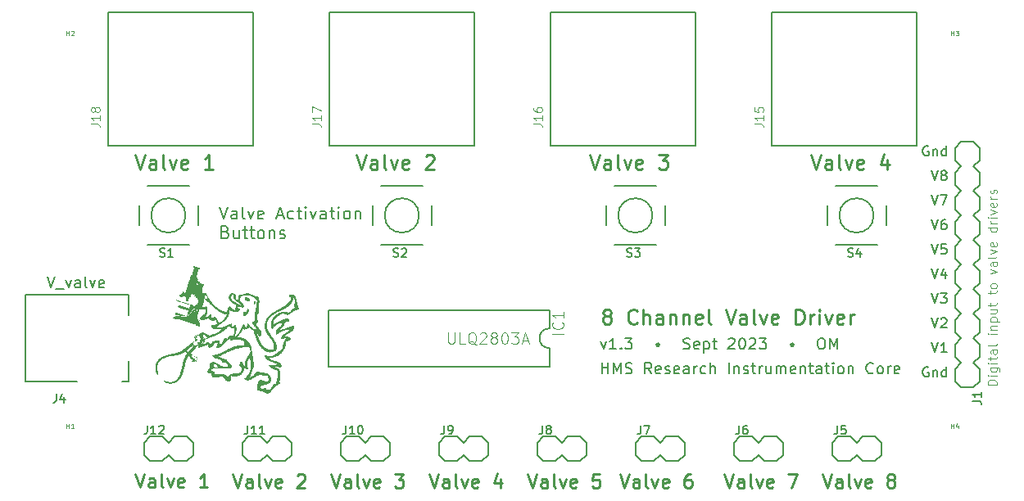
<source format=gbr>
%TF.GenerationSoftware,KiCad,Pcbnew,7.0.7*%
%TF.CreationDate,2023-09-22T15:36:31-04:00*%
%TF.ProjectId,HMS_8ValveDriver,484d535f-3856-4616-9c76-654472697665,rev?*%
%TF.SameCoordinates,Original*%
%TF.FileFunction,Legend,Top*%
%TF.FilePolarity,Positive*%
%FSLAX46Y46*%
G04 Gerber Fmt 4.6, Leading zero omitted, Abs format (unit mm)*
G04 Created by KiCad (PCBNEW 7.0.7) date 2023-09-22 15:36:31*
%MOMM*%
%LPD*%
G01*
G04 APERTURE LIST*
%ADD10C,0.152400*%
%ADD11C,0.266700*%
%ADD12C,0.127000*%
%ADD13C,0.081280*%
%ADD14C,0.170688*%
%ADD15C,0.279400*%
%ADD16C,0.121920*%
%ADD17C,0.114300*%
%ADD18C,0.203200*%
G04 APERTURE END LIST*
D10*
X191833022Y-111800455D02*
X192171689Y-112816455D01*
X192171689Y-112816455D02*
X192510356Y-111800455D01*
X192800641Y-111897217D02*
X192849022Y-111848836D01*
X192849022Y-111848836D02*
X192945784Y-111800455D01*
X192945784Y-111800455D02*
X193187689Y-111800455D01*
X193187689Y-111800455D02*
X193284451Y-111848836D01*
X193284451Y-111848836D02*
X193332832Y-111897217D01*
X193332832Y-111897217D02*
X193381213Y-111993979D01*
X193381213Y-111993979D02*
X193381213Y-112090741D01*
X193381213Y-112090741D02*
X193332832Y-112235884D01*
X193332832Y-112235884D02*
X192752260Y-112816455D01*
X192752260Y-112816455D02*
X193381213Y-112816455D01*
X191833022Y-109260455D02*
X192171689Y-110276455D01*
X192171689Y-110276455D02*
X192510356Y-109260455D01*
X192752260Y-109260455D02*
X193381213Y-109260455D01*
X193381213Y-109260455D02*
X193042546Y-109647503D01*
X193042546Y-109647503D02*
X193187689Y-109647503D01*
X193187689Y-109647503D02*
X193284451Y-109695884D01*
X193284451Y-109695884D02*
X193332832Y-109744265D01*
X193332832Y-109744265D02*
X193381213Y-109841027D01*
X193381213Y-109841027D02*
X193381213Y-110082932D01*
X193381213Y-110082932D02*
X193332832Y-110179694D01*
X193332832Y-110179694D02*
X193284451Y-110228075D01*
X193284451Y-110228075D02*
X193187689Y-110276455D01*
X193187689Y-110276455D02*
X192897403Y-110276455D01*
X192897403Y-110276455D02*
X192800641Y-110228075D01*
X192800641Y-110228075D02*
X192752260Y-110179694D01*
X191494356Y-94068836D02*
X191397594Y-94020455D01*
X191397594Y-94020455D02*
X191252451Y-94020455D01*
X191252451Y-94020455D02*
X191107308Y-94068836D01*
X191107308Y-94068836D02*
X191010546Y-94165598D01*
X191010546Y-94165598D02*
X190962165Y-94262360D01*
X190962165Y-94262360D02*
X190913784Y-94455884D01*
X190913784Y-94455884D02*
X190913784Y-94601027D01*
X190913784Y-94601027D02*
X190962165Y-94794551D01*
X190962165Y-94794551D02*
X191010546Y-94891313D01*
X191010546Y-94891313D02*
X191107308Y-94988075D01*
X191107308Y-94988075D02*
X191252451Y-95036455D01*
X191252451Y-95036455D02*
X191349213Y-95036455D01*
X191349213Y-95036455D02*
X191494356Y-94988075D01*
X191494356Y-94988075D02*
X191542737Y-94939694D01*
X191542737Y-94939694D02*
X191542737Y-94601027D01*
X191542737Y-94601027D02*
X191349213Y-94601027D01*
X191978165Y-94359122D02*
X191978165Y-95036455D01*
X191978165Y-94455884D02*
X192026546Y-94407503D01*
X192026546Y-94407503D02*
X192123308Y-94359122D01*
X192123308Y-94359122D02*
X192268451Y-94359122D01*
X192268451Y-94359122D02*
X192365213Y-94407503D01*
X192365213Y-94407503D02*
X192413594Y-94504265D01*
X192413594Y-94504265D02*
X192413594Y-95036455D01*
X193332832Y-95036455D02*
X193332832Y-94020455D01*
X193332832Y-94988075D02*
X193236070Y-95036455D01*
X193236070Y-95036455D02*
X193042546Y-95036455D01*
X193042546Y-95036455D02*
X192945784Y-94988075D01*
X192945784Y-94988075D02*
X192897403Y-94939694D01*
X192897403Y-94939694D02*
X192849022Y-94842932D01*
X192849022Y-94842932D02*
X192849022Y-94552646D01*
X192849022Y-94552646D02*
X192897403Y-94455884D01*
X192897403Y-94455884D02*
X192945784Y-94407503D01*
X192945784Y-94407503D02*
X193042546Y-94359122D01*
X193042546Y-94359122D02*
X193236070Y-94359122D01*
X193236070Y-94359122D02*
X193332832Y-94407503D01*
D11*
X132357506Y-94901697D02*
X132861273Y-96412997D01*
X132861273Y-96412997D02*
X133365039Y-94901697D01*
X134516506Y-96412997D02*
X134516506Y-95621364D01*
X134516506Y-95621364D02*
X134444539Y-95477431D01*
X134444539Y-95477431D02*
X134300606Y-95405464D01*
X134300606Y-95405464D02*
X134012739Y-95405464D01*
X134012739Y-95405464D02*
X133868806Y-95477431D01*
X134516506Y-96341031D02*
X134372573Y-96412997D01*
X134372573Y-96412997D02*
X134012739Y-96412997D01*
X134012739Y-96412997D02*
X133868806Y-96341031D01*
X133868806Y-96341031D02*
X133796839Y-96197097D01*
X133796839Y-96197097D02*
X133796839Y-96053164D01*
X133796839Y-96053164D02*
X133868806Y-95909231D01*
X133868806Y-95909231D02*
X134012739Y-95837264D01*
X134012739Y-95837264D02*
X134372573Y-95837264D01*
X134372573Y-95837264D02*
X134516506Y-95765297D01*
X135452073Y-96412997D02*
X135308140Y-96341031D01*
X135308140Y-96341031D02*
X135236173Y-96197097D01*
X135236173Y-96197097D02*
X135236173Y-94901697D01*
X135883873Y-95405464D02*
X136243706Y-96412997D01*
X136243706Y-96412997D02*
X136603539Y-95405464D01*
X137755006Y-96341031D02*
X137611073Y-96412997D01*
X137611073Y-96412997D02*
X137323206Y-96412997D01*
X137323206Y-96412997D02*
X137179273Y-96341031D01*
X137179273Y-96341031D02*
X137107306Y-96197097D01*
X137107306Y-96197097D02*
X137107306Y-95621364D01*
X137107306Y-95621364D02*
X137179273Y-95477431D01*
X137179273Y-95477431D02*
X137323206Y-95405464D01*
X137323206Y-95405464D02*
X137611073Y-95405464D01*
X137611073Y-95405464D02*
X137755006Y-95477431D01*
X137755006Y-95477431D02*
X137826973Y-95621364D01*
X137826973Y-95621364D02*
X137826973Y-95765297D01*
X137826973Y-95765297D02*
X137107306Y-95909231D01*
X139554173Y-95045631D02*
X139626140Y-94973664D01*
X139626140Y-94973664D02*
X139770073Y-94901697D01*
X139770073Y-94901697D02*
X140129907Y-94901697D01*
X140129907Y-94901697D02*
X140273840Y-94973664D01*
X140273840Y-94973664D02*
X140345807Y-95045631D01*
X140345807Y-95045631D02*
X140417773Y-95189564D01*
X140417773Y-95189564D02*
X140417773Y-95333497D01*
X140417773Y-95333497D02*
X140345807Y-95549397D01*
X140345807Y-95549397D02*
X139482207Y-96412997D01*
X139482207Y-96412997D02*
X140417773Y-96412997D01*
D12*
X157637937Y-114255114D02*
X157910080Y-115017114D01*
X157910080Y-115017114D02*
X158182223Y-114255114D01*
X159216366Y-115017114D02*
X158563223Y-115017114D01*
X158889794Y-115017114D02*
X158889794Y-113874114D01*
X158889794Y-113874114D02*
X158780937Y-114037400D01*
X158780937Y-114037400D02*
X158672080Y-114146257D01*
X158672080Y-114146257D02*
X158563223Y-114200686D01*
X159706222Y-114908257D02*
X159760651Y-114962686D01*
X159760651Y-114962686D02*
X159706222Y-115017114D01*
X159706222Y-115017114D02*
X159651794Y-114962686D01*
X159651794Y-114962686D02*
X159706222Y-114908257D01*
X159706222Y-114908257D02*
X159706222Y-115017114D01*
X160141651Y-113874114D02*
X160849223Y-113874114D01*
X160849223Y-113874114D02*
X160468223Y-114309543D01*
X160468223Y-114309543D02*
X160631508Y-114309543D01*
X160631508Y-114309543D02*
X160740366Y-114363971D01*
X160740366Y-114363971D02*
X160794794Y-114418400D01*
X160794794Y-114418400D02*
X160849223Y-114527257D01*
X160849223Y-114527257D02*
X160849223Y-114799400D01*
X160849223Y-114799400D02*
X160794794Y-114908257D01*
X160794794Y-114908257D02*
X160740366Y-114962686D01*
X160740366Y-114962686D02*
X160631508Y-115017114D01*
X160631508Y-115017114D02*
X160304937Y-115017114D01*
X160304937Y-115017114D02*
X160196080Y-114962686D01*
X160196080Y-114962686D02*
X160141651Y-114908257D01*
X163407365Y-114472828D02*
X163407365Y-114690543D01*
X163461793Y-114690543D02*
X163461793Y-114472828D01*
X163516222Y-114418400D02*
X163516222Y-114744971D01*
X163570651Y-114690543D02*
X163570651Y-114472828D01*
X163625079Y-114472828D02*
X163625079Y-114690543D01*
X163407365Y-114636114D02*
X163516222Y-114744971D01*
X163516222Y-114744971D02*
X163625079Y-114636114D01*
X163407365Y-114527257D02*
X163516222Y-114418400D01*
X163516222Y-114418400D02*
X163625079Y-114527257D01*
X163407365Y-114472828D02*
X163516222Y-114418400D01*
X163516222Y-114418400D02*
X163625079Y-114472828D01*
X163625079Y-114472828D02*
X163679508Y-114581686D01*
X163679508Y-114581686D02*
X163625079Y-114690543D01*
X163625079Y-114690543D02*
X163516222Y-114744971D01*
X163516222Y-114744971D02*
X163407365Y-114690543D01*
X163407365Y-114690543D02*
X163352936Y-114581686D01*
X163352936Y-114581686D02*
X163407365Y-114472828D01*
X166183222Y-114962686D02*
X166346508Y-115017114D01*
X166346508Y-115017114D02*
X166618650Y-115017114D01*
X166618650Y-115017114D02*
X166727508Y-114962686D01*
X166727508Y-114962686D02*
X166781936Y-114908257D01*
X166781936Y-114908257D02*
X166836365Y-114799400D01*
X166836365Y-114799400D02*
X166836365Y-114690543D01*
X166836365Y-114690543D02*
X166781936Y-114581686D01*
X166781936Y-114581686D02*
X166727508Y-114527257D01*
X166727508Y-114527257D02*
X166618650Y-114472828D01*
X166618650Y-114472828D02*
X166400936Y-114418400D01*
X166400936Y-114418400D02*
X166292079Y-114363971D01*
X166292079Y-114363971D02*
X166237650Y-114309543D01*
X166237650Y-114309543D02*
X166183222Y-114200686D01*
X166183222Y-114200686D02*
X166183222Y-114091828D01*
X166183222Y-114091828D02*
X166237650Y-113982971D01*
X166237650Y-113982971D02*
X166292079Y-113928543D01*
X166292079Y-113928543D02*
X166400936Y-113874114D01*
X166400936Y-113874114D02*
X166673079Y-113874114D01*
X166673079Y-113874114D02*
X166836365Y-113928543D01*
X167761650Y-114962686D02*
X167652793Y-115017114D01*
X167652793Y-115017114D02*
X167435079Y-115017114D01*
X167435079Y-115017114D02*
X167326221Y-114962686D01*
X167326221Y-114962686D02*
X167271793Y-114853828D01*
X167271793Y-114853828D02*
X167271793Y-114418400D01*
X167271793Y-114418400D02*
X167326221Y-114309543D01*
X167326221Y-114309543D02*
X167435079Y-114255114D01*
X167435079Y-114255114D02*
X167652793Y-114255114D01*
X167652793Y-114255114D02*
X167761650Y-114309543D01*
X167761650Y-114309543D02*
X167816079Y-114418400D01*
X167816079Y-114418400D02*
X167816079Y-114527257D01*
X167816079Y-114527257D02*
X167271793Y-114636114D01*
X168305935Y-114255114D02*
X168305935Y-115398114D01*
X168305935Y-114309543D02*
X168414793Y-114255114D01*
X168414793Y-114255114D02*
X168632507Y-114255114D01*
X168632507Y-114255114D02*
X168741364Y-114309543D01*
X168741364Y-114309543D02*
X168795793Y-114363971D01*
X168795793Y-114363971D02*
X168850221Y-114472828D01*
X168850221Y-114472828D02*
X168850221Y-114799400D01*
X168850221Y-114799400D02*
X168795793Y-114908257D01*
X168795793Y-114908257D02*
X168741364Y-114962686D01*
X168741364Y-114962686D02*
X168632507Y-115017114D01*
X168632507Y-115017114D02*
X168414793Y-115017114D01*
X168414793Y-115017114D02*
X168305935Y-114962686D01*
X169176793Y-114255114D02*
X169612221Y-114255114D01*
X169340078Y-113874114D02*
X169340078Y-114853828D01*
X169340078Y-114853828D02*
X169394507Y-114962686D01*
X169394507Y-114962686D02*
X169503364Y-115017114D01*
X169503364Y-115017114D02*
X169612221Y-115017114D01*
X170809650Y-113982971D02*
X170864078Y-113928543D01*
X170864078Y-113928543D02*
X170972936Y-113874114D01*
X170972936Y-113874114D02*
X171245078Y-113874114D01*
X171245078Y-113874114D02*
X171353936Y-113928543D01*
X171353936Y-113928543D02*
X171408364Y-113982971D01*
X171408364Y-113982971D02*
X171462793Y-114091828D01*
X171462793Y-114091828D02*
X171462793Y-114200686D01*
X171462793Y-114200686D02*
X171408364Y-114363971D01*
X171408364Y-114363971D02*
X170755221Y-115017114D01*
X170755221Y-115017114D02*
X171462793Y-115017114D01*
X172170364Y-113874114D02*
X172279221Y-113874114D01*
X172279221Y-113874114D02*
X172388078Y-113928543D01*
X172388078Y-113928543D02*
X172442507Y-113982971D01*
X172442507Y-113982971D02*
X172496935Y-114091828D01*
X172496935Y-114091828D02*
X172551364Y-114309543D01*
X172551364Y-114309543D02*
X172551364Y-114581686D01*
X172551364Y-114581686D02*
X172496935Y-114799400D01*
X172496935Y-114799400D02*
X172442507Y-114908257D01*
X172442507Y-114908257D02*
X172388078Y-114962686D01*
X172388078Y-114962686D02*
X172279221Y-115017114D01*
X172279221Y-115017114D02*
X172170364Y-115017114D01*
X172170364Y-115017114D02*
X172061507Y-114962686D01*
X172061507Y-114962686D02*
X172007078Y-114908257D01*
X172007078Y-114908257D02*
X171952649Y-114799400D01*
X171952649Y-114799400D02*
X171898221Y-114581686D01*
X171898221Y-114581686D02*
X171898221Y-114309543D01*
X171898221Y-114309543D02*
X171952649Y-114091828D01*
X171952649Y-114091828D02*
X172007078Y-113982971D01*
X172007078Y-113982971D02*
X172061507Y-113928543D01*
X172061507Y-113928543D02*
X172170364Y-113874114D01*
X172986792Y-113982971D02*
X173041220Y-113928543D01*
X173041220Y-113928543D02*
X173150078Y-113874114D01*
X173150078Y-113874114D02*
X173422220Y-113874114D01*
X173422220Y-113874114D02*
X173531078Y-113928543D01*
X173531078Y-113928543D02*
X173585506Y-113982971D01*
X173585506Y-113982971D02*
X173639935Y-114091828D01*
X173639935Y-114091828D02*
X173639935Y-114200686D01*
X173639935Y-114200686D02*
X173585506Y-114363971D01*
X173585506Y-114363971D02*
X172932363Y-115017114D01*
X172932363Y-115017114D02*
X173639935Y-115017114D01*
X174020934Y-113874114D02*
X174728506Y-113874114D01*
X174728506Y-113874114D02*
X174347506Y-114309543D01*
X174347506Y-114309543D02*
X174510791Y-114309543D01*
X174510791Y-114309543D02*
X174619649Y-114363971D01*
X174619649Y-114363971D02*
X174674077Y-114418400D01*
X174674077Y-114418400D02*
X174728506Y-114527257D01*
X174728506Y-114527257D02*
X174728506Y-114799400D01*
X174728506Y-114799400D02*
X174674077Y-114908257D01*
X174674077Y-114908257D02*
X174619649Y-114962686D01*
X174619649Y-114962686D02*
X174510791Y-115017114D01*
X174510791Y-115017114D02*
X174184220Y-115017114D01*
X174184220Y-115017114D02*
X174075363Y-114962686D01*
X174075363Y-114962686D02*
X174020934Y-114908257D01*
X177286648Y-114472828D02*
X177286648Y-114690543D01*
X177341076Y-114690543D02*
X177341076Y-114472828D01*
X177395505Y-114418400D02*
X177395505Y-114744971D01*
X177449934Y-114690543D02*
X177449934Y-114472828D01*
X177504362Y-114472828D02*
X177504362Y-114690543D01*
X177286648Y-114636114D02*
X177395505Y-114744971D01*
X177395505Y-114744971D02*
X177504362Y-114636114D01*
X177286648Y-114527257D02*
X177395505Y-114418400D01*
X177395505Y-114418400D02*
X177504362Y-114527257D01*
X177286648Y-114472828D02*
X177395505Y-114418400D01*
X177395505Y-114418400D02*
X177504362Y-114472828D01*
X177504362Y-114472828D02*
X177558791Y-114581686D01*
X177558791Y-114581686D02*
X177504362Y-114690543D01*
X177504362Y-114690543D02*
X177395505Y-114744971D01*
X177395505Y-114744971D02*
X177286648Y-114690543D01*
X177286648Y-114690543D02*
X177232219Y-114581686D01*
X177232219Y-114581686D02*
X177286648Y-114472828D01*
X180334648Y-113874114D02*
X180552362Y-113874114D01*
X180552362Y-113874114D02*
X180661219Y-113928543D01*
X180661219Y-113928543D02*
X180770076Y-114037400D01*
X180770076Y-114037400D02*
X180824505Y-114255114D01*
X180824505Y-114255114D02*
X180824505Y-114636114D01*
X180824505Y-114636114D02*
X180770076Y-114853828D01*
X180770076Y-114853828D02*
X180661219Y-114962686D01*
X180661219Y-114962686D02*
X180552362Y-115017114D01*
X180552362Y-115017114D02*
X180334648Y-115017114D01*
X180334648Y-115017114D02*
X180225791Y-114962686D01*
X180225791Y-114962686D02*
X180116933Y-114853828D01*
X180116933Y-114853828D02*
X180062505Y-114636114D01*
X180062505Y-114636114D02*
X180062505Y-114255114D01*
X180062505Y-114255114D02*
X180116933Y-114037400D01*
X180116933Y-114037400D02*
X180225791Y-113928543D01*
X180225791Y-113928543D02*
X180334648Y-113874114D01*
X181314362Y-115017114D02*
X181314362Y-113874114D01*
X181314362Y-113874114D02*
X181695362Y-114690543D01*
X181695362Y-114690543D02*
X182076362Y-113874114D01*
X182076362Y-113874114D02*
X182076362Y-115017114D01*
D10*
X191494356Y-116928836D02*
X191397594Y-116880455D01*
X191397594Y-116880455D02*
X191252451Y-116880455D01*
X191252451Y-116880455D02*
X191107308Y-116928836D01*
X191107308Y-116928836D02*
X191010546Y-117025598D01*
X191010546Y-117025598D02*
X190962165Y-117122360D01*
X190962165Y-117122360D02*
X190913784Y-117315884D01*
X190913784Y-117315884D02*
X190913784Y-117461027D01*
X190913784Y-117461027D02*
X190962165Y-117654551D01*
X190962165Y-117654551D02*
X191010546Y-117751313D01*
X191010546Y-117751313D02*
X191107308Y-117848075D01*
X191107308Y-117848075D02*
X191252451Y-117896455D01*
X191252451Y-117896455D02*
X191349213Y-117896455D01*
X191349213Y-117896455D02*
X191494356Y-117848075D01*
X191494356Y-117848075D02*
X191542737Y-117799694D01*
X191542737Y-117799694D02*
X191542737Y-117461027D01*
X191542737Y-117461027D02*
X191349213Y-117461027D01*
X191978165Y-117219122D02*
X191978165Y-117896455D01*
X191978165Y-117315884D02*
X192026546Y-117267503D01*
X192026546Y-117267503D02*
X192123308Y-117219122D01*
X192123308Y-117219122D02*
X192268451Y-117219122D01*
X192268451Y-117219122D02*
X192365213Y-117267503D01*
X192365213Y-117267503D02*
X192413594Y-117364265D01*
X192413594Y-117364265D02*
X192413594Y-117896455D01*
X193332832Y-117896455D02*
X193332832Y-116880455D01*
X193332832Y-117848075D02*
X193236070Y-117896455D01*
X193236070Y-117896455D02*
X193042546Y-117896455D01*
X193042546Y-117896455D02*
X192945784Y-117848075D01*
X192945784Y-117848075D02*
X192897403Y-117799694D01*
X192897403Y-117799694D02*
X192849022Y-117702932D01*
X192849022Y-117702932D02*
X192849022Y-117412646D01*
X192849022Y-117412646D02*
X192897403Y-117315884D01*
X192897403Y-117315884D02*
X192945784Y-117267503D01*
X192945784Y-117267503D02*
X193042546Y-117219122D01*
X193042546Y-117219122D02*
X193236070Y-117219122D01*
X193236070Y-117219122D02*
X193332832Y-117267503D01*
D11*
X179347506Y-94901697D02*
X179851273Y-96412997D01*
X179851273Y-96412997D02*
X180355039Y-94901697D01*
X181506506Y-96412997D02*
X181506506Y-95621364D01*
X181506506Y-95621364D02*
X181434539Y-95477431D01*
X181434539Y-95477431D02*
X181290606Y-95405464D01*
X181290606Y-95405464D02*
X181002739Y-95405464D01*
X181002739Y-95405464D02*
X180858806Y-95477431D01*
X181506506Y-96341031D02*
X181362573Y-96412997D01*
X181362573Y-96412997D02*
X181002739Y-96412997D01*
X181002739Y-96412997D02*
X180858806Y-96341031D01*
X180858806Y-96341031D02*
X180786839Y-96197097D01*
X180786839Y-96197097D02*
X180786839Y-96053164D01*
X180786839Y-96053164D02*
X180858806Y-95909231D01*
X180858806Y-95909231D02*
X181002739Y-95837264D01*
X181002739Y-95837264D02*
X181362573Y-95837264D01*
X181362573Y-95837264D02*
X181506506Y-95765297D01*
X182442073Y-96412997D02*
X182298140Y-96341031D01*
X182298140Y-96341031D02*
X182226173Y-96197097D01*
X182226173Y-96197097D02*
X182226173Y-94901697D01*
X182873873Y-95405464D02*
X183233706Y-96412997D01*
X183233706Y-96412997D02*
X183593539Y-95405464D01*
X184745006Y-96341031D02*
X184601073Y-96412997D01*
X184601073Y-96412997D02*
X184313206Y-96412997D01*
X184313206Y-96412997D02*
X184169273Y-96341031D01*
X184169273Y-96341031D02*
X184097306Y-96197097D01*
X184097306Y-96197097D02*
X184097306Y-95621364D01*
X184097306Y-95621364D02*
X184169273Y-95477431D01*
X184169273Y-95477431D02*
X184313206Y-95405464D01*
X184313206Y-95405464D02*
X184601073Y-95405464D01*
X184601073Y-95405464D02*
X184745006Y-95477431D01*
X184745006Y-95477431D02*
X184816973Y-95621364D01*
X184816973Y-95621364D02*
X184816973Y-95765297D01*
X184816973Y-95765297D02*
X184097306Y-95909231D01*
X187263840Y-95405464D02*
X187263840Y-96412997D01*
X186904007Y-94829731D02*
X186544173Y-95909231D01*
X186544173Y-95909231D02*
X187479740Y-95909231D01*
D10*
X191833022Y-99100455D02*
X192171689Y-100116455D01*
X192171689Y-100116455D02*
X192510356Y-99100455D01*
X192752260Y-99100455D02*
X193429594Y-99100455D01*
X193429594Y-99100455D02*
X192994165Y-100116455D01*
X191833022Y-101640455D02*
X192171689Y-102656455D01*
X192171689Y-102656455D02*
X192510356Y-101640455D01*
X193284451Y-101640455D02*
X193090927Y-101640455D01*
X193090927Y-101640455D02*
X192994165Y-101688836D01*
X192994165Y-101688836D02*
X192945784Y-101737217D01*
X192945784Y-101737217D02*
X192849022Y-101882360D01*
X192849022Y-101882360D02*
X192800641Y-102075884D01*
X192800641Y-102075884D02*
X192800641Y-102462932D01*
X192800641Y-102462932D02*
X192849022Y-102559694D01*
X192849022Y-102559694D02*
X192897403Y-102608075D01*
X192897403Y-102608075D02*
X192994165Y-102656455D01*
X192994165Y-102656455D02*
X193187689Y-102656455D01*
X193187689Y-102656455D02*
X193284451Y-102608075D01*
X193284451Y-102608075D02*
X193332832Y-102559694D01*
X193332832Y-102559694D02*
X193381213Y-102462932D01*
X193381213Y-102462932D02*
X193381213Y-102221027D01*
X193381213Y-102221027D02*
X193332832Y-102124265D01*
X193332832Y-102124265D02*
X193284451Y-102075884D01*
X193284451Y-102075884D02*
X193187689Y-102027503D01*
X193187689Y-102027503D02*
X192994165Y-102027503D01*
X192994165Y-102027503D02*
X192897403Y-102075884D01*
X192897403Y-102075884D02*
X192849022Y-102124265D01*
X192849022Y-102124265D02*
X192800641Y-102221027D01*
D13*
X198547481Y-118697574D02*
X197612761Y-118697574D01*
X197612761Y-118697574D02*
X197612761Y-118475022D01*
X197612761Y-118475022D02*
X197657271Y-118341490D01*
X197657271Y-118341490D02*
X197746292Y-118252469D01*
X197746292Y-118252469D02*
X197835313Y-118207959D01*
X197835313Y-118207959D02*
X198013355Y-118163448D01*
X198013355Y-118163448D02*
X198146887Y-118163448D01*
X198146887Y-118163448D02*
X198324929Y-118207959D01*
X198324929Y-118207959D02*
X198413950Y-118252469D01*
X198413950Y-118252469D02*
X198502971Y-118341490D01*
X198502971Y-118341490D02*
X198547481Y-118475022D01*
X198547481Y-118475022D02*
X198547481Y-118697574D01*
X198547481Y-117762854D02*
X197924334Y-117762854D01*
X197612761Y-117762854D02*
X197657271Y-117807365D01*
X197657271Y-117807365D02*
X197701782Y-117762854D01*
X197701782Y-117762854D02*
X197657271Y-117718344D01*
X197657271Y-117718344D02*
X197612761Y-117762854D01*
X197612761Y-117762854D02*
X197701782Y-117762854D01*
X197924334Y-116917155D02*
X198681012Y-116917155D01*
X198681012Y-116917155D02*
X198770033Y-116961665D01*
X198770033Y-116961665D02*
X198814544Y-117006176D01*
X198814544Y-117006176D02*
X198859054Y-117095197D01*
X198859054Y-117095197D02*
X198859054Y-117228728D01*
X198859054Y-117228728D02*
X198814544Y-117317749D01*
X198502971Y-116917155D02*
X198547481Y-117006176D01*
X198547481Y-117006176D02*
X198547481Y-117184218D01*
X198547481Y-117184218D02*
X198502971Y-117273239D01*
X198502971Y-117273239D02*
X198458460Y-117317749D01*
X198458460Y-117317749D02*
X198369439Y-117362260D01*
X198369439Y-117362260D02*
X198102376Y-117362260D01*
X198102376Y-117362260D02*
X198013355Y-117317749D01*
X198013355Y-117317749D02*
X197968845Y-117273239D01*
X197968845Y-117273239D02*
X197924334Y-117184218D01*
X197924334Y-117184218D02*
X197924334Y-117006176D01*
X197924334Y-117006176D02*
X197968845Y-116917155D01*
X198547481Y-116472050D02*
X197924334Y-116472050D01*
X197612761Y-116472050D02*
X197657271Y-116516561D01*
X197657271Y-116516561D02*
X197701782Y-116472050D01*
X197701782Y-116472050D02*
X197657271Y-116427540D01*
X197657271Y-116427540D02*
X197612761Y-116472050D01*
X197612761Y-116472050D02*
X197701782Y-116472050D01*
X197924334Y-116160477D02*
X197924334Y-115804393D01*
X197612761Y-116026945D02*
X198413950Y-116026945D01*
X198413950Y-116026945D02*
X198502971Y-115982435D01*
X198502971Y-115982435D02*
X198547481Y-115893414D01*
X198547481Y-115893414D02*
X198547481Y-115804393D01*
X198547481Y-115092225D02*
X198057866Y-115092225D01*
X198057866Y-115092225D02*
X197968845Y-115136735D01*
X197968845Y-115136735D02*
X197924334Y-115225756D01*
X197924334Y-115225756D02*
X197924334Y-115403798D01*
X197924334Y-115403798D02*
X197968845Y-115492819D01*
X198502971Y-115092225D02*
X198547481Y-115181246D01*
X198547481Y-115181246D02*
X198547481Y-115403798D01*
X198547481Y-115403798D02*
X198502971Y-115492819D01*
X198502971Y-115492819D02*
X198413950Y-115537330D01*
X198413950Y-115537330D02*
X198324929Y-115537330D01*
X198324929Y-115537330D02*
X198235908Y-115492819D01*
X198235908Y-115492819D02*
X198191397Y-115403798D01*
X198191397Y-115403798D02*
X198191397Y-115181246D01*
X198191397Y-115181246D02*
X198146887Y-115092225D01*
X198547481Y-114513589D02*
X198502971Y-114602610D01*
X198502971Y-114602610D02*
X198413950Y-114647120D01*
X198413950Y-114647120D02*
X197612761Y-114647120D01*
X198547481Y-113445337D02*
X197924334Y-113445337D01*
X197612761Y-113445337D02*
X197657271Y-113489848D01*
X197657271Y-113489848D02*
X197701782Y-113445337D01*
X197701782Y-113445337D02*
X197657271Y-113400827D01*
X197657271Y-113400827D02*
X197612761Y-113445337D01*
X197612761Y-113445337D02*
X197701782Y-113445337D01*
X197924334Y-113000232D02*
X198547481Y-113000232D01*
X198013355Y-113000232D02*
X197968845Y-112955722D01*
X197968845Y-112955722D02*
X197924334Y-112866701D01*
X197924334Y-112866701D02*
X197924334Y-112733169D01*
X197924334Y-112733169D02*
X197968845Y-112644148D01*
X197968845Y-112644148D02*
X198057866Y-112599638D01*
X198057866Y-112599638D02*
X198547481Y-112599638D01*
X197924334Y-112154533D02*
X198859054Y-112154533D01*
X197968845Y-112154533D02*
X197924334Y-112065512D01*
X197924334Y-112065512D02*
X197924334Y-111887470D01*
X197924334Y-111887470D02*
X197968845Y-111798449D01*
X197968845Y-111798449D02*
X198013355Y-111753939D01*
X198013355Y-111753939D02*
X198102376Y-111709428D01*
X198102376Y-111709428D02*
X198369439Y-111709428D01*
X198369439Y-111709428D02*
X198458460Y-111753939D01*
X198458460Y-111753939D02*
X198502971Y-111798449D01*
X198502971Y-111798449D02*
X198547481Y-111887470D01*
X198547481Y-111887470D02*
X198547481Y-112065512D01*
X198547481Y-112065512D02*
X198502971Y-112154533D01*
X197924334Y-110908240D02*
X198547481Y-110908240D01*
X197924334Y-111308834D02*
X198413950Y-111308834D01*
X198413950Y-111308834D02*
X198502971Y-111264324D01*
X198502971Y-111264324D02*
X198547481Y-111175303D01*
X198547481Y-111175303D02*
X198547481Y-111041771D01*
X198547481Y-111041771D02*
X198502971Y-110952750D01*
X198502971Y-110952750D02*
X198458460Y-110908240D01*
X197924334Y-110596667D02*
X197924334Y-110240583D01*
X197612761Y-110463135D02*
X198413950Y-110463135D01*
X198413950Y-110463135D02*
X198502971Y-110418625D01*
X198502971Y-110418625D02*
X198547481Y-110329604D01*
X198547481Y-110329604D02*
X198547481Y-110240583D01*
X197924334Y-109350373D02*
X197924334Y-108994289D01*
X197612761Y-109216841D02*
X198413950Y-109216841D01*
X198413950Y-109216841D02*
X198502971Y-109172331D01*
X198502971Y-109172331D02*
X198547481Y-109083310D01*
X198547481Y-109083310D02*
X198547481Y-108994289D01*
X198547481Y-108549184D02*
X198502971Y-108638205D01*
X198502971Y-108638205D02*
X198458460Y-108682715D01*
X198458460Y-108682715D02*
X198369439Y-108727226D01*
X198369439Y-108727226D02*
X198102376Y-108727226D01*
X198102376Y-108727226D02*
X198013355Y-108682715D01*
X198013355Y-108682715D02*
X197968845Y-108638205D01*
X197968845Y-108638205D02*
X197924334Y-108549184D01*
X197924334Y-108549184D02*
X197924334Y-108415652D01*
X197924334Y-108415652D02*
X197968845Y-108326631D01*
X197968845Y-108326631D02*
X198013355Y-108282121D01*
X198013355Y-108282121D02*
X198102376Y-108237610D01*
X198102376Y-108237610D02*
X198369439Y-108237610D01*
X198369439Y-108237610D02*
X198458460Y-108282121D01*
X198458460Y-108282121D02*
X198502971Y-108326631D01*
X198502971Y-108326631D02*
X198547481Y-108415652D01*
X198547481Y-108415652D02*
X198547481Y-108549184D01*
X197924334Y-107213869D02*
X198547481Y-106991317D01*
X198547481Y-106991317D02*
X197924334Y-106768764D01*
X198547481Y-106012086D02*
X198057866Y-106012086D01*
X198057866Y-106012086D02*
X197968845Y-106056596D01*
X197968845Y-106056596D02*
X197924334Y-106145617D01*
X197924334Y-106145617D02*
X197924334Y-106323659D01*
X197924334Y-106323659D02*
X197968845Y-106412680D01*
X198502971Y-106012086D02*
X198547481Y-106101107D01*
X198547481Y-106101107D02*
X198547481Y-106323659D01*
X198547481Y-106323659D02*
X198502971Y-106412680D01*
X198502971Y-106412680D02*
X198413950Y-106457191D01*
X198413950Y-106457191D02*
X198324929Y-106457191D01*
X198324929Y-106457191D02*
X198235908Y-106412680D01*
X198235908Y-106412680D02*
X198191397Y-106323659D01*
X198191397Y-106323659D02*
X198191397Y-106101107D01*
X198191397Y-106101107D02*
X198146887Y-106012086D01*
X198547481Y-105433450D02*
X198502971Y-105522471D01*
X198502971Y-105522471D02*
X198413950Y-105566981D01*
X198413950Y-105566981D02*
X197612761Y-105566981D01*
X197924334Y-105166387D02*
X198547481Y-104943835D01*
X198547481Y-104943835D02*
X197924334Y-104721282D01*
X198502971Y-104009114D02*
X198547481Y-104098135D01*
X198547481Y-104098135D02*
X198547481Y-104276177D01*
X198547481Y-104276177D02*
X198502971Y-104365198D01*
X198502971Y-104365198D02*
X198413950Y-104409709D01*
X198413950Y-104409709D02*
X198057866Y-104409709D01*
X198057866Y-104409709D02*
X197968845Y-104365198D01*
X197968845Y-104365198D02*
X197924334Y-104276177D01*
X197924334Y-104276177D02*
X197924334Y-104098135D01*
X197924334Y-104098135D02*
X197968845Y-104009114D01*
X197968845Y-104009114D02*
X198057866Y-103964604D01*
X198057866Y-103964604D02*
X198146887Y-103964604D01*
X198146887Y-103964604D02*
X198235908Y-104409709D01*
X198547481Y-102451247D02*
X197612761Y-102451247D01*
X198502971Y-102451247D02*
X198547481Y-102540268D01*
X198547481Y-102540268D02*
X198547481Y-102718310D01*
X198547481Y-102718310D02*
X198502971Y-102807331D01*
X198502971Y-102807331D02*
X198458460Y-102851841D01*
X198458460Y-102851841D02*
X198369439Y-102896352D01*
X198369439Y-102896352D02*
X198102376Y-102896352D01*
X198102376Y-102896352D02*
X198013355Y-102851841D01*
X198013355Y-102851841D02*
X197968845Y-102807331D01*
X197968845Y-102807331D02*
X197924334Y-102718310D01*
X197924334Y-102718310D02*
X197924334Y-102540268D01*
X197924334Y-102540268D02*
X197968845Y-102451247D01*
X198547481Y-102006142D02*
X197924334Y-102006142D01*
X198102376Y-102006142D02*
X198013355Y-101961632D01*
X198013355Y-101961632D02*
X197968845Y-101917121D01*
X197968845Y-101917121D02*
X197924334Y-101828100D01*
X197924334Y-101828100D02*
X197924334Y-101739079D01*
X198547481Y-101427506D02*
X197924334Y-101427506D01*
X197612761Y-101427506D02*
X197657271Y-101472017D01*
X197657271Y-101472017D02*
X197701782Y-101427506D01*
X197701782Y-101427506D02*
X197657271Y-101382996D01*
X197657271Y-101382996D02*
X197612761Y-101427506D01*
X197612761Y-101427506D02*
X197701782Y-101427506D01*
X197924334Y-101071422D02*
X198547481Y-100848870D01*
X198547481Y-100848870D02*
X197924334Y-100626317D01*
X198502971Y-99914149D02*
X198547481Y-100003170D01*
X198547481Y-100003170D02*
X198547481Y-100181212D01*
X198547481Y-100181212D02*
X198502971Y-100270233D01*
X198502971Y-100270233D02*
X198413950Y-100314744D01*
X198413950Y-100314744D02*
X198057866Y-100314744D01*
X198057866Y-100314744D02*
X197968845Y-100270233D01*
X197968845Y-100270233D02*
X197924334Y-100181212D01*
X197924334Y-100181212D02*
X197924334Y-100003170D01*
X197924334Y-100003170D02*
X197968845Y-99914149D01*
X197968845Y-99914149D02*
X198057866Y-99869639D01*
X198057866Y-99869639D02*
X198146887Y-99869639D01*
X198146887Y-99869639D02*
X198235908Y-100314744D01*
X198547481Y-99469044D02*
X197924334Y-99469044D01*
X198102376Y-99469044D02*
X198013355Y-99424534D01*
X198013355Y-99424534D02*
X197968845Y-99380023D01*
X197968845Y-99380023D02*
X197924334Y-99291002D01*
X197924334Y-99291002D02*
X197924334Y-99201981D01*
X198502971Y-98934919D02*
X198547481Y-98845898D01*
X198547481Y-98845898D02*
X198547481Y-98667856D01*
X198547481Y-98667856D02*
X198502971Y-98578835D01*
X198502971Y-98578835D02*
X198413950Y-98534324D01*
X198413950Y-98534324D02*
X198369439Y-98534324D01*
X198369439Y-98534324D02*
X198280418Y-98578835D01*
X198280418Y-98578835D02*
X198235908Y-98667856D01*
X198235908Y-98667856D02*
X198235908Y-98801387D01*
X198235908Y-98801387D02*
X198191397Y-98890408D01*
X198191397Y-98890408D02*
X198102376Y-98934919D01*
X198102376Y-98934919D02*
X198057866Y-98934919D01*
X198057866Y-98934919D02*
X197968845Y-98890408D01*
X197968845Y-98890408D02*
X197924334Y-98801387D01*
X197924334Y-98801387D02*
X197924334Y-98667856D01*
X197924334Y-98667856D02*
X197968845Y-98578835D01*
D12*
X100433509Y-107524114D02*
X100814509Y-108667114D01*
X100814509Y-108667114D02*
X101195509Y-107524114D01*
X101304366Y-108775971D02*
X102175223Y-108775971D01*
X102338508Y-107905114D02*
X102610651Y-108667114D01*
X102610651Y-108667114D02*
X102882794Y-107905114D01*
X103808080Y-108667114D02*
X103808080Y-108068400D01*
X103808080Y-108068400D02*
X103753651Y-107959543D01*
X103753651Y-107959543D02*
X103644794Y-107905114D01*
X103644794Y-107905114D02*
X103427080Y-107905114D01*
X103427080Y-107905114D02*
X103318222Y-107959543D01*
X103808080Y-108612686D02*
X103699222Y-108667114D01*
X103699222Y-108667114D02*
X103427080Y-108667114D01*
X103427080Y-108667114D02*
X103318222Y-108612686D01*
X103318222Y-108612686D02*
X103263794Y-108503828D01*
X103263794Y-108503828D02*
X103263794Y-108394971D01*
X103263794Y-108394971D02*
X103318222Y-108286114D01*
X103318222Y-108286114D02*
X103427080Y-108231686D01*
X103427080Y-108231686D02*
X103699222Y-108231686D01*
X103699222Y-108231686D02*
X103808080Y-108177257D01*
X104515651Y-108667114D02*
X104406794Y-108612686D01*
X104406794Y-108612686D02*
X104352365Y-108503828D01*
X104352365Y-108503828D02*
X104352365Y-107524114D01*
X104842222Y-107905114D02*
X105114365Y-108667114D01*
X105114365Y-108667114D02*
X105386508Y-107905114D01*
X106257365Y-108612686D02*
X106148508Y-108667114D01*
X106148508Y-108667114D02*
X105930794Y-108667114D01*
X105930794Y-108667114D02*
X105821936Y-108612686D01*
X105821936Y-108612686D02*
X105767508Y-108503828D01*
X105767508Y-108503828D02*
X105767508Y-108068400D01*
X105767508Y-108068400D02*
X105821936Y-107959543D01*
X105821936Y-107959543D02*
X105930794Y-107905114D01*
X105930794Y-107905114D02*
X106148508Y-107905114D01*
X106148508Y-107905114D02*
X106257365Y-107959543D01*
X106257365Y-107959543D02*
X106311794Y-108068400D01*
X106311794Y-108068400D02*
X106311794Y-108177257D01*
X106311794Y-108177257D02*
X105767508Y-108286114D01*
X157746794Y-117557114D02*
X157746794Y-116414114D01*
X157746794Y-116958400D02*
X158399937Y-116958400D01*
X158399937Y-117557114D02*
X158399937Y-116414114D01*
X158944223Y-117557114D02*
X158944223Y-116414114D01*
X158944223Y-116414114D02*
X159325223Y-117230543D01*
X159325223Y-117230543D02*
X159706223Y-116414114D01*
X159706223Y-116414114D02*
X159706223Y-117557114D01*
X160196081Y-117502686D02*
X160359367Y-117557114D01*
X160359367Y-117557114D02*
X160631509Y-117557114D01*
X160631509Y-117557114D02*
X160740367Y-117502686D01*
X160740367Y-117502686D02*
X160794795Y-117448257D01*
X160794795Y-117448257D02*
X160849224Y-117339400D01*
X160849224Y-117339400D02*
X160849224Y-117230543D01*
X160849224Y-117230543D02*
X160794795Y-117121686D01*
X160794795Y-117121686D02*
X160740367Y-117067257D01*
X160740367Y-117067257D02*
X160631509Y-117012828D01*
X160631509Y-117012828D02*
X160413795Y-116958400D01*
X160413795Y-116958400D02*
X160304938Y-116903971D01*
X160304938Y-116903971D02*
X160250509Y-116849543D01*
X160250509Y-116849543D02*
X160196081Y-116740686D01*
X160196081Y-116740686D02*
X160196081Y-116631828D01*
X160196081Y-116631828D02*
X160250509Y-116522971D01*
X160250509Y-116522971D02*
X160304938Y-116468543D01*
X160304938Y-116468543D02*
X160413795Y-116414114D01*
X160413795Y-116414114D02*
X160685938Y-116414114D01*
X160685938Y-116414114D02*
X160849224Y-116468543D01*
X162863080Y-117557114D02*
X162482080Y-117012828D01*
X162209937Y-117557114D02*
X162209937Y-116414114D01*
X162209937Y-116414114D02*
X162645366Y-116414114D01*
X162645366Y-116414114D02*
X162754223Y-116468543D01*
X162754223Y-116468543D02*
X162808652Y-116522971D01*
X162808652Y-116522971D02*
X162863080Y-116631828D01*
X162863080Y-116631828D02*
X162863080Y-116795114D01*
X162863080Y-116795114D02*
X162808652Y-116903971D01*
X162808652Y-116903971D02*
X162754223Y-116958400D01*
X162754223Y-116958400D02*
X162645366Y-117012828D01*
X162645366Y-117012828D02*
X162209937Y-117012828D01*
X163788366Y-117502686D02*
X163679509Y-117557114D01*
X163679509Y-117557114D02*
X163461795Y-117557114D01*
X163461795Y-117557114D02*
X163352937Y-117502686D01*
X163352937Y-117502686D02*
X163298509Y-117393828D01*
X163298509Y-117393828D02*
X163298509Y-116958400D01*
X163298509Y-116958400D02*
X163352937Y-116849543D01*
X163352937Y-116849543D02*
X163461795Y-116795114D01*
X163461795Y-116795114D02*
X163679509Y-116795114D01*
X163679509Y-116795114D02*
X163788366Y-116849543D01*
X163788366Y-116849543D02*
X163842795Y-116958400D01*
X163842795Y-116958400D02*
X163842795Y-117067257D01*
X163842795Y-117067257D02*
X163298509Y-117176114D01*
X164278223Y-117502686D02*
X164387080Y-117557114D01*
X164387080Y-117557114D02*
X164604794Y-117557114D01*
X164604794Y-117557114D02*
X164713651Y-117502686D01*
X164713651Y-117502686D02*
X164768080Y-117393828D01*
X164768080Y-117393828D02*
X164768080Y-117339400D01*
X164768080Y-117339400D02*
X164713651Y-117230543D01*
X164713651Y-117230543D02*
X164604794Y-117176114D01*
X164604794Y-117176114D02*
X164441509Y-117176114D01*
X164441509Y-117176114D02*
X164332651Y-117121686D01*
X164332651Y-117121686D02*
X164278223Y-117012828D01*
X164278223Y-117012828D02*
X164278223Y-116958400D01*
X164278223Y-116958400D02*
X164332651Y-116849543D01*
X164332651Y-116849543D02*
X164441509Y-116795114D01*
X164441509Y-116795114D02*
X164604794Y-116795114D01*
X164604794Y-116795114D02*
X164713651Y-116849543D01*
X165693366Y-117502686D02*
X165584509Y-117557114D01*
X165584509Y-117557114D02*
X165366795Y-117557114D01*
X165366795Y-117557114D02*
X165257937Y-117502686D01*
X165257937Y-117502686D02*
X165203509Y-117393828D01*
X165203509Y-117393828D02*
X165203509Y-116958400D01*
X165203509Y-116958400D02*
X165257937Y-116849543D01*
X165257937Y-116849543D02*
X165366795Y-116795114D01*
X165366795Y-116795114D02*
X165584509Y-116795114D01*
X165584509Y-116795114D02*
X165693366Y-116849543D01*
X165693366Y-116849543D02*
X165747795Y-116958400D01*
X165747795Y-116958400D02*
X165747795Y-117067257D01*
X165747795Y-117067257D02*
X165203509Y-117176114D01*
X166727509Y-117557114D02*
X166727509Y-116958400D01*
X166727509Y-116958400D02*
X166673080Y-116849543D01*
X166673080Y-116849543D02*
X166564223Y-116795114D01*
X166564223Y-116795114D02*
X166346509Y-116795114D01*
X166346509Y-116795114D02*
X166237651Y-116849543D01*
X166727509Y-117502686D02*
X166618651Y-117557114D01*
X166618651Y-117557114D02*
X166346509Y-117557114D01*
X166346509Y-117557114D02*
X166237651Y-117502686D01*
X166237651Y-117502686D02*
X166183223Y-117393828D01*
X166183223Y-117393828D02*
X166183223Y-117284971D01*
X166183223Y-117284971D02*
X166237651Y-117176114D01*
X166237651Y-117176114D02*
X166346509Y-117121686D01*
X166346509Y-117121686D02*
X166618651Y-117121686D01*
X166618651Y-117121686D02*
X166727509Y-117067257D01*
X167271794Y-117557114D02*
X167271794Y-116795114D01*
X167271794Y-117012828D02*
X167326223Y-116903971D01*
X167326223Y-116903971D02*
X167380652Y-116849543D01*
X167380652Y-116849543D02*
X167489509Y-116795114D01*
X167489509Y-116795114D02*
X167598366Y-116795114D01*
X168469223Y-117502686D02*
X168360365Y-117557114D01*
X168360365Y-117557114D02*
X168142651Y-117557114D01*
X168142651Y-117557114D02*
X168033794Y-117502686D01*
X168033794Y-117502686D02*
X167979365Y-117448257D01*
X167979365Y-117448257D02*
X167924937Y-117339400D01*
X167924937Y-117339400D02*
X167924937Y-117012828D01*
X167924937Y-117012828D02*
X167979365Y-116903971D01*
X167979365Y-116903971D02*
X168033794Y-116849543D01*
X168033794Y-116849543D02*
X168142651Y-116795114D01*
X168142651Y-116795114D02*
X168360365Y-116795114D01*
X168360365Y-116795114D02*
X168469223Y-116849543D01*
X168959079Y-117557114D02*
X168959079Y-116414114D01*
X169448937Y-117557114D02*
X169448937Y-116958400D01*
X169448937Y-116958400D02*
X169394508Y-116849543D01*
X169394508Y-116849543D02*
X169285651Y-116795114D01*
X169285651Y-116795114D02*
X169122365Y-116795114D01*
X169122365Y-116795114D02*
X169013508Y-116849543D01*
X169013508Y-116849543D02*
X168959079Y-116903971D01*
X170864079Y-117557114D02*
X170864079Y-116414114D01*
X171408365Y-116795114D02*
X171408365Y-117557114D01*
X171408365Y-116903971D02*
X171462794Y-116849543D01*
X171462794Y-116849543D02*
X171571651Y-116795114D01*
X171571651Y-116795114D02*
X171734937Y-116795114D01*
X171734937Y-116795114D02*
X171843794Y-116849543D01*
X171843794Y-116849543D02*
X171898223Y-116958400D01*
X171898223Y-116958400D02*
X171898223Y-117557114D01*
X172388080Y-117502686D02*
X172496937Y-117557114D01*
X172496937Y-117557114D02*
X172714651Y-117557114D01*
X172714651Y-117557114D02*
X172823508Y-117502686D01*
X172823508Y-117502686D02*
X172877937Y-117393828D01*
X172877937Y-117393828D02*
X172877937Y-117339400D01*
X172877937Y-117339400D02*
X172823508Y-117230543D01*
X172823508Y-117230543D02*
X172714651Y-117176114D01*
X172714651Y-117176114D02*
X172551366Y-117176114D01*
X172551366Y-117176114D02*
X172442508Y-117121686D01*
X172442508Y-117121686D02*
X172388080Y-117012828D01*
X172388080Y-117012828D02*
X172388080Y-116958400D01*
X172388080Y-116958400D02*
X172442508Y-116849543D01*
X172442508Y-116849543D02*
X172551366Y-116795114D01*
X172551366Y-116795114D02*
X172714651Y-116795114D01*
X172714651Y-116795114D02*
X172823508Y-116849543D01*
X173204509Y-116795114D02*
X173639937Y-116795114D01*
X173367794Y-116414114D02*
X173367794Y-117393828D01*
X173367794Y-117393828D02*
X173422223Y-117502686D01*
X173422223Y-117502686D02*
X173531080Y-117557114D01*
X173531080Y-117557114D02*
X173639937Y-117557114D01*
X174020937Y-117557114D02*
X174020937Y-116795114D01*
X174020937Y-117012828D02*
X174075366Y-116903971D01*
X174075366Y-116903971D02*
X174129795Y-116849543D01*
X174129795Y-116849543D02*
X174238652Y-116795114D01*
X174238652Y-116795114D02*
X174347509Y-116795114D01*
X175218366Y-116795114D02*
X175218366Y-117557114D01*
X174728508Y-116795114D02*
X174728508Y-117393828D01*
X174728508Y-117393828D02*
X174782937Y-117502686D01*
X174782937Y-117502686D02*
X174891794Y-117557114D01*
X174891794Y-117557114D02*
X175055080Y-117557114D01*
X175055080Y-117557114D02*
X175163937Y-117502686D01*
X175163937Y-117502686D02*
X175218366Y-117448257D01*
X175762651Y-117557114D02*
X175762651Y-116795114D01*
X175762651Y-116903971D02*
X175817080Y-116849543D01*
X175817080Y-116849543D02*
X175925937Y-116795114D01*
X175925937Y-116795114D02*
X176089223Y-116795114D01*
X176089223Y-116795114D02*
X176198080Y-116849543D01*
X176198080Y-116849543D02*
X176252509Y-116958400D01*
X176252509Y-116958400D02*
X176252509Y-117557114D01*
X176252509Y-116958400D02*
X176306937Y-116849543D01*
X176306937Y-116849543D02*
X176415794Y-116795114D01*
X176415794Y-116795114D02*
X176579080Y-116795114D01*
X176579080Y-116795114D02*
X176687937Y-116849543D01*
X176687937Y-116849543D02*
X176742366Y-116958400D01*
X176742366Y-116958400D02*
X176742366Y-117557114D01*
X177722080Y-117502686D02*
X177613223Y-117557114D01*
X177613223Y-117557114D02*
X177395509Y-117557114D01*
X177395509Y-117557114D02*
X177286651Y-117502686D01*
X177286651Y-117502686D02*
X177232223Y-117393828D01*
X177232223Y-117393828D02*
X177232223Y-116958400D01*
X177232223Y-116958400D02*
X177286651Y-116849543D01*
X177286651Y-116849543D02*
X177395509Y-116795114D01*
X177395509Y-116795114D02*
X177613223Y-116795114D01*
X177613223Y-116795114D02*
X177722080Y-116849543D01*
X177722080Y-116849543D02*
X177776509Y-116958400D01*
X177776509Y-116958400D02*
X177776509Y-117067257D01*
X177776509Y-117067257D02*
X177232223Y-117176114D01*
X178266365Y-116795114D02*
X178266365Y-117557114D01*
X178266365Y-116903971D02*
X178320794Y-116849543D01*
X178320794Y-116849543D02*
X178429651Y-116795114D01*
X178429651Y-116795114D02*
X178592937Y-116795114D01*
X178592937Y-116795114D02*
X178701794Y-116849543D01*
X178701794Y-116849543D02*
X178756223Y-116958400D01*
X178756223Y-116958400D02*
X178756223Y-117557114D01*
X179137223Y-116795114D02*
X179572651Y-116795114D01*
X179300508Y-116414114D02*
X179300508Y-117393828D01*
X179300508Y-117393828D02*
X179354937Y-117502686D01*
X179354937Y-117502686D02*
X179463794Y-117557114D01*
X179463794Y-117557114D02*
X179572651Y-117557114D01*
X180443509Y-117557114D02*
X180443509Y-116958400D01*
X180443509Y-116958400D02*
X180389080Y-116849543D01*
X180389080Y-116849543D02*
X180280223Y-116795114D01*
X180280223Y-116795114D02*
X180062509Y-116795114D01*
X180062509Y-116795114D02*
X179953651Y-116849543D01*
X180443509Y-117502686D02*
X180334651Y-117557114D01*
X180334651Y-117557114D02*
X180062509Y-117557114D01*
X180062509Y-117557114D02*
X179953651Y-117502686D01*
X179953651Y-117502686D02*
X179899223Y-117393828D01*
X179899223Y-117393828D02*
X179899223Y-117284971D01*
X179899223Y-117284971D02*
X179953651Y-117176114D01*
X179953651Y-117176114D02*
X180062509Y-117121686D01*
X180062509Y-117121686D02*
X180334651Y-117121686D01*
X180334651Y-117121686D02*
X180443509Y-117067257D01*
X180824509Y-116795114D02*
X181259937Y-116795114D01*
X180987794Y-116414114D02*
X180987794Y-117393828D01*
X180987794Y-117393828D02*
X181042223Y-117502686D01*
X181042223Y-117502686D02*
X181151080Y-117557114D01*
X181151080Y-117557114D02*
X181259937Y-117557114D01*
X181640937Y-117557114D02*
X181640937Y-116795114D01*
X181640937Y-116414114D02*
X181586509Y-116468543D01*
X181586509Y-116468543D02*
X181640937Y-116522971D01*
X181640937Y-116522971D02*
X181695366Y-116468543D01*
X181695366Y-116468543D02*
X181640937Y-116414114D01*
X181640937Y-116414114D02*
X181640937Y-116522971D01*
X182348509Y-117557114D02*
X182239652Y-117502686D01*
X182239652Y-117502686D02*
X182185223Y-117448257D01*
X182185223Y-117448257D02*
X182130795Y-117339400D01*
X182130795Y-117339400D02*
X182130795Y-117012828D01*
X182130795Y-117012828D02*
X182185223Y-116903971D01*
X182185223Y-116903971D02*
X182239652Y-116849543D01*
X182239652Y-116849543D02*
X182348509Y-116795114D01*
X182348509Y-116795114D02*
X182511795Y-116795114D01*
X182511795Y-116795114D02*
X182620652Y-116849543D01*
X182620652Y-116849543D02*
X182675081Y-116903971D01*
X182675081Y-116903971D02*
X182729509Y-117012828D01*
X182729509Y-117012828D02*
X182729509Y-117339400D01*
X182729509Y-117339400D02*
X182675081Y-117448257D01*
X182675081Y-117448257D02*
X182620652Y-117502686D01*
X182620652Y-117502686D02*
X182511795Y-117557114D01*
X182511795Y-117557114D02*
X182348509Y-117557114D01*
X183219366Y-116795114D02*
X183219366Y-117557114D01*
X183219366Y-116903971D02*
X183273795Y-116849543D01*
X183273795Y-116849543D02*
X183382652Y-116795114D01*
X183382652Y-116795114D02*
X183545938Y-116795114D01*
X183545938Y-116795114D02*
X183654795Y-116849543D01*
X183654795Y-116849543D02*
X183709224Y-116958400D01*
X183709224Y-116958400D02*
X183709224Y-117557114D01*
X185777509Y-117448257D02*
X185723081Y-117502686D01*
X185723081Y-117502686D02*
X185559795Y-117557114D01*
X185559795Y-117557114D02*
X185450938Y-117557114D01*
X185450938Y-117557114D02*
X185287652Y-117502686D01*
X185287652Y-117502686D02*
X185178795Y-117393828D01*
X185178795Y-117393828D02*
X185124366Y-117284971D01*
X185124366Y-117284971D02*
X185069938Y-117067257D01*
X185069938Y-117067257D02*
X185069938Y-116903971D01*
X185069938Y-116903971D02*
X185124366Y-116686257D01*
X185124366Y-116686257D02*
X185178795Y-116577400D01*
X185178795Y-116577400D02*
X185287652Y-116468543D01*
X185287652Y-116468543D02*
X185450938Y-116414114D01*
X185450938Y-116414114D02*
X185559795Y-116414114D01*
X185559795Y-116414114D02*
X185723081Y-116468543D01*
X185723081Y-116468543D02*
X185777509Y-116522971D01*
X186430652Y-117557114D02*
X186321795Y-117502686D01*
X186321795Y-117502686D02*
X186267366Y-117448257D01*
X186267366Y-117448257D02*
X186212938Y-117339400D01*
X186212938Y-117339400D02*
X186212938Y-117012828D01*
X186212938Y-117012828D02*
X186267366Y-116903971D01*
X186267366Y-116903971D02*
X186321795Y-116849543D01*
X186321795Y-116849543D02*
X186430652Y-116795114D01*
X186430652Y-116795114D02*
X186593938Y-116795114D01*
X186593938Y-116795114D02*
X186702795Y-116849543D01*
X186702795Y-116849543D02*
X186757224Y-116903971D01*
X186757224Y-116903971D02*
X186811652Y-117012828D01*
X186811652Y-117012828D02*
X186811652Y-117339400D01*
X186811652Y-117339400D02*
X186757224Y-117448257D01*
X186757224Y-117448257D02*
X186702795Y-117502686D01*
X186702795Y-117502686D02*
X186593938Y-117557114D01*
X186593938Y-117557114D02*
X186430652Y-117557114D01*
X187301509Y-117557114D02*
X187301509Y-116795114D01*
X187301509Y-117012828D02*
X187355938Y-116903971D01*
X187355938Y-116903971D02*
X187410367Y-116849543D01*
X187410367Y-116849543D02*
X187519224Y-116795114D01*
X187519224Y-116795114D02*
X187628081Y-116795114D01*
X188444509Y-117502686D02*
X188335652Y-117557114D01*
X188335652Y-117557114D02*
X188117938Y-117557114D01*
X188117938Y-117557114D02*
X188009080Y-117502686D01*
X188009080Y-117502686D02*
X187954652Y-117393828D01*
X187954652Y-117393828D02*
X187954652Y-116958400D01*
X187954652Y-116958400D02*
X188009080Y-116849543D01*
X188009080Y-116849543D02*
X188117938Y-116795114D01*
X188117938Y-116795114D02*
X188335652Y-116795114D01*
X188335652Y-116795114D02*
X188444509Y-116849543D01*
X188444509Y-116849543D02*
X188498938Y-116958400D01*
X188498938Y-116958400D02*
X188498938Y-117067257D01*
X188498938Y-117067257D02*
X187954652Y-117176114D01*
D10*
X191833022Y-96560455D02*
X192171689Y-97576455D01*
X192171689Y-97576455D02*
X192510356Y-96560455D01*
X192994165Y-96995884D02*
X192897403Y-96947503D01*
X192897403Y-96947503D02*
X192849022Y-96899122D01*
X192849022Y-96899122D02*
X192800641Y-96802360D01*
X192800641Y-96802360D02*
X192800641Y-96753979D01*
X192800641Y-96753979D02*
X192849022Y-96657217D01*
X192849022Y-96657217D02*
X192897403Y-96608836D01*
X192897403Y-96608836D02*
X192994165Y-96560455D01*
X192994165Y-96560455D02*
X193187689Y-96560455D01*
X193187689Y-96560455D02*
X193284451Y-96608836D01*
X193284451Y-96608836D02*
X193332832Y-96657217D01*
X193332832Y-96657217D02*
X193381213Y-96753979D01*
X193381213Y-96753979D02*
X193381213Y-96802360D01*
X193381213Y-96802360D02*
X193332832Y-96899122D01*
X193332832Y-96899122D02*
X193284451Y-96947503D01*
X193284451Y-96947503D02*
X193187689Y-96995884D01*
X193187689Y-96995884D02*
X192994165Y-96995884D01*
X192994165Y-96995884D02*
X192897403Y-97044265D01*
X192897403Y-97044265D02*
X192849022Y-97092646D01*
X192849022Y-97092646D02*
X192800641Y-97189408D01*
X192800641Y-97189408D02*
X192800641Y-97382932D01*
X192800641Y-97382932D02*
X192849022Y-97479694D01*
X192849022Y-97479694D02*
X192897403Y-97528075D01*
X192897403Y-97528075D02*
X192994165Y-97576455D01*
X192994165Y-97576455D02*
X193187689Y-97576455D01*
X193187689Y-97576455D02*
X193284451Y-97528075D01*
X193284451Y-97528075D02*
X193332832Y-97479694D01*
X193332832Y-97479694D02*
X193381213Y-97382932D01*
X193381213Y-97382932D02*
X193381213Y-97189408D01*
X193381213Y-97189408D02*
X193332832Y-97092646D01*
X193332832Y-97092646D02*
X193284451Y-97044265D01*
X193284451Y-97044265D02*
X193187689Y-96995884D01*
D14*
X118252604Y-100304570D02*
X118669842Y-101556282D01*
X118669842Y-101556282D02*
X119087079Y-100304570D01*
X120040764Y-101556282D02*
X120040764Y-100900623D01*
X120040764Y-100900623D02*
X119981159Y-100781413D01*
X119981159Y-100781413D02*
X119861948Y-100721807D01*
X119861948Y-100721807D02*
X119623527Y-100721807D01*
X119623527Y-100721807D02*
X119504316Y-100781413D01*
X120040764Y-101496677D02*
X119921554Y-101556282D01*
X119921554Y-101556282D02*
X119623527Y-101556282D01*
X119623527Y-101556282D02*
X119504316Y-101496677D01*
X119504316Y-101496677D02*
X119444711Y-101377466D01*
X119444711Y-101377466D02*
X119444711Y-101258255D01*
X119444711Y-101258255D02*
X119504316Y-101139045D01*
X119504316Y-101139045D02*
X119623527Y-101079439D01*
X119623527Y-101079439D02*
X119921554Y-101079439D01*
X119921554Y-101079439D02*
X120040764Y-101019834D01*
X120815633Y-101556282D02*
X120696423Y-101496677D01*
X120696423Y-101496677D02*
X120636817Y-101377466D01*
X120636817Y-101377466D02*
X120636817Y-100304570D01*
X121173266Y-100721807D02*
X121471292Y-101556282D01*
X121471292Y-101556282D02*
X121769319Y-100721807D01*
X122723004Y-101496677D02*
X122603793Y-101556282D01*
X122603793Y-101556282D02*
X122365372Y-101556282D01*
X122365372Y-101556282D02*
X122246161Y-101496677D01*
X122246161Y-101496677D02*
X122186556Y-101377466D01*
X122186556Y-101377466D02*
X122186556Y-100900623D01*
X122186556Y-100900623D02*
X122246161Y-100781413D01*
X122246161Y-100781413D02*
X122365372Y-100721807D01*
X122365372Y-100721807D02*
X122603793Y-100721807D01*
X122603793Y-100721807D02*
X122723004Y-100781413D01*
X122723004Y-100781413D02*
X122782609Y-100900623D01*
X122782609Y-100900623D02*
X122782609Y-101019834D01*
X122782609Y-101019834D02*
X122186556Y-101139045D01*
X124213137Y-101198650D02*
X124809190Y-101198650D01*
X124093926Y-101556282D02*
X124511164Y-100304570D01*
X124511164Y-100304570D02*
X124928401Y-101556282D01*
X125882086Y-101496677D02*
X125762876Y-101556282D01*
X125762876Y-101556282D02*
X125524454Y-101556282D01*
X125524454Y-101556282D02*
X125405244Y-101496677D01*
X125405244Y-101496677D02*
X125345638Y-101437071D01*
X125345638Y-101437071D02*
X125286033Y-101317861D01*
X125286033Y-101317861D02*
X125286033Y-100960229D01*
X125286033Y-100960229D02*
X125345638Y-100841018D01*
X125345638Y-100841018D02*
X125405244Y-100781413D01*
X125405244Y-100781413D02*
X125524454Y-100721807D01*
X125524454Y-100721807D02*
X125762876Y-100721807D01*
X125762876Y-100721807D02*
X125882086Y-100781413D01*
X126239718Y-100721807D02*
X126716561Y-100721807D01*
X126418534Y-100304570D02*
X126418534Y-101377466D01*
X126418534Y-101377466D02*
X126478140Y-101496677D01*
X126478140Y-101496677D02*
X126597350Y-101556282D01*
X126597350Y-101556282D02*
X126716561Y-101556282D01*
X127133798Y-101556282D02*
X127133798Y-100721807D01*
X127133798Y-100304570D02*
X127074193Y-100364175D01*
X127074193Y-100364175D02*
X127133798Y-100423781D01*
X127133798Y-100423781D02*
X127193404Y-100364175D01*
X127193404Y-100364175D02*
X127133798Y-100304570D01*
X127133798Y-100304570D02*
X127133798Y-100423781D01*
X127610641Y-100721807D02*
X127908667Y-101556282D01*
X127908667Y-101556282D02*
X128206694Y-100721807D01*
X129219984Y-101556282D02*
X129219984Y-100900623D01*
X129219984Y-100900623D02*
X129160379Y-100781413D01*
X129160379Y-100781413D02*
X129041168Y-100721807D01*
X129041168Y-100721807D02*
X128802747Y-100721807D01*
X128802747Y-100721807D02*
X128683536Y-100781413D01*
X129219984Y-101496677D02*
X129100774Y-101556282D01*
X129100774Y-101556282D02*
X128802747Y-101556282D01*
X128802747Y-101556282D02*
X128683536Y-101496677D01*
X128683536Y-101496677D02*
X128623931Y-101377466D01*
X128623931Y-101377466D02*
X128623931Y-101258255D01*
X128623931Y-101258255D02*
X128683536Y-101139045D01*
X128683536Y-101139045D02*
X128802747Y-101079439D01*
X128802747Y-101079439D02*
X129100774Y-101079439D01*
X129100774Y-101079439D02*
X129219984Y-101019834D01*
X129637221Y-100721807D02*
X130114064Y-100721807D01*
X129816037Y-100304570D02*
X129816037Y-101377466D01*
X129816037Y-101377466D02*
X129875643Y-101496677D01*
X129875643Y-101496677D02*
X129994853Y-101556282D01*
X129994853Y-101556282D02*
X130114064Y-101556282D01*
X130531301Y-101556282D02*
X130531301Y-100721807D01*
X130531301Y-100304570D02*
X130471696Y-100364175D01*
X130471696Y-100364175D02*
X130531301Y-100423781D01*
X130531301Y-100423781D02*
X130590907Y-100364175D01*
X130590907Y-100364175D02*
X130531301Y-100304570D01*
X130531301Y-100304570D02*
X130531301Y-100423781D01*
X131306170Y-101556282D02*
X131186960Y-101496677D01*
X131186960Y-101496677D02*
X131127354Y-101437071D01*
X131127354Y-101437071D02*
X131067749Y-101317861D01*
X131067749Y-101317861D02*
X131067749Y-100960229D01*
X131067749Y-100960229D02*
X131127354Y-100841018D01*
X131127354Y-100841018D02*
X131186960Y-100781413D01*
X131186960Y-100781413D02*
X131306170Y-100721807D01*
X131306170Y-100721807D02*
X131484986Y-100721807D01*
X131484986Y-100721807D02*
X131604197Y-100781413D01*
X131604197Y-100781413D02*
X131663802Y-100841018D01*
X131663802Y-100841018D02*
X131723408Y-100960229D01*
X131723408Y-100960229D02*
X131723408Y-101317861D01*
X131723408Y-101317861D02*
X131663802Y-101437071D01*
X131663802Y-101437071D02*
X131604197Y-101496677D01*
X131604197Y-101496677D02*
X131484986Y-101556282D01*
X131484986Y-101556282D02*
X131306170Y-101556282D01*
X132259855Y-100721807D02*
X132259855Y-101556282D01*
X132259855Y-100841018D02*
X132319461Y-100781413D01*
X132319461Y-100781413D02*
X132438671Y-100721807D01*
X132438671Y-100721807D02*
X132617487Y-100721807D01*
X132617487Y-100721807D02*
X132736698Y-100781413D01*
X132736698Y-100781413D02*
X132796303Y-100900623D01*
X132796303Y-100900623D02*
X132796303Y-101556282D01*
X118848658Y-102915879D02*
X119027474Y-102975485D01*
X119027474Y-102975485D02*
X119087079Y-103035090D01*
X119087079Y-103035090D02*
X119146684Y-103154301D01*
X119146684Y-103154301D02*
X119146684Y-103333117D01*
X119146684Y-103333117D02*
X119087079Y-103452327D01*
X119087079Y-103452327D02*
X119027474Y-103511933D01*
X119027474Y-103511933D02*
X118908263Y-103571538D01*
X118908263Y-103571538D02*
X118431420Y-103571538D01*
X118431420Y-103571538D02*
X118431420Y-102319826D01*
X118431420Y-102319826D02*
X118848658Y-102319826D01*
X118848658Y-102319826D02*
X118967868Y-102379431D01*
X118967868Y-102379431D02*
X119027474Y-102439037D01*
X119027474Y-102439037D02*
X119087079Y-102558247D01*
X119087079Y-102558247D02*
X119087079Y-102677458D01*
X119087079Y-102677458D02*
X119027474Y-102796669D01*
X119027474Y-102796669D02*
X118967868Y-102856274D01*
X118967868Y-102856274D02*
X118848658Y-102915879D01*
X118848658Y-102915879D02*
X118431420Y-102915879D01*
X120219580Y-102737063D02*
X120219580Y-103571538D01*
X119683132Y-102737063D02*
X119683132Y-103392722D01*
X119683132Y-103392722D02*
X119742738Y-103511933D01*
X119742738Y-103511933D02*
X119861948Y-103571538D01*
X119861948Y-103571538D02*
X120040764Y-103571538D01*
X120040764Y-103571538D02*
X120159975Y-103511933D01*
X120159975Y-103511933D02*
X120219580Y-103452327D01*
X120636817Y-102737063D02*
X121113660Y-102737063D01*
X120815633Y-102319826D02*
X120815633Y-103392722D01*
X120815633Y-103392722D02*
X120875239Y-103511933D01*
X120875239Y-103511933D02*
X120994449Y-103571538D01*
X120994449Y-103571538D02*
X121113660Y-103571538D01*
X121352081Y-102737063D02*
X121828924Y-102737063D01*
X121530897Y-102319826D02*
X121530897Y-103392722D01*
X121530897Y-103392722D02*
X121590503Y-103511933D01*
X121590503Y-103511933D02*
X121709713Y-103571538D01*
X121709713Y-103571538D02*
X121828924Y-103571538D01*
X122424977Y-103571538D02*
X122305767Y-103511933D01*
X122305767Y-103511933D02*
X122246161Y-103452327D01*
X122246161Y-103452327D02*
X122186556Y-103333117D01*
X122186556Y-103333117D02*
X122186556Y-102975485D01*
X122186556Y-102975485D02*
X122246161Y-102856274D01*
X122246161Y-102856274D02*
X122305767Y-102796669D01*
X122305767Y-102796669D02*
X122424977Y-102737063D01*
X122424977Y-102737063D02*
X122603793Y-102737063D01*
X122603793Y-102737063D02*
X122723004Y-102796669D01*
X122723004Y-102796669D02*
X122782609Y-102856274D01*
X122782609Y-102856274D02*
X122842215Y-102975485D01*
X122842215Y-102975485D02*
X122842215Y-103333117D01*
X122842215Y-103333117D02*
X122782609Y-103452327D01*
X122782609Y-103452327D02*
X122723004Y-103511933D01*
X122723004Y-103511933D02*
X122603793Y-103571538D01*
X122603793Y-103571538D02*
X122424977Y-103571538D01*
X123378662Y-102737063D02*
X123378662Y-103571538D01*
X123378662Y-102856274D02*
X123438268Y-102796669D01*
X123438268Y-102796669D02*
X123557478Y-102737063D01*
X123557478Y-102737063D02*
X123736294Y-102737063D01*
X123736294Y-102737063D02*
X123855505Y-102796669D01*
X123855505Y-102796669D02*
X123915110Y-102915879D01*
X123915110Y-102915879D02*
X123915110Y-103571538D01*
X124451558Y-103511933D02*
X124570769Y-103571538D01*
X124570769Y-103571538D02*
X124809190Y-103571538D01*
X124809190Y-103571538D02*
X124928401Y-103511933D01*
X124928401Y-103511933D02*
X124988006Y-103392722D01*
X124988006Y-103392722D02*
X124988006Y-103333117D01*
X124988006Y-103333117D02*
X124928401Y-103213906D01*
X124928401Y-103213906D02*
X124809190Y-103154301D01*
X124809190Y-103154301D02*
X124630374Y-103154301D01*
X124630374Y-103154301D02*
X124511163Y-103094695D01*
X124511163Y-103094695D02*
X124451558Y-102975485D01*
X124451558Y-102975485D02*
X124451558Y-102915879D01*
X124451558Y-102915879D02*
X124511163Y-102796669D01*
X124511163Y-102796669D02*
X124630374Y-102737063D01*
X124630374Y-102737063D02*
X124809190Y-102737063D01*
X124809190Y-102737063D02*
X124928401Y-102796669D01*
D11*
X158142293Y-111561176D02*
X157998360Y-111489210D01*
X157998360Y-111489210D02*
X157926393Y-111417243D01*
X157926393Y-111417243D02*
X157854426Y-111273310D01*
X157854426Y-111273310D02*
X157854426Y-111201343D01*
X157854426Y-111201343D02*
X157926393Y-111057410D01*
X157926393Y-111057410D02*
X157998360Y-110985443D01*
X157998360Y-110985443D02*
X158142293Y-110913476D01*
X158142293Y-110913476D02*
X158430160Y-110913476D01*
X158430160Y-110913476D02*
X158574093Y-110985443D01*
X158574093Y-110985443D02*
X158646060Y-111057410D01*
X158646060Y-111057410D02*
X158718026Y-111201343D01*
X158718026Y-111201343D02*
X158718026Y-111273310D01*
X158718026Y-111273310D02*
X158646060Y-111417243D01*
X158646060Y-111417243D02*
X158574093Y-111489210D01*
X158574093Y-111489210D02*
X158430160Y-111561176D01*
X158430160Y-111561176D02*
X158142293Y-111561176D01*
X158142293Y-111561176D02*
X157998360Y-111633143D01*
X157998360Y-111633143D02*
X157926393Y-111705110D01*
X157926393Y-111705110D02*
X157854426Y-111849043D01*
X157854426Y-111849043D02*
X157854426Y-112136910D01*
X157854426Y-112136910D02*
X157926393Y-112280843D01*
X157926393Y-112280843D02*
X157998360Y-112352810D01*
X157998360Y-112352810D02*
X158142293Y-112424776D01*
X158142293Y-112424776D02*
X158430160Y-112424776D01*
X158430160Y-112424776D02*
X158574093Y-112352810D01*
X158574093Y-112352810D02*
X158646060Y-112280843D01*
X158646060Y-112280843D02*
X158718026Y-112136910D01*
X158718026Y-112136910D02*
X158718026Y-111849043D01*
X158718026Y-111849043D02*
X158646060Y-111705110D01*
X158646060Y-111705110D02*
X158574093Y-111633143D01*
X158574093Y-111633143D02*
X158430160Y-111561176D01*
X161380793Y-112280843D02*
X161308826Y-112352810D01*
X161308826Y-112352810D02*
X161092926Y-112424776D01*
X161092926Y-112424776D02*
X160948993Y-112424776D01*
X160948993Y-112424776D02*
X160733093Y-112352810D01*
X160733093Y-112352810D02*
X160589160Y-112208876D01*
X160589160Y-112208876D02*
X160517193Y-112064943D01*
X160517193Y-112064943D02*
X160445226Y-111777076D01*
X160445226Y-111777076D02*
X160445226Y-111561176D01*
X160445226Y-111561176D02*
X160517193Y-111273310D01*
X160517193Y-111273310D02*
X160589160Y-111129376D01*
X160589160Y-111129376D02*
X160733093Y-110985443D01*
X160733093Y-110985443D02*
X160948993Y-110913476D01*
X160948993Y-110913476D02*
X161092926Y-110913476D01*
X161092926Y-110913476D02*
X161308826Y-110985443D01*
X161308826Y-110985443D02*
X161380793Y-111057410D01*
X162028493Y-112424776D02*
X162028493Y-110913476D01*
X162676193Y-112424776D02*
X162676193Y-111633143D01*
X162676193Y-111633143D02*
X162604226Y-111489210D01*
X162604226Y-111489210D02*
X162460293Y-111417243D01*
X162460293Y-111417243D02*
X162244393Y-111417243D01*
X162244393Y-111417243D02*
X162100460Y-111489210D01*
X162100460Y-111489210D02*
X162028493Y-111561176D01*
X164043560Y-112424776D02*
X164043560Y-111633143D01*
X164043560Y-111633143D02*
X163971593Y-111489210D01*
X163971593Y-111489210D02*
X163827660Y-111417243D01*
X163827660Y-111417243D02*
X163539793Y-111417243D01*
X163539793Y-111417243D02*
X163395860Y-111489210D01*
X164043560Y-112352810D02*
X163899627Y-112424776D01*
X163899627Y-112424776D02*
X163539793Y-112424776D01*
X163539793Y-112424776D02*
X163395860Y-112352810D01*
X163395860Y-112352810D02*
X163323893Y-112208876D01*
X163323893Y-112208876D02*
X163323893Y-112064943D01*
X163323893Y-112064943D02*
X163395860Y-111921010D01*
X163395860Y-111921010D02*
X163539793Y-111849043D01*
X163539793Y-111849043D02*
X163899627Y-111849043D01*
X163899627Y-111849043D02*
X164043560Y-111777076D01*
X164763227Y-111417243D02*
X164763227Y-112424776D01*
X164763227Y-111561176D02*
X164835194Y-111489210D01*
X164835194Y-111489210D02*
X164979127Y-111417243D01*
X164979127Y-111417243D02*
X165195027Y-111417243D01*
X165195027Y-111417243D02*
X165338960Y-111489210D01*
X165338960Y-111489210D02*
X165410927Y-111633143D01*
X165410927Y-111633143D02*
X165410927Y-112424776D01*
X166130594Y-111417243D02*
X166130594Y-112424776D01*
X166130594Y-111561176D02*
X166202561Y-111489210D01*
X166202561Y-111489210D02*
X166346494Y-111417243D01*
X166346494Y-111417243D02*
X166562394Y-111417243D01*
X166562394Y-111417243D02*
X166706327Y-111489210D01*
X166706327Y-111489210D02*
X166778294Y-111633143D01*
X166778294Y-111633143D02*
X166778294Y-112424776D01*
X168073694Y-112352810D02*
X167929761Y-112424776D01*
X167929761Y-112424776D02*
X167641894Y-112424776D01*
X167641894Y-112424776D02*
X167497961Y-112352810D01*
X167497961Y-112352810D02*
X167425994Y-112208876D01*
X167425994Y-112208876D02*
X167425994Y-111633143D01*
X167425994Y-111633143D02*
X167497961Y-111489210D01*
X167497961Y-111489210D02*
X167641894Y-111417243D01*
X167641894Y-111417243D02*
X167929761Y-111417243D01*
X167929761Y-111417243D02*
X168073694Y-111489210D01*
X168073694Y-111489210D02*
X168145661Y-111633143D01*
X168145661Y-111633143D02*
X168145661Y-111777076D01*
X168145661Y-111777076D02*
X167425994Y-111921010D01*
X169009261Y-112424776D02*
X168865328Y-112352810D01*
X168865328Y-112352810D02*
X168793361Y-112208876D01*
X168793361Y-112208876D02*
X168793361Y-110913476D01*
X170520561Y-110913476D02*
X171024328Y-112424776D01*
X171024328Y-112424776D02*
X171528094Y-110913476D01*
X172679561Y-112424776D02*
X172679561Y-111633143D01*
X172679561Y-111633143D02*
X172607594Y-111489210D01*
X172607594Y-111489210D02*
X172463661Y-111417243D01*
X172463661Y-111417243D02*
X172175794Y-111417243D01*
X172175794Y-111417243D02*
X172031861Y-111489210D01*
X172679561Y-112352810D02*
X172535628Y-112424776D01*
X172535628Y-112424776D02*
X172175794Y-112424776D01*
X172175794Y-112424776D02*
X172031861Y-112352810D01*
X172031861Y-112352810D02*
X171959894Y-112208876D01*
X171959894Y-112208876D02*
X171959894Y-112064943D01*
X171959894Y-112064943D02*
X172031861Y-111921010D01*
X172031861Y-111921010D02*
X172175794Y-111849043D01*
X172175794Y-111849043D02*
X172535628Y-111849043D01*
X172535628Y-111849043D02*
X172679561Y-111777076D01*
X173615128Y-112424776D02*
X173471195Y-112352810D01*
X173471195Y-112352810D02*
X173399228Y-112208876D01*
X173399228Y-112208876D02*
X173399228Y-110913476D01*
X174046928Y-111417243D02*
X174406761Y-112424776D01*
X174406761Y-112424776D02*
X174766594Y-111417243D01*
X175918061Y-112352810D02*
X175774128Y-112424776D01*
X175774128Y-112424776D02*
X175486261Y-112424776D01*
X175486261Y-112424776D02*
X175342328Y-112352810D01*
X175342328Y-112352810D02*
X175270361Y-112208876D01*
X175270361Y-112208876D02*
X175270361Y-111633143D01*
X175270361Y-111633143D02*
X175342328Y-111489210D01*
X175342328Y-111489210D02*
X175486261Y-111417243D01*
X175486261Y-111417243D02*
X175774128Y-111417243D01*
X175774128Y-111417243D02*
X175918061Y-111489210D01*
X175918061Y-111489210D02*
X175990028Y-111633143D01*
X175990028Y-111633143D02*
X175990028Y-111777076D01*
X175990028Y-111777076D02*
X175270361Y-111921010D01*
X177789195Y-112424776D02*
X177789195Y-110913476D01*
X177789195Y-110913476D02*
X178149028Y-110913476D01*
X178149028Y-110913476D02*
X178364928Y-110985443D01*
X178364928Y-110985443D02*
X178508862Y-111129376D01*
X178508862Y-111129376D02*
X178580828Y-111273310D01*
X178580828Y-111273310D02*
X178652795Y-111561176D01*
X178652795Y-111561176D02*
X178652795Y-111777076D01*
X178652795Y-111777076D02*
X178580828Y-112064943D01*
X178580828Y-112064943D02*
X178508862Y-112208876D01*
X178508862Y-112208876D02*
X178364928Y-112352810D01*
X178364928Y-112352810D02*
X178149028Y-112424776D01*
X178149028Y-112424776D02*
X177789195Y-112424776D01*
X179300495Y-112424776D02*
X179300495Y-111417243D01*
X179300495Y-111705110D02*
X179372462Y-111561176D01*
X179372462Y-111561176D02*
X179444428Y-111489210D01*
X179444428Y-111489210D02*
X179588362Y-111417243D01*
X179588362Y-111417243D02*
X179732295Y-111417243D01*
X180236062Y-112424776D02*
X180236062Y-111417243D01*
X180236062Y-110913476D02*
X180164095Y-110985443D01*
X180164095Y-110985443D02*
X180236062Y-111057410D01*
X180236062Y-111057410D02*
X180308029Y-110985443D01*
X180308029Y-110985443D02*
X180236062Y-110913476D01*
X180236062Y-110913476D02*
X180236062Y-111057410D01*
X180811796Y-111417243D02*
X181171629Y-112424776D01*
X181171629Y-112424776D02*
X181531462Y-111417243D01*
X182682929Y-112352810D02*
X182538996Y-112424776D01*
X182538996Y-112424776D02*
X182251129Y-112424776D01*
X182251129Y-112424776D02*
X182107196Y-112352810D01*
X182107196Y-112352810D02*
X182035229Y-112208876D01*
X182035229Y-112208876D02*
X182035229Y-111633143D01*
X182035229Y-111633143D02*
X182107196Y-111489210D01*
X182107196Y-111489210D02*
X182251129Y-111417243D01*
X182251129Y-111417243D02*
X182538996Y-111417243D01*
X182538996Y-111417243D02*
X182682929Y-111489210D01*
X182682929Y-111489210D02*
X182754896Y-111633143D01*
X182754896Y-111633143D02*
X182754896Y-111777076D01*
X182754896Y-111777076D02*
X182035229Y-111921010D01*
X183402596Y-112424776D02*
X183402596Y-111417243D01*
X183402596Y-111705110D02*
X183474563Y-111561176D01*
X183474563Y-111561176D02*
X183546529Y-111489210D01*
X183546529Y-111489210D02*
X183690463Y-111417243D01*
X183690463Y-111417243D02*
X183834396Y-111417243D01*
X109497506Y-94901697D02*
X110001273Y-96412997D01*
X110001273Y-96412997D02*
X110505039Y-94901697D01*
X111656506Y-96412997D02*
X111656506Y-95621364D01*
X111656506Y-95621364D02*
X111584539Y-95477431D01*
X111584539Y-95477431D02*
X111440606Y-95405464D01*
X111440606Y-95405464D02*
X111152739Y-95405464D01*
X111152739Y-95405464D02*
X111008806Y-95477431D01*
X111656506Y-96341031D02*
X111512573Y-96412997D01*
X111512573Y-96412997D02*
X111152739Y-96412997D01*
X111152739Y-96412997D02*
X111008806Y-96341031D01*
X111008806Y-96341031D02*
X110936839Y-96197097D01*
X110936839Y-96197097D02*
X110936839Y-96053164D01*
X110936839Y-96053164D02*
X111008806Y-95909231D01*
X111008806Y-95909231D02*
X111152739Y-95837264D01*
X111152739Y-95837264D02*
X111512573Y-95837264D01*
X111512573Y-95837264D02*
X111656506Y-95765297D01*
X112592073Y-96412997D02*
X112448140Y-96341031D01*
X112448140Y-96341031D02*
X112376173Y-96197097D01*
X112376173Y-96197097D02*
X112376173Y-94901697D01*
X113023873Y-95405464D02*
X113383706Y-96412997D01*
X113383706Y-96412997D02*
X113743539Y-95405464D01*
X114895006Y-96341031D02*
X114751073Y-96412997D01*
X114751073Y-96412997D02*
X114463206Y-96412997D01*
X114463206Y-96412997D02*
X114319273Y-96341031D01*
X114319273Y-96341031D02*
X114247306Y-96197097D01*
X114247306Y-96197097D02*
X114247306Y-95621364D01*
X114247306Y-95621364D02*
X114319273Y-95477431D01*
X114319273Y-95477431D02*
X114463206Y-95405464D01*
X114463206Y-95405464D02*
X114751073Y-95405464D01*
X114751073Y-95405464D02*
X114895006Y-95477431D01*
X114895006Y-95477431D02*
X114966973Y-95621364D01*
X114966973Y-95621364D02*
X114966973Y-95765297D01*
X114966973Y-95765297D02*
X114247306Y-95909231D01*
X117557773Y-96412997D02*
X116694173Y-96412997D01*
X117125973Y-96412997D02*
X117125973Y-94901697D01*
X117125973Y-94901697D02*
X116982040Y-95117597D01*
X116982040Y-95117597D02*
X116838107Y-95261531D01*
X116838107Y-95261531D02*
X116694173Y-95333497D01*
D10*
X191833022Y-114340455D02*
X192171689Y-115356455D01*
X192171689Y-115356455D02*
X192510356Y-114340455D01*
X193381213Y-115356455D02*
X192800641Y-115356455D01*
X193090927Y-115356455D02*
X193090927Y-114340455D01*
X193090927Y-114340455D02*
X192994165Y-114485598D01*
X192994165Y-114485598D02*
X192897403Y-114582360D01*
X192897403Y-114582360D02*
X192800641Y-114630741D01*
D11*
X156487506Y-94901697D02*
X156991273Y-96412997D01*
X156991273Y-96412997D02*
X157495039Y-94901697D01*
X158646506Y-96412997D02*
X158646506Y-95621364D01*
X158646506Y-95621364D02*
X158574539Y-95477431D01*
X158574539Y-95477431D02*
X158430606Y-95405464D01*
X158430606Y-95405464D02*
X158142739Y-95405464D01*
X158142739Y-95405464D02*
X157998806Y-95477431D01*
X158646506Y-96341031D02*
X158502573Y-96412997D01*
X158502573Y-96412997D02*
X158142739Y-96412997D01*
X158142739Y-96412997D02*
X157998806Y-96341031D01*
X157998806Y-96341031D02*
X157926839Y-96197097D01*
X157926839Y-96197097D02*
X157926839Y-96053164D01*
X157926839Y-96053164D02*
X157998806Y-95909231D01*
X157998806Y-95909231D02*
X158142739Y-95837264D01*
X158142739Y-95837264D02*
X158502573Y-95837264D01*
X158502573Y-95837264D02*
X158646506Y-95765297D01*
X159582073Y-96412997D02*
X159438140Y-96341031D01*
X159438140Y-96341031D02*
X159366173Y-96197097D01*
X159366173Y-96197097D02*
X159366173Y-94901697D01*
X160013873Y-95405464D02*
X160373706Y-96412997D01*
X160373706Y-96412997D02*
X160733539Y-95405464D01*
X161885006Y-96341031D02*
X161741073Y-96412997D01*
X161741073Y-96412997D02*
X161453206Y-96412997D01*
X161453206Y-96412997D02*
X161309273Y-96341031D01*
X161309273Y-96341031D02*
X161237306Y-96197097D01*
X161237306Y-96197097D02*
X161237306Y-95621364D01*
X161237306Y-95621364D02*
X161309273Y-95477431D01*
X161309273Y-95477431D02*
X161453206Y-95405464D01*
X161453206Y-95405464D02*
X161741073Y-95405464D01*
X161741073Y-95405464D02*
X161885006Y-95477431D01*
X161885006Y-95477431D02*
X161956973Y-95621364D01*
X161956973Y-95621364D02*
X161956973Y-95765297D01*
X161956973Y-95765297D02*
X161237306Y-95909231D01*
X163612207Y-94901697D02*
X164547773Y-94901697D01*
X164547773Y-94901697D02*
X164044007Y-95477431D01*
X164044007Y-95477431D02*
X164259907Y-95477431D01*
X164259907Y-95477431D02*
X164403840Y-95549397D01*
X164403840Y-95549397D02*
X164475807Y-95621364D01*
X164475807Y-95621364D02*
X164547773Y-95765297D01*
X164547773Y-95765297D02*
X164547773Y-96125131D01*
X164547773Y-96125131D02*
X164475807Y-96269064D01*
X164475807Y-96269064D02*
X164403840Y-96341031D01*
X164403840Y-96341031D02*
X164259907Y-96412997D01*
X164259907Y-96412997D02*
X163828107Y-96412997D01*
X163828107Y-96412997D02*
X163684173Y-96341031D01*
X163684173Y-96341031D02*
X163612207Y-96269064D01*
D10*
X191833022Y-106720455D02*
X192171689Y-107736455D01*
X192171689Y-107736455D02*
X192510356Y-106720455D01*
X193284451Y-107059122D02*
X193284451Y-107736455D01*
X193042546Y-106672075D02*
X192800641Y-107397789D01*
X192800641Y-107397789D02*
X193429594Y-107397789D01*
X191833022Y-104180455D02*
X192171689Y-105196455D01*
X192171689Y-105196455D02*
X192510356Y-104180455D01*
X193332832Y-104180455D02*
X192849022Y-104180455D01*
X192849022Y-104180455D02*
X192800641Y-104664265D01*
X192800641Y-104664265D02*
X192849022Y-104615884D01*
X192849022Y-104615884D02*
X192945784Y-104567503D01*
X192945784Y-104567503D02*
X193187689Y-104567503D01*
X193187689Y-104567503D02*
X193284451Y-104615884D01*
X193284451Y-104615884D02*
X193332832Y-104664265D01*
X193332832Y-104664265D02*
X193381213Y-104761027D01*
X193381213Y-104761027D02*
X193381213Y-105002932D01*
X193381213Y-105002932D02*
X193332832Y-105099694D01*
X193332832Y-105099694D02*
X193284451Y-105148075D01*
X193284451Y-105148075D02*
X193187689Y-105196455D01*
X193187689Y-105196455D02*
X192945784Y-105196455D01*
X192945784Y-105196455D02*
X192849022Y-105148075D01*
X192849022Y-105148075D02*
X192800641Y-105099694D01*
X182087029Y-122920879D02*
X182087029Y-123555879D01*
X182087029Y-123555879D02*
X182044696Y-123682879D01*
X182044696Y-123682879D02*
X181960029Y-123767546D01*
X181960029Y-123767546D02*
X181833029Y-123809879D01*
X181833029Y-123809879D02*
X181748363Y-123809879D01*
X182933696Y-122920879D02*
X182510362Y-122920879D01*
X182510362Y-122920879D02*
X182468029Y-123344212D01*
X182468029Y-123344212D02*
X182510362Y-123301879D01*
X182510362Y-123301879D02*
X182595029Y-123259546D01*
X182595029Y-123259546D02*
X182806696Y-123259546D01*
X182806696Y-123259546D02*
X182891362Y-123301879D01*
X182891362Y-123301879D02*
X182933696Y-123344212D01*
X182933696Y-123344212D02*
X182976029Y-123428879D01*
X182976029Y-123428879D02*
X182976029Y-123640546D01*
X182976029Y-123640546D02*
X182933696Y-123725212D01*
X182933696Y-123725212D02*
X182891362Y-123767546D01*
X182891362Y-123767546D02*
X182806696Y-123809879D01*
X182806696Y-123809879D02*
X182595029Y-123809879D01*
X182595029Y-123809879D02*
X182510362Y-123767546D01*
X182510362Y-123767546D02*
X182468029Y-123725212D01*
D15*
X180567962Y-127957504D02*
X181033629Y-129354504D01*
X181033629Y-129354504D02*
X181499295Y-127957504D01*
X182563677Y-129354504D02*
X182563677Y-128622742D01*
X182563677Y-128622742D02*
X182497153Y-128489695D01*
X182497153Y-128489695D02*
X182364105Y-128423171D01*
X182364105Y-128423171D02*
X182098010Y-128423171D01*
X182098010Y-128423171D02*
X181964963Y-128489695D01*
X182563677Y-129287981D02*
X182430629Y-129354504D01*
X182430629Y-129354504D02*
X182098010Y-129354504D01*
X182098010Y-129354504D02*
X181964963Y-129287981D01*
X181964963Y-129287981D02*
X181898439Y-129154933D01*
X181898439Y-129154933D02*
X181898439Y-129021885D01*
X181898439Y-129021885D02*
X181964963Y-128888838D01*
X181964963Y-128888838D02*
X182098010Y-128822314D01*
X182098010Y-128822314D02*
X182430629Y-128822314D01*
X182430629Y-128822314D02*
X182563677Y-128755790D01*
X183428486Y-129354504D02*
X183295438Y-129287981D01*
X183295438Y-129287981D02*
X183228915Y-129154933D01*
X183228915Y-129154933D02*
X183228915Y-127957504D01*
X183827629Y-128423171D02*
X184160248Y-129354504D01*
X184160248Y-129354504D02*
X184492867Y-128423171D01*
X185557248Y-129287981D02*
X185424200Y-129354504D01*
X185424200Y-129354504D02*
X185158105Y-129354504D01*
X185158105Y-129354504D02*
X185025058Y-129287981D01*
X185025058Y-129287981D02*
X184958534Y-129154933D01*
X184958534Y-129154933D02*
X184958534Y-128622742D01*
X184958534Y-128622742D02*
X185025058Y-128489695D01*
X185025058Y-128489695D02*
X185158105Y-128423171D01*
X185158105Y-128423171D02*
X185424200Y-128423171D01*
X185424200Y-128423171D02*
X185557248Y-128489695D01*
X185557248Y-128489695D02*
X185623772Y-128622742D01*
X185623772Y-128622742D02*
X185623772Y-128755790D01*
X185623772Y-128755790D02*
X184958534Y-128888838D01*
X187486439Y-128556219D02*
X187353391Y-128489695D01*
X187353391Y-128489695D02*
X187286868Y-128423171D01*
X187286868Y-128423171D02*
X187220344Y-128290123D01*
X187220344Y-128290123D02*
X187220344Y-128223600D01*
X187220344Y-128223600D02*
X187286868Y-128090552D01*
X187286868Y-128090552D02*
X187353391Y-128024028D01*
X187353391Y-128024028D02*
X187486439Y-127957504D01*
X187486439Y-127957504D02*
X187752534Y-127957504D01*
X187752534Y-127957504D02*
X187885582Y-128024028D01*
X187885582Y-128024028D02*
X187952106Y-128090552D01*
X187952106Y-128090552D02*
X188018629Y-128223600D01*
X188018629Y-128223600D02*
X188018629Y-128290123D01*
X188018629Y-128290123D02*
X187952106Y-128423171D01*
X187952106Y-128423171D02*
X187885582Y-128489695D01*
X187885582Y-128489695D02*
X187752534Y-128556219D01*
X187752534Y-128556219D02*
X187486439Y-128556219D01*
X187486439Y-128556219D02*
X187353391Y-128622742D01*
X187353391Y-128622742D02*
X187286868Y-128689266D01*
X187286868Y-128689266D02*
X187220344Y-128822314D01*
X187220344Y-128822314D02*
X187220344Y-129088409D01*
X187220344Y-129088409D02*
X187286868Y-129221457D01*
X187286868Y-129221457D02*
X187353391Y-129287981D01*
X187353391Y-129287981D02*
X187486439Y-129354504D01*
X187486439Y-129354504D02*
X187752534Y-129354504D01*
X187752534Y-129354504D02*
X187885582Y-129287981D01*
X187885582Y-129287981D02*
X187952106Y-129221457D01*
X187952106Y-129221457D02*
X188018629Y-129088409D01*
X188018629Y-129088409D02*
X188018629Y-128822314D01*
X188018629Y-128822314D02*
X187952106Y-128689266D01*
X187952106Y-128689266D02*
X187885582Y-128622742D01*
X187885582Y-128622742D02*
X187752534Y-128556219D01*
D10*
X196075492Y-120370671D02*
X196710492Y-120370671D01*
X196710492Y-120370671D02*
X196837492Y-120413004D01*
X196837492Y-120413004D02*
X196922159Y-120497671D01*
X196922159Y-120497671D02*
X196964492Y-120624671D01*
X196964492Y-120624671D02*
X196964492Y-120709338D01*
X196964492Y-119481671D02*
X196964492Y-119989671D01*
X196964492Y-119735671D02*
X196075492Y-119735671D01*
X196075492Y-119735671D02*
X196202492Y-119820338D01*
X196202492Y-119820338D02*
X196287159Y-119905005D01*
X196287159Y-119905005D02*
X196329492Y-119989671D01*
D16*
X102409534Y-123225577D02*
X102409534Y-122737897D01*
X102409534Y-122970126D02*
X102688208Y-122970126D01*
X102688208Y-123225577D02*
X102688208Y-122737897D01*
X103175888Y-123225577D02*
X102897214Y-123225577D01*
X103036551Y-123225577D02*
X103036551Y-122737897D01*
X103036551Y-122737897D02*
X102990105Y-122807566D01*
X102990105Y-122807566D02*
X102943660Y-122854012D01*
X102943660Y-122854012D02*
X102897214Y-122877235D01*
X104955799Y-91734458D02*
X105590799Y-91734458D01*
X105590799Y-91734458D02*
X105717799Y-91776791D01*
X105717799Y-91776791D02*
X105802466Y-91861458D01*
X105802466Y-91861458D02*
X105844799Y-91988458D01*
X105844799Y-91988458D02*
X105844799Y-92073125D01*
X105844799Y-90845458D02*
X105844799Y-91353458D01*
X105844799Y-91099458D02*
X104955799Y-91099458D01*
X104955799Y-91099458D02*
X105082799Y-91184125D01*
X105082799Y-91184125D02*
X105167466Y-91268792D01*
X105167466Y-91268792D02*
X105209799Y-91353458D01*
X105336799Y-90337458D02*
X105294466Y-90422125D01*
X105294466Y-90422125D02*
X105252132Y-90464458D01*
X105252132Y-90464458D02*
X105167466Y-90506791D01*
X105167466Y-90506791D02*
X105125132Y-90506791D01*
X105125132Y-90506791D02*
X105040466Y-90464458D01*
X105040466Y-90464458D02*
X104998132Y-90422125D01*
X104998132Y-90422125D02*
X104955799Y-90337458D01*
X104955799Y-90337458D02*
X104955799Y-90168125D01*
X104955799Y-90168125D02*
X104998132Y-90083458D01*
X104998132Y-90083458D02*
X105040466Y-90041125D01*
X105040466Y-90041125D02*
X105125132Y-89998791D01*
X105125132Y-89998791D02*
X105167466Y-89998791D01*
X105167466Y-89998791D02*
X105252132Y-90041125D01*
X105252132Y-90041125D02*
X105294466Y-90083458D01*
X105294466Y-90083458D02*
X105336799Y-90168125D01*
X105336799Y-90168125D02*
X105336799Y-90337458D01*
X105336799Y-90337458D02*
X105379132Y-90422125D01*
X105379132Y-90422125D02*
X105421466Y-90464458D01*
X105421466Y-90464458D02*
X105506132Y-90506791D01*
X105506132Y-90506791D02*
X105675466Y-90506791D01*
X105675466Y-90506791D02*
X105760132Y-90464458D01*
X105760132Y-90464458D02*
X105802466Y-90422125D01*
X105802466Y-90422125D02*
X105844799Y-90337458D01*
X105844799Y-90337458D02*
X105844799Y-90168125D01*
X105844799Y-90168125D02*
X105802466Y-90083458D01*
X105802466Y-90083458D02*
X105760132Y-90041125D01*
X105760132Y-90041125D02*
X105675466Y-89998791D01*
X105675466Y-89998791D02*
X105506132Y-89998791D01*
X105506132Y-89998791D02*
X105421466Y-90041125D01*
X105421466Y-90041125D02*
X105379132Y-90083458D01*
X105379132Y-90083458D02*
X105336799Y-90168125D01*
X150675799Y-91734458D02*
X151310799Y-91734458D01*
X151310799Y-91734458D02*
X151437799Y-91776791D01*
X151437799Y-91776791D02*
X151522466Y-91861458D01*
X151522466Y-91861458D02*
X151564799Y-91988458D01*
X151564799Y-91988458D02*
X151564799Y-92073125D01*
X151564799Y-90845458D02*
X151564799Y-91353458D01*
X151564799Y-91099458D02*
X150675799Y-91099458D01*
X150675799Y-91099458D02*
X150802799Y-91184125D01*
X150802799Y-91184125D02*
X150887466Y-91268792D01*
X150887466Y-91268792D02*
X150929799Y-91353458D01*
X150675799Y-90083458D02*
X150675799Y-90252791D01*
X150675799Y-90252791D02*
X150718132Y-90337458D01*
X150718132Y-90337458D02*
X150760466Y-90379791D01*
X150760466Y-90379791D02*
X150887466Y-90464458D01*
X150887466Y-90464458D02*
X151056799Y-90506791D01*
X151056799Y-90506791D02*
X151395466Y-90506791D01*
X151395466Y-90506791D02*
X151480132Y-90464458D01*
X151480132Y-90464458D02*
X151522466Y-90422125D01*
X151522466Y-90422125D02*
X151564799Y-90337458D01*
X151564799Y-90337458D02*
X151564799Y-90168125D01*
X151564799Y-90168125D02*
X151522466Y-90083458D01*
X151522466Y-90083458D02*
X151480132Y-90041125D01*
X151480132Y-90041125D02*
X151395466Y-89998791D01*
X151395466Y-89998791D02*
X151183799Y-89998791D01*
X151183799Y-89998791D02*
X151099132Y-90041125D01*
X151099132Y-90041125D02*
X151056799Y-90083458D01*
X151056799Y-90083458D02*
X151014466Y-90168125D01*
X151014466Y-90168125D02*
X151014466Y-90337458D01*
X151014466Y-90337458D02*
X151056799Y-90422125D01*
X151056799Y-90422125D02*
X151099132Y-90464458D01*
X151099132Y-90464458D02*
X151183799Y-90506791D01*
D10*
X131287029Y-122920879D02*
X131287029Y-123555879D01*
X131287029Y-123555879D02*
X131244696Y-123682879D01*
X131244696Y-123682879D02*
X131160029Y-123767546D01*
X131160029Y-123767546D02*
X131033029Y-123809879D01*
X131033029Y-123809879D02*
X130948363Y-123809879D01*
X132176029Y-123809879D02*
X131668029Y-123809879D01*
X131922029Y-123809879D02*
X131922029Y-122920879D01*
X131922029Y-122920879D02*
X131837362Y-123047879D01*
X131837362Y-123047879D02*
X131752696Y-123132546D01*
X131752696Y-123132546D02*
X131668029Y-123174879D01*
X132726363Y-122920879D02*
X132811029Y-122920879D01*
X132811029Y-122920879D02*
X132895696Y-122963212D01*
X132895696Y-122963212D02*
X132938029Y-123005546D01*
X132938029Y-123005546D02*
X132980363Y-123090212D01*
X132980363Y-123090212D02*
X133022696Y-123259546D01*
X133022696Y-123259546D02*
X133022696Y-123471212D01*
X133022696Y-123471212D02*
X132980363Y-123640546D01*
X132980363Y-123640546D02*
X132938029Y-123725212D01*
X132938029Y-123725212D02*
X132895696Y-123767546D01*
X132895696Y-123767546D02*
X132811029Y-123809879D01*
X132811029Y-123809879D02*
X132726363Y-123809879D01*
X132726363Y-123809879D02*
X132641696Y-123767546D01*
X132641696Y-123767546D02*
X132599363Y-123725212D01*
X132599363Y-123725212D02*
X132557029Y-123640546D01*
X132557029Y-123640546D02*
X132514696Y-123471212D01*
X132514696Y-123471212D02*
X132514696Y-123259546D01*
X132514696Y-123259546D02*
X132557029Y-123090212D01*
X132557029Y-123090212D02*
X132599363Y-123005546D01*
X132599363Y-123005546D02*
X132641696Y-122963212D01*
X132641696Y-122963212D02*
X132726363Y-122920879D01*
D15*
X129767962Y-127957504D02*
X130233629Y-129354504D01*
X130233629Y-129354504D02*
X130699295Y-127957504D01*
X131763677Y-129354504D02*
X131763677Y-128622742D01*
X131763677Y-128622742D02*
X131697153Y-128489695D01*
X131697153Y-128489695D02*
X131564105Y-128423171D01*
X131564105Y-128423171D02*
X131298010Y-128423171D01*
X131298010Y-128423171D02*
X131164963Y-128489695D01*
X131763677Y-129287981D02*
X131630629Y-129354504D01*
X131630629Y-129354504D02*
X131298010Y-129354504D01*
X131298010Y-129354504D02*
X131164963Y-129287981D01*
X131164963Y-129287981D02*
X131098439Y-129154933D01*
X131098439Y-129154933D02*
X131098439Y-129021885D01*
X131098439Y-129021885D02*
X131164963Y-128888838D01*
X131164963Y-128888838D02*
X131298010Y-128822314D01*
X131298010Y-128822314D02*
X131630629Y-128822314D01*
X131630629Y-128822314D02*
X131763677Y-128755790D01*
X132628486Y-129354504D02*
X132495438Y-129287981D01*
X132495438Y-129287981D02*
X132428915Y-129154933D01*
X132428915Y-129154933D02*
X132428915Y-127957504D01*
X133027629Y-128423171D02*
X133360248Y-129354504D01*
X133360248Y-129354504D02*
X133692867Y-128423171D01*
X134757248Y-129287981D02*
X134624200Y-129354504D01*
X134624200Y-129354504D02*
X134358105Y-129354504D01*
X134358105Y-129354504D02*
X134225058Y-129287981D01*
X134225058Y-129287981D02*
X134158534Y-129154933D01*
X134158534Y-129154933D02*
X134158534Y-128622742D01*
X134158534Y-128622742D02*
X134225058Y-128489695D01*
X134225058Y-128489695D02*
X134358105Y-128423171D01*
X134358105Y-128423171D02*
X134624200Y-128423171D01*
X134624200Y-128423171D02*
X134757248Y-128489695D01*
X134757248Y-128489695D02*
X134823772Y-128622742D01*
X134823772Y-128622742D02*
X134823772Y-128755790D01*
X134823772Y-128755790D02*
X134158534Y-128888838D01*
X136353820Y-127957504D02*
X137218629Y-127957504D01*
X137218629Y-127957504D02*
X136752963Y-128489695D01*
X136752963Y-128489695D02*
X136952534Y-128489695D01*
X136952534Y-128489695D02*
X137085582Y-128556219D01*
X137085582Y-128556219D02*
X137152106Y-128622742D01*
X137152106Y-128622742D02*
X137218629Y-128755790D01*
X137218629Y-128755790D02*
X137218629Y-129088409D01*
X137218629Y-129088409D02*
X137152106Y-129221457D01*
X137152106Y-129221457D02*
X137085582Y-129287981D01*
X137085582Y-129287981D02*
X136952534Y-129354504D01*
X136952534Y-129354504D02*
X136553391Y-129354504D01*
X136553391Y-129354504D02*
X136420344Y-129287981D01*
X136420344Y-129287981D02*
X136353820Y-129221457D01*
D16*
X102409534Y-82585577D02*
X102409534Y-82097897D01*
X102409534Y-82330126D02*
X102688208Y-82330126D01*
X102688208Y-82585577D02*
X102688208Y-82097897D01*
X102897214Y-82144343D02*
X102920437Y-82121120D01*
X102920437Y-82121120D02*
X102966883Y-82097897D01*
X102966883Y-82097897D02*
X103082997Y-82097897D01*
X103082997Y-82097897D02*
X103129443Y-82121120D01*
X103129443Y-82121120D02*
X103152665Y-82144343D01*
X103152665Y-82144343D02*
X103175888Y-82190789D01*
X103175888Y-82190789D02*
X103175888Y-82237235D01*
X103175888Y-82237235D02*
X103152665Y-82306903D01*
X103152665Y-82306903D02*
X102873991Y-82585577D01*
X102873991Y-82585577D02*
X103175888Y-82585577D01*
X127815799Y-91734458D02*
X128450799Y-91734458D01*
X128450799Y-91734458D02*
X128577799Y-91776791D01*
X128577799Y-91776791D02*
X128662466Y-91861458D01*
X128662466Y-91861458D02*
X128704799Y-91988458D01*
X128704799Y-91988458D02*
X128704799Y-92073125D01*
X128704799Y-90845458D02*
X128704799Y-91353458D01*
X128704799Y-91099458D02*
X127815799Y-91099458D01*
X127815799Y-91099458D02*
X127942799Y-91184125D01*
X127942799Y-91184125D02*
X128027466Y-91268792D01*
X128027466Y-91268792D02*
X128069799Y-91353458D01*
X127815799Y-90549125D02*
X127815799Y-89956458D01*
X127815799Y-89956458D02*
X128704799Y-90337458D01*
D10*
X160330832Y-105423865D02*
X160457832Y-105466198D01*
X160457832Y-105466198D02*
X160669499Y-105466198D01*
X160669499Y-105466198D02*
X160754165Y-105423865D01*
X160754165Y-105423865D02*
X160796499Y-105381531D01*
X160796499Y-105381531D02*
X160838832Y-105296865D01*
X160838832Y-105296865D02*
X160838832Y-105212198D01*
X160838832Y-105212198D02*
X160796499Y-105127531D01*
X160796499Y-105127531D02*
X160754165Y-105085198D01*
X160754165Y-105085198D02*
X160669499Y-105042865D01*
X160669499Y-105042865D02*
X160500165Y-105000531D01*
X160500165Y-105000531D02*
X160415499Y-104958198D01*
X160415499Y-104958198D02*
X160373165Y-104915865D01*
X160373165Y-104915865D02*
X160330832Y-104831198D01*
X160330832Y-104831198D02*
X160330832Y-104746531D01*
X160330832Y-104746531D02*
X160373165Y-104661865D01*
X160373165Y-104661865D02*
X160415499Y-104619531D01*
X160415499Y-104619531D02*
X160500165Y-104577198D01*
X160500165Y-104577198D02*
X160711832Y-104577198D01*
X160711832Y-104577198D02*
X160838832Y-104619531D01*
X161135166Y-104577198D02*
X161685499Y-104577198D01*
X161685499Y-104577198D02*
X161389166Y-104915865D01*
X161389166Y-104915865D02*
X161516166Y-104915865D01*
X161516166Y-104915865D02*
X161600832Y-104958198D01*
X161600832Y-104958198D02*
X161643166Y-105000531D01*
X161643166Y-105000531D02*
X161685499Y-105085198D01*
X161685499Y-105085198D02*
X161685499Y-105296865D01*
X161685499Y-105296865D02*
X161643166Y-105381531D01*
X161643166Y-105381531D02*
X161600832Y-105423865D01*
X161600832Y-105423865D02*
X161516166Y-105466198D01*
X161516166Y-105466198D02*
X161262166Y-105466198D01*
X161262166Y-105466198D02*
X161177499Y-105423865D01*
X161177499Y-105423865D02*
X161135166Y-105381531D01*
X151607029Y-122920879D02*
X151607029Y-123555879D01*
X151607029Y-123555879D02*
X151564696Y-123682879D01*
X151564696Y-123682879D02*
X151480029Y-123767546D01*
X151480029Y-123767546D02*
X151353029Y-123809879D01*
X151353029Y-123809879D02*
X151268363Y-123809879D01*
X152157362Y-123301879D02*
X152072696Y-123259546D01*
X152072696Y-123259546D02*
X152030362Y-123217212D01*
X152030362Y-123217212D02*
X151988029Y-123132546D01*
X151988029Y-123132546D02*
X151988029Y-123090212D01*
X151988029Y-123090212D02*
X152030362Y-123005546D01*
X152030362Y-123005546D02*
X152072696Y-122963212D01*
X152072696Y-122963212D02*
X152157362Y-122920879D01*
X152157362Y-122920879D02*
X152326696Y-122920879D01*
X152326696Y-122920879D02*
X152411362Y-122963212D01*
X152411362Y-122963212D02*
X152453696Y-123005546D01*
X152453696Y-123005546D02*
X152496029Y-123090212D01*
X152496029Y-123090212D02*
X152496029Y-123132546D01*
X152496029Y-123132546D02*
X152453696Y-123217212D01*
X152453696Y-123217212D02*
X152411362Y-123259546D01*
X152411362Y-123259546D02*
X152326696Y-123301879D01*
X152326696Y-123301879D02*
X152157362Y-123301879D01*
X152157362Y-123301879D02*
X152072696Y-123344212D01*
X152072696Y-123344212D02*
X152030362Y-123386546D01*
X152030362Y-123386546D02*
X151988029Y-123471212D01*
X151988029Y-123471212D02*
X151988029Y-123640546D01*
X151988029Y-123640546D02*
X152030362Y-123725212D01*
X152030362Y-123725212D02*
X152072696Y-123767546D01*
X152072696Y-123767546D02*
X152157362Y-123809879D01*
X152157362Y-123809879D02*
X152326696Y-123809879D01*
X152326696Y-123809879D02*
X152411362Y-123767546D01*
X152411362Y-123767546D02*
X152453696Y-123725212D01*
X152453696Y-123725212D02*
X152496029Y-123640546D01*
X152496029Y-123640546D02*
X152496029Y-123471212D01*
X152496029Y-123471212D02*
X152453696Y-123386546D01*
X152453696Y-123386546D02*
X152411362Y-123344212D01*
X152411362Y-123344212D02*
X152326696Y-123301879D01*
D15*
X150087962Y-127957504D02*
X150553629Y-129354504D01*
X150553629Y-129354504D02*
X151019295Y-127957504D01*
X152083677Y-129354504D02*
X152083677Y-128622742D01*
X152083677Y-128622742D02*
X152017153Y-128489695D01*
X152017153Y-128489695D02*
X151884105Y-128423171D01*
X151884105Y-128423171D02*
X151618010Y-128423171D01*
X151618010Y-128423171D02*
X151484963Y-128489695D01*
X152083677Y-129287981D02*
X151950629Y-129354504D01*
X151950629Y-129354504D02*
X151618010Y-129354504D01*
X151618010Y-129354504D02*
X151484963Y-129287981D01*
X151484963Y-129287981D02*
X151418439Y-129154933D01*
X151418439Y-129154933D02*
X151418439Y-129021885D01*
X151418439Y-129021885D02*
X151484963Y-128888838D01*
X151484963Y-128888838D02*
X151618010Y-128822314D01*
X151618010Y-128822314D02*
X151950629Y-128822314D01*
X151950629Y-128822314D02*
X152083677Y-128755790D01*
X152948486Y-129354504D02*
X152815438Y-129287981D01*
X152815438Y-129287981D02*
X152748915Y-129154933D01*
X152748915Y-129154933D02*
X152748915Y-127957504D01*
X153347629Y-128423171D02*
X153680248Y-129354504D01*
X153680248Y-129354504D02*
X154012867Y-128423171D01*
X155077248Y-129287981D02*
X154944200Y-129354504D01*
X154944200Y-129354504D02*
X154678105Y-129354504D01*
X154678105Y-129354504D02*
X154545058Y-129287981D01*
X154545058Y-129287981D02*
X154478534Y-129154933D01*
X154478534Y-129154933D02*
X154478534Y-128622742D01*
X154478534Y-128622742D02*
X154545058Y-128489695D01*
X154545058Y-128489695D02*
X154678105Y-128423171D01*
X154678105Y-128423171D02*
X154944200Y-128423171D01*
X154944200Y-128423171D02*
X155077248Y-128489695D01*
X155077248Y-128489695D02*
X155143772Y-128622742D01*
X155143772Y-128622742D02*
X155143772Y-128755790D01*
X155143772Y-128755790D02*
X154478534Y-128888838D01*
X157472106Y-127957504D02*
X156806868Y-127957504D01*
X156806868Y-127957504D02*
X156740344Y-128622742D01*
X156740344Y-128622742D02*
X156806868Y-128556219D01*
X156806868Y-128556219D02*
X156939915Y-128489695D01*
X156939915Y-128489695D02*
X157272534Y-128489695D01*
X157272534Y-128489695D02*
X157405582Y-128556219D01*
X157405582Y-128556219D02*
X157472106Y-128622742D01*
X157472106Y-128622742D02*
X157538629Y-128755790D01*
X157538629Y-128755790D02*
X157538629Y-129088409D01*
X157538629Y-129088409D02*
X157472106Y-129221457D01*
X157472106Y-129221457D02*
X157405582Y-129287981D01*
X157405582Y-129287981D02*
X157272534Y-129354504D01*
X157272534Y-129354504D02*
X156939915Y-129354504D01*
X156939915Y-129354504D02*
X156806868Y-129287981D01*
X156806868Y-129287981D02*
X156740344Y-129221457D01*
D10*
X171927029Y-122920879D02*
X171927029Y-123555879D01*
X171927029Y-123555879D02*
X171884696Y-123682879D01*
X171884696Y-123682879D02*
X171800029Y-123767546D01*
X171800029Y-123767546D02*
X171673029Y-123809879D01*
X171673029Y-123809879D02*
X171588363Y-123809879D01*
X172731362Y-122920879D02*
X172562029Y-122920879D01*
X172562029Y-122920879D02*
X172477362Y-122963212D01*
X172477362Y-122963212D02*
X172435029Y-123005546D01*
X172435029Y-123005546D02*
X172350362Y-123132546D01*
X172350362Y-123132546D02*
X172308029Y-123301879D01*
X172308029Y-123301879D02*
X172308029Y-123640546D01*
X172308029Y-123640546D02*
X172350362Y-123725212D01*
X172350362Y-123725212D02*
X172392696Y-123767546D01*
X172392696Y-123767546D02*
X172477362Y-123809879D01*
X172477362Y-123809879D02*
X172646696Y-123809879D01*
X172646696Y-123809879D02*
X172731362Y-123767546D01*
X172731362Y-123767546D02*
X172773696Y-123725212D01*
X172773696Y-123725212D02*
X172816029Y-123640546D01*
X172816029Y-123640546D02*
X172816029Y-123428879D01*
X172816029Y-123428879D02*
X172773696Y-123344212D01*
X172773696Y-123344212D02*
X172731362Y-123301879D01*
X172731362Y-123301879D02*
X172646696Y-123259546D01*
X172646696Y-123259546D02*
X172477362Y-123259546D01*
X172477362Y-123259546D02*
X172392696Y-123301879D01*
X172392696Y-123301879D02*
X172350362Y-123344212D01*
X172350362Y-123344212D02*
X172308029Y-123428879D01*
D15*
X170407962Y-127957504D02*
X170873629Y-129354504D01*
X170873629Y-129354504D02*
X171339295Y-127957504D01*
X172403677Y-129354504D02*
X172403677Y-128622742D01*
X172403677Y-128622742D02*
X172337153Y-128489695D01*
X172337153Y-128489695D02*
X172204105Y-128423171D01*
X172204105Y-128423171D02*
X171938010Y-128423171D01*
X171938010Y-128423171D02*
X171804963Y-128489695D01*
X172403677Y-129287981D02*
X172270629Y-129354504D01*
X172270629Y-129354504D02*
X171938010Y-129354504D01*
X171938010Y-129354504D02*
X171804963Y-129287981D01*
X171804963Y-129287981D02*
X171738439Y-129154933D01*
X171738439Y-129154933D02*
X171738439Y-129021885D01*
X171738439Y-129021885D02*
X171804963Y-128888838D01*
X171804963Y-128888838D02*
X171938010Y-128822314D01*
X171938010Y-128822314D02*
X172270629Y-128822314D01*
X172270629Y-128822314D02*
X172403677Y-128755790D01*
X173268486Y-129354504D02*
X173135438Y-129287981D01*
X173135438Y-129287981D02*
X173068915Y-129154933D01*
X173068915Y-129154933D02*
X173068915Y-127957504D01*
X173667629Y-128423171D02*
X174000248Y-129354504D01*
X174000248Y-129354504D02*
X174332867Y-128423171D01*
X175397248Y-129287981D02*
X175264200Y-129354504D01*
X175264200Y-129354504D02*
X174998105Y-129354504D01*
X174998105Y-129354504D02*
X174865058Y-129287981D01*
X174865058Y-129287981D02*
X174798534Y-129154933D01*
X174798534Y-129154933D02*
X174798534Y-128622742D01*
X174798534Y-128622742D02*
X174865058Y-128489695D01*
X174865058Y-128489695D02*
X174998105Y-128423171D01*
X174998105Y-128423171D02*
X175264200Y-128423171D01*
X175264200Y-128423171D02*
X175397248Y-128489695D01*
X175397248Y-128489695D02*
X175463772Y-128622742D01*
X175463772Y-128622742D02*
X175463772Y-128755790D01*
X175463772Y-128755790D02*
X174798534Y-128888838D01*
X176993820Y-127957504D02*
X177925153Y-127957504D01*
X177925153Y-127957504D02*
X177326439Y-129354504D01*
D16*
X173535799Y-91734458D02*
X174170799Y-91734458D01*
X174170799Y-91734458D02*
X174297799Y-91776791D01*
X174297799Y-91776791D02*
X174382466Y-91861458D01*
X174382466Y-91861458D02*
X174424799Y-91988458D01*
X174424799Y-91988458D02*
X174424799Y-92073125D01*
X174424799Y-90845458D02*
X174424799Y-91353458D01*
X174424799Y-91099458D02*
X173535799Y-91099458D01*
X173535799Y-91099458D02*
X173662799Y-91184125D01*
X173662799Y-91184125D02*
X173747466Y-91268792D01*
X173747466Y-91268792D02*
X173789799Y-91353458D01*
X173535799Y-90041125D02*
X173535799Y-90464458D01*
X173535799Y-90464458D02*
X173959132Y-90506791D01*
X173959132Y-90506791D02*
X173916799Y-90464458D01*
X173916799Y-90464458D02*
X173874466Y-90379791D01*
X173874466Y-90379791D02*
X173874466Y-90168125D01*
X173874466Y-90168125D02*
X173916799Y-90083458D01*
X173916799Y-90083458D02*
X173959132Y-90041125D01*
X173959132Y-90041125D02*
X174043799Y-89998791D01*
X174043799Y-89998791D02*
X174255466Y-89998791D01*
X174255466Y-89998791D02*
X174340132Y-90041125D01*
X174340132Y-90041125D02*
X174382466Y-90083458D01*
X174382466Y-90083458D02*
X174424799Y-90168125D01*
X174424799Y-90168125D02*
X174424799Y-90379791D01*
X174424799Y-90379791D02*
X174382466Y-90464458D01*
X174382466Y-90464458D02*
X174340132Y-90506791D01*
X193849534Y-82585577D02*
X193849534Y-82097897D01*
X193849534Y-82330126D02*
X194128208Y-82330126D01*
X194128208Y-82585577D02*
X194128208Y-82097897D01*
X194313991Y-82097897D02*
X194615888Y-82097897D01*
X194615888Y-82097897D02*
X194453328Y-82283680D01*
X194453328Y-82283680D02*
X194522997Y-82283680D01*
X194522997Y-82283680D02*
X194569443Y-82306903D01*
X194569443Y-82306903D02*
X194592665Y-82330126D01*
X194592665Y-82330126D02*
X194615888Y-82376572D01*
X194615888Y-82376572D02*
X194615888Y-82492686D01*
X194615888Y-82492686D02*
X194592665Y-82539132D01*
X194592665Y-82539132D02*
X194569443Y-82562355D01*
X194569443Y-82562355D02*
X194522997Y-82585577D01*
X194522997Y-82585577D02*
X194383660Y-82585577D01*
X194383660Y-82585577D02*
X194337214Y-82562355D01*
X194337214Y-82562355D02*
X194313991Y-82539132D01*
D10*
X161767029Y-122920879D02*
X161767029Y-123555879D01*
X161767029Y-123555879D02*
X161724696Y-123682879D01*
X161724696Y-123682879D02*
X161640029Y-123767546D01*
X161640029Y-123767546D02*
X161513029Y-123809879D01*
X161513029Y-123809879D02*
X161428363Y-123809879D01*
X162105696Y-122920879D02*
X162698362Y-122920879D01*
X162698362Y-122920879D02*
X162317362Y-123809879D01*
D15*
X159612962Y-127957504D02*
X160078629Y-129354504D01*
X160078629Y-129354504D02*
X160544295Y-127957504D01*
X161608677Y-129354504D02*
X161608677Y-128622742D01*
X161608677Y-128622742D02*
X161542153Y-128489695D01*
X161542153Y-128489695D02*
X161409105Y-128423171D01*
X161409105Y-128423171D02*
X161143010Y-128423171D01*
X161143010Y-128423171D02*
X161009963Y-128489695D01*
X161608677Y-129287981D02*
X161475629Y-129354504D01*
X161475629Y-129354504D02*
X161143010Y-129354504D01*
X161143010Y-129354504D02*
X161009963Y-129287981D01*
X161009963Y-129287981D02*
X160943439Y-129154933D01*
X160943439Y-129154933D02*
X160943439Y-129021885D01*
X160943439Y-129021885D02*
X161009963Y-128888838D01*
X161009963Y-128888838D02*
X161143010Y-128822314D01*
X161143010Y-128822314D02*
X161475629Y-128822314D01*
X161475629Y-128822314D02*
X161608677Y-128755790D01*
X162473486Y-129354504D02*
X162340438Y-129287981D01*
X162340438Y-129287981D02*
X162273915Y-129154933D01*
X162273915Y-129154933D02*
X162273915Y-127957504D01*
X162872629Y-128423171D02*
X163205248Y-129354504D01*
X163205248Y-129354504D02*
X163537867Y-128423171D01*
X164602248Y-129287981D02*
X164469200Y-129354504D01*
X164469200Y-129354504D02*
X164203105Y-129354504D01*
X164203105Y-129354504D02*
X164070058Y-129287981D01*
X164070058Y-129287981D02*
X164003534Y-129154933D01*
X164003534Y-129154933D02*
X164003534Y-128622742D01*
X164003534Y-128622742D02*
X164070058Y-128489695D01*
X164070058Y-128489695D02*
X164203105Y-128423171D01*
X164203105Y-128423171D02*
X164469200Y-128423171D01*
X164469200Y-128423171D02*
X164602248Y-128489695D01*
X164602248Y-128489695D02*
X164668772Y-128622742D01*
X164668772Y-128622742D02*
X164668772Y-128755790D01*
X164668772Y-128755790D02*
X164003534Y-128888838D01*
X166930582Y-127957504D02*
X166664487Y-127957504D01*
X166664487Y-127957504D02*
X166531439Y-128024028D01*
X166531439Y-128024028D02*
X166464915Y-128090552D01*
X166464915Y-128090552D02*
X166331868Y-128290123D01*
X166331868Y-128290123D02*
X166265344Y-128556219D01*
X166265344Y-128556219D02*
X166265344Y-129088409D01*
X166265344Y-129088409D02*
X166331868Y-129221457D01*
X166331868Y-129221457D02*
X166398391Y-129287981D01*
X166398391Y-129287981D02*
X166531439Y-129354504D01*
X166531439Y-129354504D02*
X166797534Y-129354504D01*
X166797534Y-129354504D02*
X166930582Y-129287981D01*
X166930582Y-129287981D02*
X166997106Y-129221457D01*
X166997106Y-129221457D02*
X167063629Y-129088409D01*
X167063629Y-129088409D02*
X167063629Y-128755790D01*
X167063629Y-128755790D02*
X166997106Y-128622742D01*
X166997106Y-128622742D02*
X166930582Y-128556219D01*
X166930582Y-128556219D02*
X166797534Y-128489695D01*
X166797534Y-128489695D02*
X166531439Y-128489695D01*
X166531439Y-128489695D02*
X166398391Y-128556219D01*
X166398391Y-128556219D02*
X166331868Y-128622742D01*
X166331868Y-128622742D02*
X166265344Y-128755790D01*
D17*
X153769889Y-113452330D02*
X152614189Y-113452330D01*
X153659822Y-112241597D02*
X153714856Y-112296630D01*
X153714856Y-112296630D02*
X153769889Y-112461730D01*
X153769889Y-112461730D02*
X153769889Y-112571797D01*
X153769889Y-112571797D02*
X153714856Y-112736897D01*
X153714856Y-112736897D02*
X153604789Y-112846964D01*
X153604789Y-112846964D02*
X153494722Y-112901997D01*
X153494722Y-112901997D02*
X153274589Y-112957030D01*
X153274589Y-112957030D02*
X153109489Y-112957030D01*
X153109489Y-112957030D02*
X152889356Y-112901997D01*
X152889356Y-112901997D02*
X152779289Y-112846964D01*
X152779289Y-112846964D02*
X152669222Y-112736897D01*
X152669222Y-112736897D02*
X152614189Y-112571797D01*
X152614189Y-112571797D02*
X152614189Y-112461730D01*
X152614189Y-112461730D02*
X152669222Y-112296630D01*
X152669222Y-112296630D02*
X152724256Y-112241597D01*
X153769889Y-111140930D02*
X153769889Y-111801330D01*
X153769889Y-111471130D02*
X152614189Y-111471130D01*
X152614189Y-111471130D02*
X152779289Y-111581197D01*
X152779289Y-111581197D02*
X152889356Y-111691264D01*
X152889356Y-111691264D02*
X152944389Y-111801330D01*
X141855768Y-113307689D02*
X141855768Y-114243256D01*
X141855768Y-114243256D02*
X141910802Y-114353322D01*
X141910802Y-114353322D02*
X141965835Y-114408356D01*
X141965835Y-114408356D02*
X142075902Y-114463389D01*
X142075902Y-114463389D02*
X142296035Y-114463389D01*
X142296035Y-114463389D02*
X142406102Y-114408356D01*
X142406102Y-114408356D02*
X142461135Y-114353322D01*
X142461135Y-114353322D02*
X142516168Y-114243256D01*
X142516168Y-114243256D02*
X142516168Y-113307689D01*
X143616835Y-114463389D02*
X143066501Y-114463389D01*
X143066501Y-114463389D02*
X143066501Y-113307689D01*
X144772535Y-114573456D02*
X144662468Y-114518422D01*
X144662468Y-114518422D02*
X144552402Y-114408356D01*
X144552402Y-114408356D02*
X144387302Y-114243256D01*
X144387302Y-114243256D02*
X144277235Y-114188222D01*
X144277235Y-114188222D02*
X144167168Y-114188222D01*
X144222202Y-114463389D02*
X144112135Y-114408356D01*
X144112135Y-114408356D02*
X144002068Y-114298289D01*
X144002068Y-114298289D02*
X143947035Y-114078156D01*
X143947035Y-114078156D02*
X143947035Y-113692922D01*
X143947035Y-113692922D02*
X144002068Y-113472789D01*
X144002068Y-113472789D02*
X144112135Y-113362722D01*
X144112135Y-113362722D02*
X144222202Y-113307689D01*
X144222202Y-113307689D02*
X144442335Y-113307689D01*
X144442335Y-113307689D02*
X144552402Y-113362722D01*
X144552402Y-113362722D02*
X144662468Y-113472789D01*
X144662468Y-113472789D02*
X144717502Y-113692922D01*
X144717502Y-113692922D02*
X144717502Y-114078156D01*
X144717502Y-114078156D02*
X144662468Y-114298289D01*
X144662468Y-114298289D02*
X144552402Y-114408356D01*
X144552402Y-114408356D02*
X144442335Y-114463389D01*
X144442335Y-114463389D02*
X144222202Y-114463389D01*
X145157768Y-113417756D02*
X145212801Y-113362722D01*
X145212801Y-113362722D02*
X145322868Y-113307689D01*
X145322868Y-113307689D02*
X145598035Y-113307689D01*
X145598035Y-113307689D02*
X145708101Y-113362722D01*
X145708101Y-113362722D02*
X145763135Y-113417756D01*
X145763135Y-113417756D02*
X145818168Y-113527822D01*
X145818168Y-113527822D02*
X145818168Y-113637889D01*
X145818168Y-113637889D02*
X145763135Y-113802989D01*
X145763135Y-113802989D02*
X145102735Y-114463389D01*
X145102735Y-114463389D02*
X145818168Y-114463389D01*
X146478568Y-113802989D02*
X146368502Y-113747956D01*
X146368502Y-113747956D02*
X146313468Y-113692922D01*
X146313468Y-113692922D02*
X146258435Y-113582856D01*
X146258435Y-113582856D02*
X146258435Y-113527822D01*
X146258435Y-113527822D02*
X146313468Y-113417756D01*
X146313468Y-113417756D02*
X146368502Y-113362722D01*
X146368502Y-113362722D02*
X146478568Y-113307689D01*
X146478568Y-113307689D02*
X146698702Y-113307689D01*
X146698702Y-113307689D02*
X146808768Y-113362722D01*
X146808768Y-113362722D02*
X146863802Y-113417756D01*
X146863802Y-113417756D02*
X146918835Y-113527822D01*
X146918835Y-113527822D02*
X146918835Y-113582856D01*
X146918835Y-113582856D02*
X146863802Y-113692922D01*
X146863802Y-113692922D02*
X146808768Y-113747956D01*
X146808768Y-113747956D02*
X146698702Y-113802989D01*
X146698702Y-113802989D02*
X146478568Y-113802989D01*
X146478568Y-113802989D02*
X146368502Y-113858022D01*
X146368502Y-113858022D02*
X146313468Y-113913056D01*
X146313468Y-113913056D02*
X146258435Y-114023122D01*
X146258435Y-114023122D02*
X146258435Y-114243256D01*
X146258435Y-114243256D02*
X146313468Y-114353322D01*
X146313468Y-114353322D02*
X146368502Y-114408356D01*
X146368502Y-114408356D02*
X146478568Y-114463389D01*
X146478568Y-114463389D02*
X146698702Y-114463389D01*
X146698702Y-114463389D02*
X146808768Y-114408356D01*
X146808768Y-114408356D02*
X146863802Y-114353322D01*
X146863802Y-114353322D02*
X146918835Y-114243256D01*
X146918835Y-114243256D02*
X146918835Y-114023122D01*
X146918835Y-114023122D02*
X146863802Y-113913056D01*
X146863802Y-113913056D02*
X146808768Y-113858022D01*
X146808768Y-113858022D02*
X146698702Y-113802989D01*
X147634269Y-113307689D02*
X147744335Y-113307689D01*
X147744335Y-113307689D02*
X147854402Y-113362722D01*
X147854402Y-113362722D02*
X147909435Y-113417756D01*
X147909435Y-113417756D02*
X147964469Y-113527822D01*
X147964469Y-113527822D02*
X148019502Y-113747956D01*
X148019502Y-113747956D02*
X148019502Y-114023122D01*
X148019502Y-114023122D02*
X147964469Y-114243256D01*
X147964469Y-114243256D02*
X147909435Y-114353322D01*
X147909435Y-114353322D02*
X147854402Y-114408356D01*
X147854402Y-114408356D02*
X147744335Y-114463389D01*
X147744335Y-114463389D02*
X147634269Y-114463389D01*
X147634269Y-114463389D02*
X147524202Y-114408356D01*
X147524202Y-114408356D02*
X147469169Y-114353322D01*
X147469169Y-114353322D02*
X147414135Y-114243256D01*
X147414135Y-114243256D02*
X147359102Y-114023122D01*
X147359102Y-114023122D02*
X147359102Y-113747956D01*
X147359102Y-113747956D02*
X147414135Y-113527822D01*
X147414135Y-113527822D02*
X147469169Y-113417756D01*
X147469169Y-113417756D02*
X147524202Y-113362722D01*
X147524202Y-113362722D02*
X147634269Y-113307689D01*
X148404736Y-113307689D02*
X149120169Y-113307689D01*
X149120169Y-113307689D02*
X148734936Y-113747956D01*
X148734936Y-113747956D02*
X148900036Y-113747956D01*
X148900036Y-113747956D02*
X149010102Y-113802989D01*
X149010102Y-113802989D02*
X149065136Y-113858022D01*
X149065136Y-113858022D02*
X149120169Y-113968089D01*
X149120169Y-113968089D02*
X149120169Y-114243256D01*
X149120169Y-114243256D02*
X149065136Y-114353322D01*
X149065136Y-114353322D02*
X149010102Y-114408356D01*
X149010102Y-114408356D02*
X148900036Y-114463389D01*
X148900036Y-114463389D02*
X148569836Y-114463389D01*
X148569836Y-114463389D02*
X148459769Y-114408356D01*
X148459769Y-114408356D02*
X148404736Y-114353322D01*
X149560436Y-114133189D02*
X150110769Y-114133189D01*
X149450369Y-114463389D02*
X149835603Y-113307689D01*
X149835603Y-113307689D02*
X150220836Y-114463389D01*
D10*
X183190832Y-105423865D02*
X183317832Y-105466198D01*
X183317832Y-105466198D02*
X183529499Y-105466198D01*
X183529499Y-105466198D02*
X183614165Y-105423865D01*
X183614165Y-105423865D02*
X183656499Y-105381531D01*
X183656499Y-105381531D02*
X183698832Y-105296865D01*
X183698832Y-105296865D02*
X183698832Y-105212198D01*
X183698832Y-105212198D02*
X183656499Y-105127531D01*
X183656499Y-105127531D02*
X183614165Y-105085198D01*
X183614165Y-105085198D02*
X183529499Y-105042865D01*
X183529499Y-105042865D02*
X183360165Y-105000531D01*
X183360165Y-105000531D02*
X183275499Y-104958198D01*
X183275499Y-104958198D02*
X183233165Y-104915865D01*
X183233165Y-104915865D02*
X183190832Y-104831198D01*
X183190832Y-104831198D02*
X183190832Y-104746531D01*
X183190832Y-104746531D02*
X183233165Y-104661865D01*
X183233165Y-104661865D02*
X183275499Y-104619531D01*
X183275499Y-104619531D02*
X183360165Y-104577198D01*
X183360165Y-104577198D02*
X183571832Y-104577198D01*
X183571832Y-104577198D02*
X183698832Y-104619531D01*
X184460832Y-104873531D02*
X184460832Y-105466198D01*
X184249166Y-104534865D02*
X184037499Y-105169865D01*
X184037499Y-105169865D02*
X184587832Y-105169865D01*
X136200832Y-105423865D02*
X136327832Y-105466198D01*
X136327832Y-105466198D02*
X136539499Y-105466198D01*
X136539499Y-105466198D02*
X136624165Y-105423865D01*
X136624165Y-105423865D02*
X136666499Y-105381531D01*
X136666499Y-105381531D02*
X136708832Y-105296865D01*
X136708832Y-105296865D02*
X136708832Y-105212198D01*
X136708832Y-105212198D02*
X136666499Y-105127531D01*
X136666499Y-105127531D02*
X136624165Y-105085198D01*
X136624165Y-105085198D02*
X136539499Y-105042865D01*
X136539499Y-105042865D02*
X136370165Y-105000531D01*
X136370165Y-105000531D02*
X136285499Y-104958198D01*
X136285499Y-104958198D02*
X136243165Y-104915865D01*
X136243165Y-104915865D02*
X136200832Y-104831198D01*
X136200832Y-104831198D02*
X136200832Y-104746531D01*
X136200832Y-104746531D02*
X136243165Y-104661865D01*
X136243165Y-104661865D02*
X136285499Y-104619531D01*
X136285499Y-104619531D02*
X136370165Y-104577198D01*
X136370165Y-104577198D02*
X136581832Y-104577198D01*
X136581832Y-104577198D02*
X136708832Y-104619531D01*
X137047499Y-104661865D02*
X137089832Y-104619531D01*
X137089832Y-104619531D02*
X137174499Y-104577198D01*
X137174499Y-104577198D02*
X137386166Y-104577198D01*
X137386166Y-104577198D02*
X137470832Y-104619531D01*
X137470832Y-104619531D02*
X137513166Y-104661865D01*
X137513166Y-104661865D02*
X137555499Y-104746531D01*
X137555499Y-104746531D02*
X137555499Y-104831198D01*
X137555499Y-104831198D02*
X137513166Y-104958198D01*
X137513166Y-104958198D02*
X137005166Y-105466198D01*
X137005166Y-105466198D02*
X137555499Y-105466198D01*
X110763829Y-122920879D02*
X110763829Y-123555879D01*
X110763829Y-123555879D02*
X110721496Y-123682879D01*
X110721496Y-123682879D02*
X110636829Y-123767546D01*
X110636829Y-123767546D02*
X110509829Y-123809879D01*
X110509829Y-123809879D02*
X110425163Y-123809879D01*
X111652829Y-123809879D02*
X111144829Y-123809879D01*
X111398829Y-123809879D02*
X111398829Y-122920879D01*
X111398829Y-122920879D02*
X111314162Y-123047879D01*
X111314162Y-123047879D02*
X111229496Y-123132546D01*
X111229496Y-123132546D02*
X111144829Y-123174879D01*
X111991496Y-123005546D02*
X112033829Y-122963212D01*
X112033829Y-122963212D02*
X112118496Y-122920879D01*
X112118496Y-122920879D02*
X112330163Y-122920879D01*
X112330163Y-122920879D02*
X112414829Y-122963212D01*
X112414829Y-122963212D02*
X112457163Y-123005546D01*
X112457163Y-123005546D02*
X112499496Y-123090212D01*
X112499496Y-123090212D02*
X112499496Y-123174879D01*
X112499496Y-123174879D02*
X112457163Y-123301879D01*
X112457163Y-123301879D02*
X111949163Y-123809879D01*
X111949163Y-123809879D02*
X112499496Y-123809879D01*
D15*
X109536862Y-127932104D02*
X110002529Y-129329104D01*
X110002529Y-129329104D02*
X110468195Y-127932104D01*
X111532577Y-129329104D02*
X111532577Y-128597342D01*
X111532577Y-128597342D02*
X111466053Y-128464295D01*
X111466053Y-128464295D02*
X111333005Y-128397771D01*
X111333005Y-128397771D02*
X111066910Y-128397771D01*
X111066910Y-128397771D02*
X110933863Y-128464295D01*
X111532577Y-129262581D02*
X111399529Y-129329104D01*
X111399529Y-129329104D02*
X111066910Y-129329104D01*
X111066910Y-129329104D02*
X110933863Y-129262581D01*
X110933863Y-129262581D02*
X110867339Y-129129533D01*
X110867339Y-129129533D02*
X110867339Y-128996485D01*
X110867339Y-128996485D02*
X110933863Y-128863438D01*
X110933863Y-128863438D02*
X111066910Y-128796914D01*
X111066910Y-128796914D02*
X111399529Y-128796914D01*
X111399529Y-128796914D02*
X111532577Y-128730390D01*
X112397386Y-129329104D02*
X112264338Y-129262581D01*
X112264338Y-129262581D02*
X112197815Y-129129533D01*
X112197815Y-129129533D02*
X112197815Y-127932104D01*
X112796529Y-128397771D02*
X113129148Y-129329104D01*
X113129148Y-129329104D02*
X113461767Y-128397771D01*
X114526148Y-129262581D02*
X114393100Y-129329104D01*
X114393100Y-129329104D02*
X114127005Y-129329104D01*
X114127005Y-129329104D02*
X113993958Y-129262581D01*
X113993958Y-129262581D02*
X113927434Y-129129533D01*
X113927434Y-129129533D02*
X113927434Y-128597342D01*
X113927434Y-128597342D02*
X113993958Y-128464295D01*
X113993958Y-128464295D02*
X114127005Y-128397771D01*
X114127005Y-128397771D02*
X114393100Y-128397771D01*
X114393100Y-128397771D02*
X114526148Y-128464295D01*
X114526148Y-128464295D02*
X114592672Y-128597342D01*
X114592672Y-128597342D02*
X114592672Y-128730390D01*
X114592672Y-128730390D02*
X113927434Y-128863438D01*
X116987529Y-129329104D02*
X116189244Y-129329104D01*
X116588387Y-129329104D02*
X116588387Y-127932104D01*
X116588387Y-127932104D02*
X116455339Y-128131676D01*
X116455339Y-128131676D02*
X116322291Y-128264723D01*
X116322291Y-128264723D02*
X116189244Y-128331247D01*
D16*
X193849534Y-123225577D02*
X193849534Y-122737897D01*
X193849534Y-122970126D02*
X194128208Y-122970126D01*
X194128208Y-123225577D02*
X194128208Y-122737897D01*
X194569443Y-122900457D02*
X194569443Y-123225577D01*
X194453328Y-122714675D02*
X194337214Y-123063017D01*
X194337214Y-123063017D02*
X194639111Y-123063017D01*
D10*
X101340429Y-119644279D02*
X101340429Y-120279279D01*
X101340429Y-120279279D02*
X101298096Y-120406279D01*
X101298096Y-120406279D02*
X101213429Y-120490946D01*
X101213429Y-120490946D02*
X101086429Y-120533279D01*
X101086429Y-120533279D02*
X101001763Y-120533279D01*
X102144762Y-119940612D02*
X102144762Y-120533279D01*
X101933096Y-119601946D02*
X101721429Y-120236946D01*
X101721429Y-120236946D02*
X102271762Y-120236946D01*
X141447029Y-122920879D02*
X141447029Y-123555879D01*
X141447029Y-123555879D02*
X141404696Y-123682879D01*
X141404696Y-123682879D02*
X141320029Y-123767546D01*
X141320029Y-123767546D02*
X141193029Y-123809879D01*
X141193029Y-123809879D02*
X141108363Y-123809879D01*
X141912696Y-123809879D02*
X142082029Y-123809879D01*
X142082029Y-123809879D02*
X142166696Y-123767546D01*
X142166696Y-123767546D02*
X142209029Y-123725212D01*
X142209029Y-123725212D02*
X142293696Y-123598212D01*
X142293696Y-123598212D02*
X142336029Y-123428879D01*
X142336029Y-123428879D02*
X142336029Y-123090212D01*
X142336029Y-123090212D02*
X142293696Y-123005546D01*
X142293696Y-123005546D02*
X142251362Y-122963212D01*
X142251362Y-122963212D02*
X142166696Y-122920879D01*
X142166696Y-122920879D02*
X141997362Y-122920879D01*
X141997362Y-122920879D02*
X141912696Y-122963212D01*
X141912696Y-122963212D02*
X141870362Y-123005546D01*
X141870362Y-123005546D02*
X141828029Y-123090212D01*
X141828029Y-123090212D02*
X141828029Y-123301879D01*
X141828029Y-123301879D02*
X141870362Y-123386546D01*
X141870362Y-123386546D02*
X141912696Y-123428879D01*
X141912696Y-123428879D02*
X141997362Y-123471212D01*
X141997362Y-123471212D02*
X142166696Y-123471212D01*
X142166696Y-123471212D02*
X142251362Y-123428879D01*
X142251362Y-123428879D02*
X142293696Y-123386546D01*
X142293696Y-123386546D02*
X142336029Y-123301879D01*
D15*
X139927962Y-127957504D02*
X140393629Y-129354504D01*
X140393629Y-129354504D02*
X140859295Y-127957504D01*
X141923677Y-129354504D02*
X141923677Y-128622742D01*
X141923677Y-128622742D02*
X141857153Y-128489695D01*
X141857153Y-128489695D02*
X141724105Y-128423171D01*
X141724105Y-128423171D02*
X141458010Y-128423171D01*
X141458010Y-128423171D02*
X141324963Y-128489695D01*
X141923677Y-129287981D02*
X141790629Y-129354504D01*
X141790629Y-129354504D02*
X141458010Y-129354504D01*
X141458010Y-129354504D02*
X141324963Y-129287981D01*
X141324963Y-129287981D02*
X141258439Y-129154933D01*
X141258439Y-129154933D02*
X141258439Y-129021885D01*
X141258439Y-129021885D02*
X141324963Y-128888838D01*
X141324963Y-128888838D02*
X141458010Y-128822314D01*
X141458010Y-128822314D02*
X141790629Y-128822314D01*
X141790629Y-128822314D02*
X141923677Y-128755790D01*
X142788486Y-129354504D02*
X142655438Y-129287981D01*
X142655438Y-129287981D02*
X142588915Y-129154933D01*
X142588915Y-129154933D02*
X142588915Y-127957504D01*
X143187629Y-128423171D02*
X143520248Y-129354504D01*
X143520248Y-129354504D02*
X143852867Y-128423171D01*
X144917248Y-129287981D02*
X144784200Y-129354504D01*
X144784200Y-129354504D02*
X144518105Y-129354504D01*
X144518105Y-129354504D02*
X144385058Y-129287981D01*
X144385058Y-129287981D02*
X144318534Y-129154933D01*
X144318534Y-129154933D02*
X144318534Y-128622742D01*
X144318534Y-128622742D02*
X144385058Y-128489695D01*
X144385058Y-128489695D02*
X144518105Y-128423171D01*
X144518105Y-128423171D02*
X144784200Y-128423171D01*
X144784200Y-128423171D02*
X144917248Y-128489695D01*
X144917248Y-128489695D02*
X144983772Y-128622742D01*
X144983772Y-128622742D02*
X144983772Y-128755790D01*
X144983772Y-128755790D02*
X144318534Y-128888838D01*
X147245582Y-128423171D02*
X147245582Y-129354504D01*
X146912963Y-127890981D02*
X146580344Y-128888838D01*
X146580344Y-128888838D02*
X147445153Y-128888838D01*
D10*
X112070832Y-105423865D02*
X112197832Y-105466198D01*
X112197832Y-105466198D02*
X112409499Y-105466198D01*
X112409499Y-105466198D02*
X112494165Y-105423865D01*
X112494165Y-105423865D02*
X112536499Y-105381531D01*
X112536499Y-105381531D02*
X112578832Y-105296865D01*
X112578832Y-105296865D02*
X112578832Y-105212198D01*
X112578832Y-105212198D02*
X112536499Y-105127531D01*
X112536499Y-105127531D02*
X112494165Y-105085198D01*
X112494165Y-105085198D02*
X112409499Y-105042865D01*
X112409499Y-105042865D02*
X112240165Y-105000531D01*
X112240165Y-105000531D02*
X112155499Y-104958198D01*
X112155499Y-104958198D02*
X112113165Y-104915865D01*
X112113165Y-104915865D02*
X112070832Y-104831198D01*
X112070832Y-104831198D02*
X112070832Y-104746531D01*
X112070832Y-104746531D02*
X112113165Y-104661865D01*
X112113165Y-104661865D02*
X112155499Y-104619531D01*
X112155499Y-104619531D02*
X112240165Y-104577198D01*
X112240165Y-104577198D02*
X112451832Y-104577198D01*
X112451832Y-104577198D02*
X112578832Y-104619531D01*
X113425499Y-105466198D02*
X112917499Y-105466198D01*
X113171499Y-105466198D02*
X113171499Y-104577198D01*
X113171499Y-104577198D02*
X113086832Y-104704198D01*
X113086832Y-104704198D02*
X113002166Y-104788865D01*
X113002166Y-104788865D02*
X112917499Y-104831198D01*
X121127029Y-122920879D02*
X121127029Y-123555879D01*
X121127029Y-123555879D02*
X121084696Y-123682879D01*
X121084696Y-123682879D02*
X121000029Y-123767546D01*
X121000029Y-123767546D02*
X120873029Y-123809879D01*
X120873029Y-123809879D02*
X120788363Y-123809879D01*
X122016029Y-123809879D02*
X121508029Y-123809879D01*
X121762029Y-123809879D02*
X121762029Y-122920879D01*
X121762029Y-122920879D02*
X121677362Y-123047879D01*
X121677362Y-123047879D02*
X121592696Y-123132546D01*
X121592696Y-123132546D02*
X121508029Y-123174879D01*
X122862696Y-123809879D02*
X122354696Y-123809879D01*
X122608696Y-123809879D02*
X122608696Y-122920879D01*
X122608696Y-122920879D02*
X122524029Y-123047879D01*
X122524029Y-123047879D02*
X122439363Y-123132546D01*
X122439363Y-123132546D02*
X122354696Y-123174879D01*
D15*
X119607962Y-127957504D02*
X120073629Y-129354504D01*
X120073629Y-129354504D02*
X120539295Y-127957504D01*
X121603677Y-129354504D02*
X121603677Y-128622742D01*
X121603677Y-128622742D02*
X121537153Y-128489695D01*
X121537153Y-128489695D02*
X121404105Y-128423171D01*
X121404105Y-128423171D02*
X121138010Y-128423171D01*
X121138010Y-128423171D02*
X121004963Y-128489695D01*
X121603677Y-129287981D02*
X121470629Y-129354504D01*
X121470629Y-129354504D02*
X121138010Y-129354504D01*
X121138010Y-129354504D02*
X121004963Y-129287981D01*
X121004963Y-129287981D02*
X120938439Y-129154933D01*
X120938439Y-129154933D02*
X120938439Y-129021885D01*
X120938439Y-129021885D02*
X121004963Y-128888838D01*
X121004963Y-128888838D02*
X121138010Y-128822314D01*
X121138010Y-128822314D02*
X121470629Y-128822314D01*
X121470629Y-128822314D02*
X121603677Y-128755790D01*
X122468486Y-129354504D02*
X122335438Y-129287981D01*
X122335438Y-129287981D02*
X122268915Y-129154933D01*
X122268915Y-129154933D02*
X122268915Y-127957504D01*
X122867629Y-128423171D02*
X123200248Y-129354504D01*
X123200248Y-129354504D02*
X123532867Y-128423171D01*
X124597248Y-129287981D02*
X124464200Y-129354504D01*
X124464200Y-129354504D02*
X124198105Y-129354504D01*
X124198105Y-129354504D02*
X124065058Y-129287981D01*
X124065058Y-129287981D02*
X123998534Y-129154933D01*
X123998534Y-129154933D02*
X123998534Y-128622742D01*
X123998534Y-128622742D02*
X124065058Y-128489695D01*
X124065058Y-128489695D02*
X124198105Y-128423171D01*
X124198105Y-128423171D02*
X124464200Y-128423171D01*
X124464200Y-128423171D02*
X124597248Y-128489695D01*
X124597248Y-128489695D02*
X124663772Y-128622742D01*
X124663772Y-128622742D02*
X124663772Y-128755790D01*
X124663772Y-128755790D02*
X123998534Y-128888838D01*
X126260344Y-128090552D02*
X126326868Y-128024028D01*
X126326868Y-128024028D02*
X126459915Y-127957504D01*
X126459915Y-127957504D02*
X126792534Y-127957504D01*
X126792534Y-127957504D02*
X126925582Y-128024028D01*
X126925582Y-128024028D02*
X126992106Y-128090552D01*
X126992106Y-128090552D02*
X127058629Y-128223600D01*
X127058629Y-128223600D02*
X127058629Y-128356647D01*
X127058629Y-128356647D02*
X126992106Y-128556219D01*
X126992106Y-128556219D02*
X126193820Y-129354504D01*
X126193820Y-129354504D02*
X127058629Y-129354504D01*
D18*
%TO.C,J5*%
X181521100Y-124688600D02*
X181521100Y-125958600D01*
X181521100Y-125958600D02*
X182156100Y-126593600D01*
X182156100Y-124053600D02*
X181521100Y-124688600D01*
X182156100Y-124053600D02*
X183426100Y-124053600D01*
X183426100Y-124053600D02*
X184061100Y-124688600D01*
X183426100Y-126593600D02*
X182156100Y-126593600D01*
X184061100Y-124688600D02*
X184696100Y-124053600D01*
X184061100Y-125958600D02*
X183426100Y-126593600D01*
X184696100Y-124053600D02*
X185966100Y-124053600D01*
X184696100Y-126593600D02*
X184061100Y-125958600D01*
X185966100Y-124053600D02*
X186601100Y-124688600D01*
X185966100Y-126593600D02*
X184696100Y-126593600D01*
X186601100Y-124688600D02*
X186601100Y-125958600D01*
X186601100Y-125958600D02*
X185966100Y-126593600D01*
%TO.C,J1*%
X194856100Y-118973600D02*
X196126100Y-118973600D01*
X196126100Y-118973600D02*
X196761100Y-118338600D01*
X194221100Y-118338600D02*
X194856100Y-118973600D01*
X194221100Y-118338600D02*
X194221100Y-117068600D01*
X194221100Y-117068600D02*
X194856100Y-116433600D01*
X196761100Y-117068600D02*
X196761100Y-118338600D01*
X194856100Y-116433600D02*
X194221100Y-115798600D01*
X196126100Y-116433600D02*
X196761100Y-117068600D01*
X194221100Y-115798600D02*
X194221100Y-114528600D01*
X196761100Y-115798600D02*
X196126100Y-116433600D01*
X194221100Y-114528600D02*
X194856100Y-113893600D01*
X196761100Y-114528600D02*
X196761100Y-115798600D01*
X194856100Y-113893600D02*
X194221100Y-113258600D01*
X196126100Y-113893600D02*
X196761100Y-114528600D01*
X194221100Y-113258600D02*
X194221100Y-111988600D01*
X196761100Y-113258600D02*
X196126100Y-113893600D01*
X194221100Y-111988600D02*
X194856100Y-111353600D01*
X196761100Y-111988600D02*
X196761100Y-113258600D01*
X196126100Y-111353600D02*
X196761100Y-111988600D01*
X196126100Y-111353600D02*
X196761100Y-110718600D01*
X194221100Y-110718600D02*
X194856100Y-111353600D01*
X194221100Y-110718600D02*
X194221100Y-109448600D01*
X194221100Y-109448600D02*
X194856100Y-108813600D01*
X196761100Y-109448600D02*
X196761100Y-110718600D01*
X194856100Y-108813600D02*
X194221100Y-108178600D01*
X196126100Y-108813600D02*
X196761100Y-109448600D01*
X194221100Y-108178600D02*
X194221100Y-106908600D01*
X196761100Y-108178600D02*
X196126100Y-108813600D01*
X194221100Y-106908600D02*
X194856100Y-106273600D01*
X196761100Y-106908600D02*
X196761100Y-108178600D01*
X194856100Y-106273600D02*
X194221100Y-105638600D01*
X196126100Y-106273600D02*
X196761100Y-106908600D01*
X194221100Y-105638600D02*
X194221100Y-104368600D01*
X196761100Y-105638600D02*
X196126100Y-106273600D01*
X194221100Y-104368600D02*
X194856100Y-103733600D01*
X196761100Y-104368600D02*
X196761100Y-105638600D01*
X196126100Y-103733600D02*
X196761100Y-104368600D01*
X196126100Y-103733600D02*
X196761100Y-103098600D01*
X194221100Y-103098600D02*
X194856100Y-103733600D01*
X194221100Y-103098600D02*
X194221100Y-101828600D01*
X194221100Y-101828600D02*
X194856100Y-101193600D01*
X196761100Y-101828600D02*
X196761100Y-103098600D01*
X196126100Y-101193600D02*
X196761100Y-101828600D01*
X196126100Y-101193600D02*
X196761100Y-100558600D01*
X194221100Y-100558600D02*
X194856100Y-101193600D01*
X194221100Y-100558600D02*
X194221100Y-99288600D01*
X194221100Y-99288600D02*
X194856100Y-98653600D01*
X196761100Y-99288600D02*
X196761100Y-100558600D01*
X196126100Y-98653600D02*
X196761100Y-99288600D01*
X196126100Y-98653600D02*
X196761100Y-98018600D01*
X194221100Y-98018600D02*
X194856100Y-98653600D01*
X194221100Y-98018600D02*
X194221100Y-96748600D01*
X194221100Y-96748600D02*
X194856100Y-96113600D01*
X196761100Y-96748600D02*
X196761100Y-98018600D01*
X196126100Y-96113600D02*
X196761100Y-96748600D01*
X196126100Y-96113600D02*
X196761100Y-95478600D01*
X194221100Y-95478600D02*
X194856100Y-96113600D01*
X194221100Y-95478600D02*
X194221100Y-94208600D01*
X194221100Y-94208600D02*
X194856100Y-93573600D01*
X196761100Y-94208600D02*
X196761100Y-95478600D01*
X194856100Y-93573600D02*
X196126100Y-93573600D01*
X196126100Y-93573600D02*
X196761100Y-94208600D01*
D12*
%TO.C,J18*%
X106718100Y-80162400D02*
X106718100Y-94005400D01*
X106718100Y-94005400D02*
X121704100Y-94005400D01*
X121704100Y-80162400D02*
X106718100Y-80162400D01*
X121704100Y-94005400D02*
X121704100Y-80162400D01*
%TO.C,J16*%
X152438100Y-80162400D02*
X152438100Y-94005400D01*
X152438100Y-94005400D02*
X167424100Y-94005400D01*
X167424100Y-80162400D02*
X152438100Y-80162400D01*
X167424100Y-94005400D02*
X167424100Y-80162400D01*
D18*
%TO.C,J10*%
X130721100Y-124688600D02*
X130721100Y-125958600D01*
X130721100Y-125958600D02*
X131356100Y-126593600D01*
X131356100Y-124053600D02*
X130721100Y-124688600D01*
X131356100Y-124053600D02*
X132626100Y-124053600D01*
X132626100Y-124053600D02*
X133261100Y-124688600D01*
X132626100Y-126593600D02*
X131356100Y-126593600D01*
X133261100Y-124688600D02*
X133896100Y-124053600D01*
X133261100Y-125958600D02*
X132626100Y-126593600D01*
X133896100Y-124053600D02*
X135166100Y-124053600D01*
X133896100Y-126593600D02*
X133261100Y-125958600D01*
X135166100Y-124053600D02*
X135801100Y-124688600D01*
X135166100Y-126593600D02*
X133896100Y-126593600D01*
X135801100Y-124688600D02*
X135801100Y-125958600D01*
X135801100Y-125958600D02*
X135166100Y-126593600D01*
D12*
%TO.C,J17*%
X129578100Y-80162400D02*
X129578100Y-94005400D01*
X129578100Y-94005400D02*
X144564100Y-94005400D01*
X144564100Y-80162400D02*
X129578100Y-80162400D01*
X144564100Y-94005400D02*
X144564100Y-80162400D01*
D18*
%TO.C,S3*%
X158153100Y-100165600D02*
X158153100Y-102209600D01*
X159042100Y-104241600D02*
X163360100Y-104241600D01*
X163360100Y-98145600D02*
X159042100Y-98145600D01*
X164249100Y-100195600D02*
X164249100Y-102209600D01*
X162979100Y-101193600D02*
G75*
G03*
X162979100Y-101193600I-1778000J0D01*
G01*
%TO.C,J8*%
X151041100Y-124688600D02*
X151041100Y-125958600D01*
X151041100Y-125958600D02*
X151676100Y-126593600D01*
X151676100Y-124053600D02*
X151041100Y-124688600D01*
X151676100Y-124053600D02*
X152946100Y-124053600D01*
X152946100Y-124053600D02*
X153581100Y-124688600D01*
X152946100Y-126593600D02*
X151676100Y-126593600D01*
X153581100Y-124688600D02*
X154216100Y-124053600D01*
X153581100Y-125958600D02*
X152946100Y-126593600D01*
X154216100Y-124053600D02*
X155486100Y-124053600D01*
X154216100Y-126593600D02*
X153581100Y-125958600D01*
X155486100Y-124053600D02*
X156121100Y-124688600D01*
X155486100Y-126593600D02*
X154216100Y-126593600D01*
X156121100Y-124688600D02*
X156121100Y-125958600D01*
X156121100Y-125958600D02*
X155486100Y-126593600D01*
%TO.C,J6*%
X171361100Y-124688600D02*
X171361100Y-125958600D01*
X171361100Y-125958600D02*
X171996100Y-126593600D01*
X171996100Y-124053600D02*
X171361100Y-124688600D01*
X171996100Y-124053600D02*
X173266100Y-124053600D01*
X173266100Y-124053600D02*
X173901100Y-124688600D01*
X173266100Y-126593600D02*
X171996100Y-126593600D01*
X173901100Y-124688600D02*
X174536100Y-124053600D01*
X173901100Y-125958600D02*
X173266100Y-126593600D01*
X174536100Y-124053600D02*
X175806100Y-124053600D01*
X174536100Y-126593600D02*
X173901100Y-125958600D01*
X175806100Y-124053600D02*
X176441100Y-124688600D01*
X175806100Y-126593600D02*
X174536100Y-126593600D01*
X176441100Y-124688600D02*
X176441100Y-125958600D01*
X176441100Y-125958600D02*
X175806100Y-126593600D01*
D12*
%TO.C,J15*%
X175298100Y-80162400D02*
X175298100Y-94005400D01*
X175298100Y-94005400D02*
X190284100Y-94005400D01*
X190284100Y-80162400D02*
X175298100Y-80162400D01*
X190284100Y-94005400D02*
X190284100Y-80162400D01*
%TO.C,U$7*%
G36*
X111785400Y-116878100D02*
G01*
X111582200Y-116878100D01*
X111582200Y-116852700D01*
X111785400Y-116852700D01*
X111785400Y-116878100D01*
G37*
G36*
X111785400Y-116903500D02*
G01*
X111582200Y-116903500D01*
X111582200Y-116878100D01*
X111785400Y-116878100D01*
X111785400Y-116903500D01*
G37*
G36*
X111785400Y-116928900D02*
G01*
X111582200Y-116928900D01*
X111582200Y-116903500D01*
X111785400Y-116903500D01*
X111785400Y-116928900D01*
G37*
G36*
X111785400Y-116954300D02*
G01*
X111582200Y-116954300D01*
X111582200Y-116928900D01*
X111785400Y-116928900D01*
X111785400Y-116954300D01*
G37*
G36*
X111785400Y-116979700D02*
G01*
X111582200Y-116979700D01*
X111582200Y-116954300D01*
X111785400Y-116954300D01*
X111785400Y-116979700D01*
G37*
G36*
X111785400Y-117005100D02*
G01*
X111582200Y-117005100D01*
X111582200Y-116979700D01*
X111785400Y-116979700D01*
X111785400Y-117005100D01*
G37*
G36*
X111785400Y-117030500D02*
G01*
X111582200Y-117030500D01*
X111582200Y-117005100D01*
X111785400Y-117005100D01*
X111785400Y-117030500D01*
G37*
G36*
X111785400Y-117055900D02*
G01*
X111582200Y-117055900D01*
X111582200Y-117030500D01*
X111785400Y-117030500D01*
X111785400Y-117055900D01*
G37*
G36*
X111785400Y-117081300D02*
G01*
X111582200Y-117081300D01*
X111582200Y-117055900D01*
X111785400Y-117055900D01*
X111785400Y-117081300D01*
G37*
G36*
X111810800Y-116725700D02*
G01*
X111607600Y-116725700D01*
X111607600Y-116700300D01*
X111810800Y-116700300D01*
X111810800Y-116725700D01*
G37*
G36*
X111810800Y-116751100D02*
G01*
X111607600Y-116751100D01*
X111607600Y-116725700D01*
X111810800Y-116725700D01*
X111810800Y-116751100D01*
G37*
G36*
X111810800Y-116776500D02*
G01*
X111607600Y-116776500D01*
X111607600Y-116751100D01*
X111810800Y-116751100D01*
X111810800Y-116776500D01*
G37*
G36*
X111785400Y-116801900D02*
G01*
X111607600Y-116801900D01*
X111607600Y-116776500D01*
X111785400Y-116776500D01*
X111785400Y-116801900D01*
G37*
G36*
X111785400Y-116827300D02*
G01*
X111607600Y-116827300D01*
X111607600Y-116801900D01*
X111785400Y-116801900D01*
X111785400Y-116827300D01*
G37*
G36*
X111785400Y-116852700D02*
G01*
X111607600Y-116852700D01*
X111607600Y-116827300D01*
X111785400Y-116827300D01*
X111785400Y-116852700D01*
G37*
G36*
X111785400Y-117106700D02*
G01*
X111607600Y-117106700D01*
X111607600Y-117081300D01*
X111785400Y-117081300D01*
X111785400Y-117106700D01*
G37*
G36*
X111785400Y-117132100D02*
G01*
X111607600Y-117132100D01*
X111607600Y-117106700D01*
X111785400Y-117106700D01*
X111785400Y-117132100D01*
G37*
G36*
X111785400Y-117157500D02*
G01*
X111607600Y-117157500D01*
X111607600Y-117132100D01*
X111785400Y-117132100D01*
X111785400Y-117157500D01*
G37*
G36*
X111785400Y-117182900D02*
G01*
X111607600Y-117182900D01*
X111607600Y-117157500D01*
X111785400Y-117157500D01*
X111785400Y-117182900D01*
G37*
G36*
X111810800Y-117208300D02*
G01*
X111607600Y-117208300D01*
X111607600Y-117182900D01*
X111810800Y-117182900D01*
X111810800Y-117208300D01*
G37*
G36*
X111836200Y-116624100D02*
G01*
X111633000Y-116624100D01*
X111633000Y-116598700D01*
X111836200Y-116598700D01*
X111836200Y-116624100D01*
G37*
G36*
X111836200Y-116649500D02*
G01*
X111633000Y-116649500D01*
X111633000Y-116624100D01*
X111836200Y-116624100D01*
X111836200Y-116649500D01*
G37*
G36*
X111836200Y-116674900D02*
G01*
X111633000Y-116674900D01*
X111633000Y-116649500D01*
X111836200Y-116649500D01*
X111836200Y-116674900D01*
G37*
G36*
X111810800Y-116700300D02*
G01*
X111633000Y-116700300D01*
X111633000Y-116674900D01*
X111810800Y-116674900D01*
X111810800Y-116700300D01*
G37*
G36*
X111810800Y-117233700D02*
G01*
X111633000Y-117233700D01*
X111633000Y-117208300D01*
X111810800Y-117208300D01*
X111810800Y-117233700D01*
G37*
G36*
X111810800Y-117259100D02*
G01*
X111633000Y-117259100D01*
X111633000Y-117233700D01*
X111810800Y-117233700D01*
X111810800Y-117259100D01*
G37*
G36*
X111810800Y-117284500D02*
G01*
X111633000Y-117284500D01*
X111633000Y-117259100D01*
X111810800Y-117259100D01*
X111810800Y-117284500D01*
G37*
G36*
X111836200Y-117309900D02*
G01*
X111633000Y-117309900D01*
X111633000Y-117284500D01*
X111836200Y-117284500D01*
X111836200Y-117309900D01*
G37*
G36*
X111836200Y-117335300D02*
G01*
X111633000Y-117335300D01*
X111633000Y-117309900D01*
X111836200Y-117309900D01*
X111836200Y-117335300D01*
G37*
G36*
X111861600Y-116547900D02*
G01*
X111658400Y-116547900D01*
X111658400Y-116522500D01*
X111861600Y-116522500D01*
X111861600Y-116547900D01*
G37*
G36*
X111861600Y-116573300D02*
G01*
X111658400Y-116573300D01*
X111658400Y-116547900D01*
X111861600Y-116547900D01*
X111861600Y-116573300D01*
G37*
G36*
X111861600Y-116598700D02*
G01*
X111658400Y-116598700D01*
X111658400Y-116573300D01*
X111861600Y-116573300D01*
X111861600Y-116598700D01*
G37*
G36*
X111836200Y-117360700D02*
G01*
X111658400Y-117360700D01*
X111658400Y-117335300D01*
X111836200Y-117335300D01*
X111836200Y-117360700D01*
G37*
G36*
X111861600Y-117386100D02*
G01*
X111658400Y-117386100D01*
X111658400Y-117360700D01*
X111861600Y-117360700D01*
X111861600Y-117386100D01*
G37*
G36*
X111861600Y-117411500D02*
G01*
X111658400Y-117411500D01*
X111658400Y-117386100D01*
X111861600Y-117386100D01*
X111861600Y-117411500D01*
G37*
G36*
X111861600Y-117436900D02*
G01*
X111658400Y-117436900D01*
X111658400Y-117411500D01*
X111861600Y-117411500D01*
X111861600Y-117436900D01*
G37*
G36*
X111887000Y-116497100D02*
G01*
X111683800Y-116497100D01*
X111683800Y-116471700D01*
X111887000Y-116471700D01*
X111887000Y-116497100D01*
G37*
G36*
X111887000Y-116522500D02*
G01*
X111683800Y-116522500D01*
X111683800Y-116497100D01*
X111887000Y-116497100D01*
X111887000Y-116522500D01*
G37*
G36*
X111887000Y-117462300D02*
G01*
X111683800Y-117462300D01*
X111683800Y-117436900D01*
X111887000Y-117436900D01*
X111887000Y-117462300D01*
G37*
G36*
X111887000Y-117487700D02*
G01*
X111683800Y-117487700D01*
X111683800Y-117462300D01*
X111887000Y-117462300D01*
X111887000Y-117487700D01*
G37*
G36*
X111887000Y-117513100D02*
G01*
X111683800Y-117513100D01*
X111683800Y-117487700D01*
X111887000Y-117487700D01*
X111887000Y-117513100D01*
G37*
G36*
X111937800Y-116446300D02*
G01*
X111709200Y-116446300D01*
X111709200Y-116420900D01*
X111937800Y-116420900D01*
X111937800Y-116446300D01*
G37*
G36*
X111912400Y-116471700D02*
G01*
X111709200Y-116471700D01*
X111709200Y-116446300D01*
X111912400Y-116446300D01*
X111912400Y-116471700D01*
G37*
G36*
X111887000Y-117538500D02*
G01*
X111709200Y-117538500D01*
X111709200Y-117513100D01*
X111887000Y-117513100D01*
X111887000Y-117538500D01*
G37*
G36*
X111887000Y-117563900D02*
G01*
X111709200Y-117563900D01*
X111709200Y-117538500D01*
X111887000Y-117538500D01*
X111887000Y-117563900D01*
G37*
G36*
X111963200Y-116395500D02*
G01*
X111734600Y-116395500D01*
X111734600Y-116370100D01*
X111963200Y-116370100D01*
X111963200Y-116395500D01*
G37*
G36*
X111937800Y-116420900D02*
G01*
X111734600Y-116420900D01*
X111734600Y-116395500D01*
X111937800Y-116395500D01*
X111937800Y-116420900D01*
G37*
G36*
X111887000Y-117589300D02*
G01*
X111734600Y-117589300D01*
X111734600Y-117563900D01*
X111887000Y-117563900D01*
X111887000Y-117589300D01*
G37*
G36*
X111887000Y-117614700D02*
G01*
X111734600Y-117614700D01*
X111734600Y-117589300D01*
X111887000Y-117589300D01*
X111887000Y-117614700D01*
G37*
G36*
X111988600Y-116344700D02*
G01*
X111760000Y-116344700D01*
X111760000Y-116319300D01*
X111988600Y-116319300D01*
X111988600Y-116344700D01*
G37*
G36*
X111988600Y-116370100D02*
G01*
X111760000Y-116370100D01*
X111760000Y-116344700D01*
X111988600Y-116344700D01*
X111988600Y-116370100D01*
G37*
G36*
X111912400Y-117640100D02*
G01*
X111760000Y-117640100D01*
X111760000Y-117614700D01*
X111912400Y-117614700D01*
X111912400Y-117640100D01*
G37*
G36*
X112014000Y-116319300D02*
G01*
X111785400Y-116319300D01*
X111785400Y-116293900D01*
X112014000Y-116293900D01*
X112014000Y-116319300D01*
G37*
G36*
X111912400Y-117665500D02*
G01*
X111785400Y-117665500D01*
X111785400Y-117640100D01*
X111912400Y-117640100D01*
X111912400Y-117665500D01*
G37*
G36*
X112064800Y-116268500D02*
G01*
X111810800Y-116268500D01*
X111810800Y-116243100D01*
X112064800Y-116243100D01*
X112064800Y-116268500D01*
G37*
G36*
X112039400Y-116293900D02*
G01*
X111810800Y-116293900D01*
X111810800Y-116268500D01*
X112039400Y-116268500D01*
X112039400Y-116293900D01*
G37*
G36*
X111912400Y-117690900D02*
G01*
X111810800Y-117690900D01*
X111810800Y-117665500D01*
X111912400Y-117665500D01*
X111912400Y-117690900D01*
G37*
G36*
X112090200Y-116243100D02*
G01*
X111836200Y-116243100D01*
X111836200Y-116217700D01*
X112090200Y-116217700D01*
X112090200Y-116243100D01*
G37*
G36*
X112115600Y-116217700D02*
G01*
X111861600Y-116217700D01*
X111861600Y-116192300D01*
X112115600Y-116192300D01*
X112115600Y-116217700D01*
G37*
G36*
X111887000Y-117716300D02*
G01*
X111861600Y-117716300D01*
X111861600Y-117690900D01*
X111887000Y-117690900D01*
X111887000Y-117716300D01*
G37*
G36*
X112191800Y-116166900D02*
G01*
X111887000Y-116166900D01*
X111887000Y-116141500D01*
X112191800Y-116141500D01*
X112191800Y-116166900D01*
G37*
G36*
X112141000Y-116192300D02*
G01*
X111887000Y-116192300D01*
X111887000Y-116166900D01*
X112141000Y-116166900D01*
X112141000Y-116192300D01*
G37*
G36*
X112217200Y-116141500D02*
G01*
X111912400Y-116141500D01*
X111912400Y-116116100D01*
X112217200Y-116116100D01*
X112217200Y-116141500D01*
G37*
G36*
X112242600Y-116116100D02*
G01*
X111937800Y-116116100D01*
X111937800Y-116090700D01*
X112242600Y-116090700D01*
X112242600Y-116116100D01*
G37*
G36*
X112293400Y-116090700D02*
G01*
X111963200Y-116090700D01*
X111963200Y-116065300D01*
X112293400Y-116065300D01*
X112293400Y-116090700D01*
G37*
G36*
X112318800Y-116065300D02*
G01*
X111988600Y-116065300D01*
X111988600Y-116039900D01*
X112318800Y-116039900D01*
X112318800Y-116065300D01*
G37*
G36*
X112369600Y-116039900D02*
G01*
X112014000Y-116039900D01*
X112014000Y-116014500D01*
X112369600Y-116014500D01*
X112369600Y-116039900D01*
G37*
G36*
X112420400Y-116014500D02*
G01*
X112064800Y-116014500D01*
X112064800Y-115989100D01*
X112420400Y-115989100D01*
X112420400Y-116014500D01*
G37*
G36*
X112471200Y-115989100D02*
G01*
X112090200Y-115989100D01*
X112090200Y-115963700D01*
X112471200Y-115963700D01*
X112471200Y-115989100D01*
G37*
G36*
X112522000Y-115963700D02*
G01*
X112115600Y-115963700D01*
X112115600Y-115938300D01*
X112522000Y-115938300D01*
X112522000Y-115963700D01*
G37*
G36*
X112572800Y-115938300D02*
G01*
X112166400Y-115938300D01*
X112166400Y-115912900D01*
X112572800Y-115912900D01*
X112572800Y-115938300D01*
G37*
G36*
X112649000Y-115912900D02*
G01*
X112191800Y-115912900D01*
X112191800Y-115887500D01*
X112649000Y-115887500D01*
X112649000Y-115912900D01*
G37*
G36*
X112725200Y-115887500D02*
G01*
X112242600Y-115887500D01*
X112242600Y-115862100D01*
X112725200Y-115862100D01*
X112725200Y-115887500D01*
G37*
G36*
X112801400Y-115862100D02*
G01*
X112293400Y-115862100D01*
X112293400Y-115836700D01*
X112801400Y-115836700D01*
X112801400Y-115862100D01*
G37*
G36*
X112903000Y-115836700D02*
G01*
X112318800Y-115836700D01*
X112318800Y-115811300D01*
X112903000Y-115811300D01*
X112903000Y-115836700D01*
G37*
G36*
X113004600Y-115811300D02*
G01*
X112369600Y-115811300D01*
X112369600Y-115785900D01*
X113004600Y-115785900D01*
X113004600Y-115811300D01*
G37*
G36*
X113106200Y-115785900D02*
G01*
X112420400Y-115785900D01*
X112420400Y-115760500D01*
X113106200Y-115760500D01*
X113106200Y-115785900D01*
G37*
G36*
X112598200Y-118325900D02*
G01*
X112420400Y-118325900D01*
X112420400Y-118300500D01*
X112598200Y-118300500D01*
X112598200Y-118325900D01*
G37*
G36*
X112522000Y-118300500D02*
G01*
X112445800Y-118300500D01*
X112445800Y-118275100D01*
X112522000Y-118275100D01*
X112522000Y-118300500D01*
G37*
G36*
X112674400Y-118351300D02*
G01*
X112445800Y-118351300D01*
X112445800Y-118325900D01*
X112674400Y-118325900D01*
X112674400Y-118351300D01*
G37*
G36*
X113258600Y-115760500D02*
G01*
X112471200Y-115760500D01*
X112471200Y-115735100D01*
X113258600Y-115735100D01*
X113258600Y-115760500D01*
G37*
G36*
X112750600Y-118376700D02*
G01*
X112471200Y-118376700D01*
X112471200Y-118351300D01*
X112750600Y-118351300D01*
X112750600Y-118376700D01*
G37*
G36*
X112852200Y-118402100D02*
G01*
X112522000Y-118402100D01*
X112522000Y-118376700D01*
X112852200Y-118376700D01*
X112852200Y-118402100D01*
G37*
G36*
X113411000Y-115735100D02*
G01*
X112547400Y-115735100D01*
X112547400Y-115709700D01*
X113411000Y-115709700D01*
X113411000Y-115735100D01*
G37*
G36*
X113004600Y-118427500D02*
G01*
X112547400Y-118427500D01*
X112547400Y-118402100D01*
X113004600Y-118402100D01*
X113004600Y-118427500D01*
G37*
G36*
X113766600Y-118452900D02*
G01*
X112572800Y-118452900D01*
X112572800Y-118427500D01*
X113766600Y-118427500D01*
X113766600Y-118452900D01*
G37*
G36*
X113715800Y-118478300D02*
G01*
X112598200Y-118478300D01*
X112598200Y-118452900D01*
X113715800Y-118452900D01*
X113715800Y-118478300D01*
G37*
G36*
X113563400Y-115709700D02*
G01*
X112623600Y-115709700D01*
X112623600Y-115684300D01*
X113563400Y-115684300D01*
X113563400Y-115709700D01*
G37*
G36*
X113690400Y-118503700D02*
G01*
X112649000Y-118503700D01*
X112649000Y-118478300D01*
X113690400Y-118478300D01*
X113690400Y-118503700D01*
G37*
G36*
X113715800Y-115684300D02*
G01*
X112699800Y-115684300D01*
X112699800Y-115658900D01*
X113715800Y-115658900D01*
X113715800Y-115684300D01*
G37*
G36*
X113614200Y-118529100D02*
G01*
X112699800Y-118529100D01*
X112699800Y-118503700D01*
X113614200Y-118503700D01*
X113614200Y-118529100D01*
G37*
G36*
X113563400Y-118554500D02*
G01*
X112750600Y-118554500D01*
X112750600Y-118529100D01*
X113563400Y-118529100D01*
X113563400Y-118554500D01*
G37*
G36*
X113842800Y-115658900D02*
G01*
X112776000Y-115658900D01*
X112776000Y-115633500D01*
X113842800Y-115633500D01*
X113842800Y-115658900D01*
G37*
G36*
X113461800Y-118579900D02*
G01*
X112826800Y-118579900D01*
X112826800Y-118554500D01*
X113461800Y-118554500D01*
X113461800Y-118579900D01*
G37*
G36*
X113995200Y-115633500D02*
G01*
X112877600Y-115633500D01*
X112877600Y-115608100D01*
X113995200Y-115608100D01*
X113995200Y-115633500D01*
G37*
G36*
X113309400Y-118605300D02*
G01*
X112953800Y-118605300D01*
X112953800Y-118579900D01*
X113309400Y-118579900D01*
X113309400Y-118605300D01*
G37*
G36*
X114096800Y-115608100D02*
G01*
X112979200Y-115608100D01*
X112979200Y-115582700D01*
X114096800Y-115582700D01*
X114096800Y-115608100D01*
G37*
G36*
X114198400Y-115582700D02*
G01*
X113080800Y-115582700D01*
X113080800Y-115557300D01*
X114198400Y-115557300D01*
X114198400Y-115582700D01*
G37*
G36*
X114249200Y-115557300D02*
G01*
X113207800Y-115557300D01*
X113207800Y-115531900D01*
X114249200Y-115531900D01*
X114249200Y-115557300D01*
G37*
G36*
X113817400Y-118427500D02*
G01*
X113309400Y-118427500D01*
X113309400Y-118402100D01*
X113817400Y-118402100D01*
X113817400Y-118427500D01*
G37*
G36*
X113360200Y-111848900D02*
G01*
X113334800Y-111848900D01*
X113334800Y-111823500D01*
X113360200Y-111823500D01*
X113360200Y-111848900D01*
G37*
G36*
X113360200Y-111874300D02*
G01*
X113334800Y-111874300D01*
X113334800Y-111848900D01*
X113360200Y-111848900D01*
X113360200Y-111874300D01*
G37*
G36*
X114325400Y-115531900D02*
G01*
X113360200Y-115531900D01*
X113360200Y-115506500D01*
X114325400Y-115506500D01*
X114325400Y-115531900D01*
G37*
G36*
X115925600Y-111823500D02*
G01*
X113411000Y-111823500D01*
X113411000Y-111798100D01*
X115925600Y-111798100D01*
X115925600Y-111823500D01*
G37*
G36*
X113842800Y-118402100D02*
G01*
X113411000Y-118402100D01*
X113411000Y-118376700D01*
X113842800Y-118376700D01*
X113842800Y-118402100D01*
G37*
G36*
X115951000Y-111848900D02*
G01*
X113436400Y-111848900D01*
X113436400Y-111823500D01*
X115951000Y-111823500D01*
X115951000Y-111848900D01*
G37*
G36*
X115925600Y-111798100D02*
G01*
X113461800Y-111798100D01*
X113461800Y-111772700D01*
X115925600Y-111772700D01*
X115925600Y-111798100D01*
G37*
G36*
X115925600Y-111772700D02*
G01*
X113487200Y-111772700D01*
X113487200Y-111747300D01*
X115925600Y-111747300D01*
X115925600Y-111772700D01*
G37*
G36*
X114350800Y-115506500D02*
G01*
X113487200Y-115506500D01*
X113487200Y-115481100D01*
X114350800Y-115481100D01*
X114350800Y-115506500D01*
G37*
G36*
X113893600Y-118376700D02*
G01*
X113487200Y-118376700D01*
X113487200Y-118351300D01*
X113893600Y-118351300D01*
X113893600Y-118376700D01*
G37*
G36*
X115925600Y-111747300D02*
G01*
X113512600Y-111747300D01*
X113512600Y-111721900D01*
X115925600Y-111721900D01*
X115925600Y-111747300D01*
G37*
G36*
X115951000Y-111874300D02*
G01*
X113512600Y-111874300D01*
X113512600Y-111848900D01*
X115951000Y-111848900D01*
X115951000Y-111874300D01*
G37*
G36*
X115900200Y-111721900D02*
G01*
X113538000Y-111721900D01*
X113538000Y-111696500D01*
X115900200Y-111696500D01*
X115900200Y-111721900D01*
G37*
G36*
X113919000Y-118351300D02*
G01*
X113538000Y-118351300D01*
X113538000Y-118325900D01*
X113919000Y-118325900D01*
X113919000Y-118351300D01*
G37*
G36*
X115900200Y-111696500D02*
G01*
X113563400Y-111696500D01*
X113563400Y-111671100D01*
X115900200Y-111671100D01*
X115900200Y-111696500D01*
G37*
G36*
X114401600Y-111671100D02*
G01*
X113588800Y-111671100D01*
X113588800Y-111645700D01*
X114401600Y-111645700D01*
X114401600Y-111671100D01*
G37*
G36*
X115976400Y-111899700D02*
G01*
X113588800Y-111899700D01*
X113588800Y-111874300D01*
X115976400Y-111874300D01*
X115976400Y-111899700D01*
G37*
G36*
X114401600Y-115481100D02*
G01*
X113588800Y-115481100D01*
X113588800Y-115455700D01*
X114401600Y-115455700D01*
X114401600Y-115481100D01*
G37*
G36*
X113944400Y-118325900D02*
G01*
X113588800Y-118325900D01*
X113588800Y-118300500D01*
X113944400Y-118300500D01*
X113944400Y-118325900D01*
G37*
G36*
X113639600Y-111975900D02*
G01*
X113614200Y-111975900D01*
X113614200Y-111950500D01*
X113639600Y-111950500D01*
X113639600Y-111975900D01*
G37*
G36*
X114427000Y-111493300D02*
G01*
X113639600Y-111493300D01*
X113639600Y-111467900D01*
X114427000Y-111467900D01*
X114427000Y-111493300D01*
G37*
G36*
X114503200Y-111518700D02*
G01*
X113639600Y-111518700D01*
X113639600Y-111493300D01*
X114503200Y-111493300D01*
X114503200Y-111518700D01*
G37*
G36*
X114579400Y-111544100D02*
G01*
X113639600Y-111544100D01*
X113639600Y-111518700D01*
X114579400Y-111518700D01*
X114579400Y-111544100D01*
G37*
G36*
X113690400Y-111569500D02*
G01*
X113639600Y-111569500D01*
X113639600Y-111544100D01*
X113690400Y-111544100D01*
X113690400Y-111569500D01*
G37*
G36*
X114223800Y-111645700D02*
G01*
X113639600Y-111645700D01*
X113639600Y-111620300D01*
X114223800Y-111620300D01*
X114223800Y-111645700D01*
G37*
G36*
X113969800Y-118300500D02*
G01*
X113639600Y-118300500D01*
X113639600Y-118275100D01*
X113969800Y-118275100D01*
X113969800Y-118300500D01*
G37*
G36*
X114122200Y-111391700D02*
G01*
X113665000Y-111391700D01*
X113665000Y-111366300D01*
X114122200Y-111366300D01*
X114122200Y-111391700D01*
G37*
G36*
X114198400Y-111417100D02*
G01*
X113665000Y-111417100D01*
X113665000Y-111391700D01*
X114198400Y-111391700D01*
X114198400Y-111417100D01*
G37*
G36*
X114274600Y-111442500D02*
G01*
X113665000Y-111442500D01*
X113665000Y-111417100D01*
X114274600Y-111417100D01*
X114274600Y-111442500D01*
G37*
G36*
X114350800Y-111467900D02*
G01*
X113665000Y-111467900D01*
X113665000Y-111442500D01*
X114350800Y-111442500D01*
X114350800Y-111467900D01*
G37*
G36*
X113868200Y-111925100D02*
G01*
X113665000Y-111925100D01*
X113665000Y-111899700D01*
X113868200Y-111899700D01*
X113868200Y-111925100D01*
G37*
G36*
X113893600Y-111315500D02*
G01*
X113690400Y-111315500D01*
X113690400Y-111290100D01*
X113893600Y-111290100D01*
X113893600Y-111315500D01*
G37*
G36*
X113969800Y-111340900D02*
G01*
X113690400Y-111340900D01*
X113690400Y-111315500D01*
X113969800Y-111315500D01*
X113969800Y-111340900D01*
G37*
G36*
X114046000Y-111366300D02*
G01*
X113690400Y-111366300D01*
X113690400Y-111340900D01*
X114046000Y-111340900D01*
X114046000Y-111366300D01*
G37*
G36*
X114096800Y-111620300D02*
G01*
X113690400Y-111620300D01*
X113690400Y-111594900D01*
X114096800Y-111594900D01*
X114096800Y-111620300D01*
G37*
G36*
X114427000Y-115455700D02*
G01*
X113690400Y-115455700D01*
X113690400Y-115430300D01*
X114427000Y-115430300D01*
X114427000Y-115455700D01*
G37*
G36*
X113995200Y-118275100D02*
G01*
X113690400Y-118275100D01*
X113690400Y-118249700D01*
X113995200Y-118249700D01*
X113995200Y-118275100D01*
G37*
G36*
X113792000Y-111290100D02*
G01*
X113715800Y-111290100D01*
X113715800Y-111264700D01*
X113792000Y-111264700D01*
X113792000Y-111290100D01*
G37*
G36*
X114020600Y-118249700D02*
G01*
X113715800Y-118249700D01*
X113715800Y-118224300D01*
X114020600Y-118224300D01*
X114020600Y-118249700D01*
G37*
G36*
X113842800Y-111950500D02*
G01*
X113741200Y-111950500D01*
X113741200Y-111925100D01*
X113842800Y-111925100D01*
X113842800Y-111950500D01*
G37*
G36*
X114046000Y-118224300D02*
G01*
X113741200Y-118224300D01*
X113741200Y-118198900D01*
X114046000Y-118198900D01*
X114046000Y-118224300D01*
G37*
G36*
X113792000Y-109969300D02*
G01*
X113766600Y-109969300D01*
X113766600Y-109943900D01*
X113792000Y-109943900D01*
X113792000Y-109969300D01*
G37*
G36*
X113868200Y-109994700D02*
G01*
X113766600Y-109994700D01*
X113766600Y-109969300D01*
X113868200Y-109969300D01*
X113868200Y-109994700D01*
G37*
G36*
X113969800Y-110020100D02*
G01*
X113766600Y-110020100D01*
X113766600Y-109994700D01*
X113969800Y-109994700D01*
X113969800Y-110020100D01*
G37*
G36*
X113919000Y-111594900D02*
G01*
X113766600Y-111594900D01*
X113766600Y-111569500D01*
X113919000Y-111569500D01*
X113919000Y-111594900D01*
G37*
G36*
X114071400Y-118198900D02*
G01*
X113766600Y-118198900D01*
X113766600Y-118173500D01*
X114071400Y-118173500D01*
X114071400Y-118198900D01*
G37*
G36*
X114046000Y-110045500D02*
G01*
X113792000Y-110045500D01*
X113792000Y-110020100D01*
X114046000Y-110020100D01*
X114046000Y-110045500D01*
G37*
G36*
X114477800Y-115430300D02*
G01*
X113792000Y-115430300D01*
X113792000Y-115404900D01*
X114477800Y-115404900D01*
X114477800Y-115430300D01*
G37*
G36*
X114096800Y-118173500D02*
G01*
X113792000Y-118173500D01*
X113792000Y-118148100D01*
X114096800Y-118148100D01*
X114096800Y-118173500D01*
G37*
G36*
X114122200Y-118148100D02*
G01*
X113817400Y-118148100D01*
X113817400Y-118122700D01*
X114122200Y-118122700D01*
X114122200Y-118148100D01*
G37*
G36*
X114122200Y-118122700D02*
G01*
X113842800Y-118122700D01*
X113842800Y-118097300D01*
X114122200Y-118097300D01*
X114122200Y-118122700D01*
G37*
G36*
X114122200Y-110070900D02*
G01*
X113868200Y-110070900D01*
X113868200Y-110045500D01*
X114122200Y-110045500D01*
X114122200Y-110070900D01*
G37*
G36*
X114503200Y-115404900D02*
G01*
X113868200Y-115404900D01*
X113868200Y-115379500D01*
X114503200Y-115379500D01*
X114503200Y-115404900D01*
G37*
G36*
X114147600Y-118097300D02*
G01*
X113868200Y-118097300D01*
X113868200Y-118071900D01*
X114147600Y-118071900D01*
X114147600Y-118097300D01*
G37*
G36*
X116001800Y-111925100D02*
G01*
X113893600Y-111925100D01*
X113893600Y-111899700D01*
X116001800Y-111899700D01*
X116001800Y-111925100D01*
G37*
G36*
X114173000Y-118071900D02*
G01*
X113893600Y-118071900D01*
X113893600Y-118046500D01*
X114173000Y-118046500D01*
X114173000Y-118071900D01*
G37*
G36*
X114554000Y-110655100D02*
G01*
X113919000Y-110655100D01*
X113919000Y-110629700D01*
X114554000Y-110629700D01*
X114554000Y-110655100D01*
G37*
G36*
X114630200Y-110680500D02*
G01*
X113919000Y-110680500D01*
X113919000Y-110655100D01*
X114630200Y-110655100D01*
X114630200Y-110680500D01*
G37*
G36*
X114706400Y-110705900D02*
G01*
X113919000Y-110705900D01*
X113919000Y-110680500D01*
X114706400Y-110680500D01*
X114706400Y-110705900D01*
G37*
G36*
X114173000Y-118046500D02*
G01*
X113919000Y-118046500D01*
X113919000Y-118021100D01*
X114173000Y-118021100D01*
X114173000Y-118046500D01*
G37*
G36*
X114198400Y-110096300D02*
G01*
X113944400Y-110096300D01*
X113944400Y-110070900D01*
X114198400Y-110070900D01*
X114198400Y-110096300D01*
G37*
G36*
X114300000Y-110578900D02*
G01*
X113944400Y-110578900D01*
X113944400Y-110553500D01*
X114300000Y-110553500D01*
X114300000Y-110578900D01*
G37*
G36*
X114401600Y-110604300D02*
G01*
X113944400Y-110604300D01*
X113944400Y-110578900D01*
X114401600Y-110578900D01*
X114401600Y-110604300D01*
G37*
G36*
X114477800Y-110629700D02*
G01*
X113944400Y-110629700D01*
X113944400Y-110604300D01*
X114477800Y-110604300D01*
X114477800Y-110629700D01*
G37*
G36*
X114554000Y-115379500D02*
G01*
X113944400Y-115379500D01*
X113944400Y-115354100D01*
X114554000Y-115354100D01*
X114554000Y-115379500D01*
G37*
G36*
X114223800Y-117995700D02*
G01*
X113944400Y-117995700D01*
X113944400Y-117970300D01*
X114223800Y-117970300D01*
X114223800Y-117995700D01*
G37*
G36*
X114198400Y-118021100D02*
G01*
X113944400Y-118021100D01*
X113944400Y-117995700D01*
X114198400Y-117995700D01*
X114198400Y-118021100D01*
G37*
G36*
X114122200Y-110528100D02*
G01*
X113969800Y-110528100D01*
X113969800Y-110502700D01*
X114122200Y-110502700D01*
X114122200Y-110528100D01*
G37*
G36*
X114223800Y-110553500D02*
G01*
X113969800Y-110553500D01*
X113969800Y-110528100D01*
X114223800Y-110528100D01*
X114223800Y-110553500D01*
G37*
G36*
X114782600Y-110731300D02*
G01*
X113969800Y-110731300D01*
X113969800Y-110705900D01*
X114782600Y-110705900D01*
X114782600Y-110731300D01*
G37*
G36*
X116001800Y-111950500D02*
G01*
X113969800Y-111950500D01*
X113969800Y-111925100D01*
X116001800Y-111925100D01*
X116001800Y-111950500D01*
G37*
G36*
X114249200Y-117944900D02*
G01*
X113969800Y-117944900D01*
X113969800Y-117919500D01*
X114249200Y-117919500D01*
X114249200Y-117944900D01*
G37*
G36*
X114223800Y-117970300D02*
G01*
X113969800Y-117970300D01*
X113969800Y-117944900D01*
X114223800Y-117944900D01*
X114223800Y-117970300D01*
G37*
G36*
X114046000Y-110502700D02*
G01*
X113995200Y-110502700D01*
X113995200Y-110477300D01*
X114046000Y-110477300D01*
X114046000Y-110502700D01*
G37*
G36*
X114249200Y-117919500D02*
G01*
X113995200Y-117919500D01*
X113995200Y-117894100D01*
X114249200Y-117894100D01*
X114249200Y-117919500D01*
G37*
G36*
X114274600Y-110121700D02*
G01*
X114020600Y-110121700D01*
X114020600Y-110096300D01*
X114274600Y-110096300D01*
X114274600Y-110121700D01*
G37*
G36*
X114579400Y-115354100D02*
G01*
X114020600Y-115354100D01*
X114020600Y-115328700D01*
X114579400Y-115328700D01*
X114579400Y-115354100D01*
G37*
G36*
X114274600Y-117868700D02*
G01*
X114020600Y-117868700D01*
X114020600Y-117843300D01*
X114274600Y-117843300D01*
X114274600Y-117868700D01*
G37*
G36*
X114274600Y-117894100D02*
G01*
X114020600Y-117894100D01*
X114020600Y-117868700D01*
X114274600Y-117868700D01*
X114274600Y-117894100D01*
G37*
G36*
X114858800Y-110756700D02*
G01*
X114046000Y-110756700D01*
X114046000Y-110731300D01*
X114858800Y-110731300D01*
X114858800Y-110756700D01*
G37*
G36*
X114655600Y-111569500D02*
G01*
X114046000Y-111569500D01*
X114046000Y-111544100D01*
X114655600Y-111544100D01*
X114655600Y-111569500D01*
G37*
G36*
X116027200Y-111975900D02*
G01*
X114046000Y-111975900D01*
X114046000Y-111950500D01*
X116027200Y-111950500D01*
X116027200Y-111975900D01*
G37*
G36*
X114300000Y-117817900D02*
G01*
X114046000Y-117817900D01*
X114046000Y-117792500D01*
X114300000Y-117792500D01*
X114300000Y-117817900D01*
G37*
G36*
X114300000Y-117843300D02*
G01*
X114046000Y-117843300D01*
X114046000Y-117817900D01*
X114300000Y-117817900D01*
X114300000Y-117843300D01*
G37*
G36*
X114630200Y-115328700D02*
G01*
X114071400Y-115328700D01*
X114071400Y-115303300D01*
X114630200Y-115303300D01*
X114630200Y-115328700D01*
G37*
G36*
X114325400Y-117767100D02*
G01*
X114071400Y-117767100D01*
X114071400Y-117741700D01*
X114325400Y-117741700D01*
X114325400Y-117767100D01*
G37*
G36*
X114325400Y-117792500D02*
G01*
X114071400Y-117792500D01*
X114071400Y-117767100D01*
X114325400Y-117767100D01*
X114325400Y-117792500D01*
G37*
G36*
X115265200Y-109461300D02*
G01*
X114096800Y-109461300D01*
X114096800Y-109435900D01*
X115265200Y-109435900D01*
X115265200Y-109461300D01*
G37*
G36*
X115265200Y-109486700D02*
G01*
X114096800Y-109486700D01*
X114096800Y-109461300D01*
X115265200Y-109461300D01*
X115265200Y-109486700D01*
G37*
G36*
X115265200Y-109512100D02*
G01*
X114096800Y-109512100D01*
X114096800Y-109486700D01*
X115265200Y-109486700D01*
X115265200Y-109512100D01*
G37*
G36*
X115265200Y-109537500D02*
G01*
X114096800Y-109537500D01*
X114096800Y-109512100D01*
X115265200Y-109512100D01*
X115265200Y-109537500D01*
G37*
G36*
X114528600Y-109562900D02*
G01*
X114096800Y-109562900D01*
X114096800Y-109537500D01*
X114528600Y-109537500D01*
X114528600Y-109562900D01*
G37*
G36*
X114376200Y-110147100D02*
G01*
X114096800Y-110147100D01*
X114096800Y-110121700D01*
X114376200Y-110121700D01*
X114376200Y-110147100D01*
G37*
G36*
X114350800Y-117716300D02*
G01*
X114096800Y-117716300D01*
X114096800Y-117690900D01*
X114350800Y-117690900D01*
X114350800Y-117716300D01*
G37*
G36*
X114350800Y-117741700D02*
G01*
X114096800Y-117741700D01*
X114096800Y-117716300D01*
X114350800Y-117716300D01*
X114350800Y-117741700D01*
G37*
G36*
X115290600Y-109410500D02*
G01*
X114122200Y-109410500D01*
X114122200Y-109385100D01*
X115290600Y-109385100D01*
X115290600Y-109410500D01*
G37*
G36*
X115290600Y-109435900D02*
G01*
X114122200Y-109435900D01*
X114122200Y-109410500D01*
X115290600Y-109410500D01*
X115290600Y-109435900D01*
G37*
G36*
X114427000Y-109588300D02*
G01*
X114122200Y-109588300D01*
X114122200Y-109562900D01*
X114427000Y-109562900D01*
X114427000Y-109588300D01*
G37*
G36*
X114960400Y-110782100D02*
G01*
X114122200Y-110782100D01*
X114122200Y-110756700D01*
X114960400Y-110756700D01*
X114960400Y-110782100D01*
G37*
G36*
X116027200Y-112001300D02*
G01*
X114122200Y-112001300D01*
X114122200Y-111975900D01*
X116027200Y-111975900D01*
X116027200Y-112001300D01*
G37*
G36*
X114681000Y-115303300D02*
G01*
X114122200Y-115303300D01*
X114122200Y-115277900D01*
X114681000Y-115277900D01*
X114681000Y-115303300D01*
G37*
G36*
X114401600Y-117640100D02*
G01*
X114122200Y-117640100D01*
X114122200Y-117614700D01*
X114401600Y-117614700D01*
X114401600Y-117640100D01*
G37*
G36*
X114376200Y-117665500D02*
G01*
X114122200Y-117665500D01*
X114122200Y-117640100D01*
X114376200Y-117640100D01*
X114376200Y-117665500D01*
G37*
G36*
X114376200Y-117690900D02*
G01*
X114122200Y-117690900D01*
X114122200Y-117665500D01*
X114376200Y-117665500D01*
X114376200Y-117690900D01*
G37*
G36*
X114376200Y-109613700D02*
G01*
X114147600Y-109613700D01*
X114147600Y-109588300D01*
X114376200Y-109588300D01*
X114376200Y-109613700D01*
G37*
G36*
X114401600Y-117589300D02*
G01*
X114147600Y-117589300D01*
X114147600Y-117563900D01*
X114401600Y-117563900D01*
X114401600Y-117589300D01*
G37*
G36*
X114401600Y-117614700D02*
G01*
X114147600Y-117614700D01*
X114147600Y-117589300D01*
X114401600Y-117589300D01*
X114401600Y-117614700D01*
G37*
G36*
X115290600Y-109385100D02*
G01*
X114173000Y-109385100D01*
X114173000Y-109359700D01*
X115290600Y-109359700D01*
X115290600Y-109385100D01*
G37*
G36*
X114452400Y-110172500D02*
G01*
X114173000Y-110172500D01*
X114173000Y-110147100D01*
X114452400Y-110147100D01*
X114452400Y-110172500D01*
G37*
G36*
X114909600Y-115277900D02*
G01*
X114173000Y-115277900D01*
X114173000Y-115252500D01*
X114909600Y-115252500D01*
X114909600Y-115277900D01*
G37*
G36*
X114427000Y-117513100D02*
G01*
X114173000Y-117513100D01*
X114173000Y-117487700D01*
X114427000Y-117487700D01*
X114427000Y-117513100D01*
G37*
G36*
X114427000Y-117538500D02*
G01*
X114173000Y-117538500D01*
X114173000Y-117513100D01*
X114427000Y-117513100D01*
X114427000Y-117538500D01*
G37*
G36*
X114427000Y-117563900D02*
G01*
X114173000Y-117563900D01*
X114173000Y-117538500D01*
X114427000Y-117538500D01*
X114427000Y-117563900D01*
G37*
G36*
X114300000Y-109639100D02*
G01*
X114198400Y-109639100D01*
X114198400Y-109613700D01*
X114300000Y-109613700D01*
X114300000Y-109639100D01*
G37*
G36*
X115036600Y-110807500D02*
G01*
X114198400Y-110807500D01*
X114198400Y-110782100D01*
X115036600Y-110782100D01*
X115036600Y-110807500D01*
G37*
G36*
X114477800Y-117411500D02*
G01*
X114198400Y-117411500D01*
X114198400Y-117386100D01*
X114477800Y-117386100D01*
X114477800Y-117411500D01*
G37*
G36*
X114452400Y-117436900D02*
G01*
X114198400Y-117436900D01*
X114198400Y-117411500D01*
X114452400Y-117411500D01*
X114452400Y-117436900D01*
G37*
G36*
X114452400Y-117462300D02*
G01*
X114198400Y-117462300D01*
X114198400Y-117436900D01*
X114452400Y-117436900D01*
X114452400Y-117462300D01*
G37*
G36*
X114452400Y-117487700D02*
G01*
X114198400Y-117487700D01*
X114198400Y-117462300D01*
X114452400Y-117462300D01*
X114452400Y-117487700D01*
G37*
G36*
X115366800Y-109359700D02*
G01*
X114223800Y-109359700D01*
X114223800Y-109334300D01*
X115366800Y-109334300D01*
X115366800Y-109359700D01*
G37*
G36*
X114782600Y-111594900D02*
G01*
X114223800Y-111594900D01*
X114223800Y-111569500D01*
X114782600Y-111569500D01*
X114782600Y-111594900D01*
G37*
G36*
X116027200Y-112026700D02*
G01*
X114223800Y-112026700D01*
X114223800Y-112001300D01*
X116027200Y-112001300D01*
X116027200Y-112026700D01*
G37*
G36*
X114884200Y-115252500D02*
G01*
X114223800Y-115252500D01*
X114223800Y-115227100D01*
X114884200Y-115227100D01*
X114884200Y-115252500D01*
G37*
G36*
X114477800Y-117335300D02*
G01*
X114223800Y-117335300D01*
X114223800Y-117309900D01*
X114477800Y-117309900D01*
X114477800Y-117335300D01*
G37*
G36*
X114477800Y-117360700D02*
G01*
X114223800Y-117360700D01*
X114223800Y-117335300D01*
X114477800Y-117335300D01*
X114477800Y-117360700D01*
G37*
G36*
X114477800Y-117386100D02*
G01*
X114223800Y-117386100D01*
X114223800Y-117360700D01*
X114477800Y-117360700D01*
X114477800Y-117386100D01*
G37*
G36*
X114274600Y-109664500D02*
G01*
X114249200Y-109664500D01*
X114249200Y-109639100D01*
X114274600Y-109639100D01*
X114274600Y-109664500D01*
G37*
G36*
X114528600Y-117233700D02*
G01*
X114249200Y-117233700D01*
X114249200Y-117208300D01*
X114528600Y-117208300D01*
X114528600Y-117233700D01*
G37*
G36*
X114503200Y-117259100D02*
G01*
X114249200Y-117259100D01*
X114249200Y-117233700D01*
X114503200Y-117233700D01*
X114503200Y-117259100D01*
G37*
G36*
X114503200Y-117284500D02*
G01*
X114249200Y-117284500D01*
X114249200Y-117259100D01*
X114503200Y-117259100D01*
X114503200Y-117284500D01*
G37*
G36*
X114503200Y-117309900D02*
G01*
X114249200Y-117309900D01*
X114249200Y-117284500D01*
X114503200Y-117284500D01*
X114503200Y-117309900D01*
G37*
G36*
X115900200Y-109334300D02*
G01*
X114274600Y-109334300D01*
X114274600Y-109308900D01*
X115900200Y-109308900D01*
X115900200Y-109334300D01*
G37*
G36*
X114528600Y-110197900D02*
G01*
X114274600Y-110197900D01*
X114274600Y-110172500D01*
X114528600Y-110172500D01*
X114528600Y-110197900D01*
G37*
G36*
X116967000Y-110832900D02*
G01*
X114274600Y-110832900D01*
X114274600Y-110807500D01*
X116967000Y-110807500D01*
X116967000Y-110832900D01*
G37*
G36*
X114858800Y-115227100D02*
G01*
X114274600Y-115227100D01*
X114274600Y-115201700D01*
X114858800Y-115201700D01*
X114858800Y-115227100D01*
G37*
G36*
X114554000Y-117132100D02*
G01*
X114274600Y-117132100D01*
X114274600Y-117106700D01*
X114554000Y-117106700D01*
X114554000Y-117132100D01*
G37*
G36*
X114528600Y-117157500D02*
G01*
X114274600Y-117157500D01*
X114274600Y-117132100D01*
X114528600Y-117132100D01*
X114528600Y-117157500D01*
G37*
G36*
X114528600Y-117182900D02*
G01*
X114274600Y-117182900D01*
X114274600Y-117157500D01*
X114528600Y-117157500D01*
X114528600Y-117182900D01*
G37*
G36*
X114528600Y-117208300D02*
G01*
X114274600Y-117208300D01*
X114274600Y-117182900D01*
X114528600Y-117182900D01*
X114528600Y-117208300D01*
G37*
G36*
X116840000Y-109283500D02*
G01*
X114300000Y-109283500D01*
X114300000Y-109258100D01*
X116840000Y-109258100D01*
X116840000Y-109283500D01*
G37*
G36*
X115900200Y-109308900D02*
G01*
X114300000Y-109308900D01*
X114300000Y-109283500D01*
X115900200Y-109283500D01*
X115900200Y-109308900D01*
G37*
G36*
X116052600Y-112052100D02*
G01*
X114300000Y-112052100D01*
X114300000Y-112026700D01*
X116052600Y-112026700D01*
X116052600Y-112052100D01*
G37*
G36*
X114858800Y-115201700D02*
G01*
X114300000Y-115201700D01*
X114300000Y-115176300D01*
X114858800Y-115176300D01*
X114858800Y-115201700D01*
G37*
G36*
X114579400Y-117030500D02*
G01*
X114300000Y-117030500D01*
X114300000Y-117005100D01*
X114579400Y-117005100D01*
X114579400Y-117030500D01*
G37*
G36*
X114554000Y-117055900D02*
G01*
X114300000Y-117055900D01*
X114300000Y-117030500D01*
X114554000Y-117030500D01*
X114554000Y-117055900D01*
G37*
G36*
X114554000Y-117081300D02*
G01*
X114300000Y-117081300D01*
X114300000Y-117055900D01*
X114554000Y-117055900D01*
X114554000Y-117081300D01*
G37*
G36*
X114554000Y-117106700D02*
G01*
X114300000Y-117106700D01*
X114300000Y-117081300D01*
X114554000Y-117081300D01*
X114554000Y-117106700D01*
G37*
G36*
X116840000Y-109258100D02*
G01*
X114325400Y-109258100D01*
X114325400Y-109232700D01*
X116840000Y-109232700D01*
X116840000Y-109258100D01*
G37*
G36*
X114604800Y-116928900D02*
G01*
X114325400Y-116928900D01*
X114325400Y-116903500D01*
X114604800Y-116903500D01*
X114604800Y-116928900D01*
G37*
G36*
X114579400Y-116954300D02*
G01*
X114325400Y-116954300D01*
X114325400Y-116928900D01*
X114579400Y-116928900D01*
X114579400Y-116954300D01*
G37*
G36*
X114579400Y-116979700D02*
G01*
X114325400Y-116979700D01*
X114325400Y-116954300D01*
X114579400Y-116954300D01*
X114579400Y-116979700D01*
G37*
G36*
X114579400Y-117005100D02*
G01*
X114325400Y-117005100D01*
X114325400Y-116979700D01*
X114579400Y-116979700D01*
X114579400Y-117005100D01*
G37*
G36*
X114681000Y-109232700D02*
G01*
X114350800Y-109232700D01*
X114350800Y-109207300D01*
X114681000Y-109207300D01*
X114681000Y-109232700D01*
G37*
G36*
X114604800Y-110223300D02*
G01*
X114350800Y-110223300D01*
X114350800Y-110197900D01*
X114604800Y-110197900D01*
X114604800Y-110223300D01*
G37*
G36*
X114858800Y-115176300D02*
G01*
X114350800Y-115176300D01*
X114350800Y-115150900D01*
X114858800Y-115150900D01*
X114858800Y-115176300D01*
G37*
G36*
X114630200Y-116827300D02*
G01*
X114350800Y-116827300D01*
X114350800Y-116801900D01*
X114630200Y-116801900D01*
X114630200Y-116827300D01*
G37*
G36*
X114604800Y-116852700D02*
G01*
X114350800Y-116852700D01*
X114350800Y-116827300D01*
X114604800Y-116827300D01*
X114604800Y-116852700D01*
G37*
G36*
X114604800Y-116878100D02*
G01*
X114350800Y-116878100D01*
X114350800Y-116852700D01*
X114604800Y-116852700D01*
X114604800Y-116878100D01*
G37*
G36*
X114604800Y-116903500D02*
G01*
X114350800Y-116903500D01*
X114350800Y-116878100D01*
X114604800Y-116878100D01*
X114604800Y-116903500D01*
G37*
G36*
X114604800Y-109207300D02*
G01*
X114376200Y-109207300D01*
X114376200Y-109181900D01*
X114604800Y-109181900D01*
X114604800Y-109207300D01*
G37*
G36*
X116967000Y-110858300D02*
G01*
X114376200Y-110858300D01*
X114376200Y-110832900D01*
X116967000Y-110832900D01*
X116967000Y-110858300D01*
G37*
G36*
X116052600Y-112077500D02*
G01*
X114376200Y-112077500D01*
X114376200Y-112052100D01*
X116052600Y-112052100D01*
X116052600Y-112077500D01*
G37*
G36*
X114884200Y-115150900D02*
G01*
X114376200Y-115150900D01*
X114376200Y-115125500D01*
X114884200Y-115125500D01*
X114884200Y-115150900D01*
G37*
G36*
X114655600Y-116725700D02*
G01*
X114376200Y-116725700D01*
X114376200Y-116700300D01*
X114655600Y-116700300D01*
X114655600Y-116725700D01*
G37*
G36*
X114630200Y-116751100D02*
G01*
X114376200Y-116751100D01*
X114376200Y-116725700D01*
X114630200Y-116725700D01*
X114630200Y-116751100D01*
G37*
G36*
X114630200Y-116776500D02*
G01*
X114376200Y-116776500D01*
X114376200Y-116751100D01*
X114630200Y-116751100D01*
X114630200Y-116776500D01*
G37*
G36*
X114630200Y-116801900D02*
G01*
X114376200Y-116801900D01*
X114376200Y-116776500D01*
X114630200Y-116776500D01*
X114630200Y-116801900D01*
G37*
G36*
X114528600Y-109156500D02*
G01*
X114401600Y-109156500D01*
X114401600Y-109131100D01*
X114528600Y-109131100D01*
X114528600Y-109156500D01*
G37*
G36*
X114579400Y-109181900D02*
G01*
X114401600Y-109181900D01*
X114401600Y-109156500D01*
X114579400Y-109156500D01*
X114579400Y-109181900D01*
G37*
G36*
X114681000Y-116624100D02*
G01*
X114401600Y-116624100D01*
X114401600Y-116598700D01*
X114681000Y-116598700D01*
X114681000Y-116624100D01*
G37*
G36*
X114655600Y-116649500D02*
G01*
X114401600Y-116649500D01*
X114401600Y-116624100D01*
X114655600Y-116624100D01*
X114655600Y-116649500D01*
G37*
G36*
X114655600Y-116674900D02*
G01*
X114401600Y-116674900D01*
X114401600Y-116649500D01*
X114655600Y-116649500D01*
X114655600Y-116674900D01*
G37*
G36*
X114655600Y-116700300D02*
G01*
X114401600Y-116700300D01*
X114401600Y-116674900D01*
X114655600Y-116674900D01*
X114655600Y-116700300D01*
G37*
G36*
X114477800Y-109105700D02*
G01*
X114427000Y-109105700D01*
X114427000Y-109080300D01*
X114477800Y-109080300D01*
X114477800Y-109105700D01*
G37*
G36*
X114503200Y-109131100D02*
G01*
X114427000Y-109131100D01*
X114427000Y-109105700D01*
X114503200Y-109105700D01*
X114503200Y-109131100D01*
G37*
G36*
X114681000Y-110248700D02*
G01*
X114427000Y-110248700D01*
X114427000Y-110223300D01*
X114681000Y-110223300D01*
X114681000Y-110248700D01*
G37*
G36*
X114909600Y-115125500D02*
G01*
X114427000Y-115125500D01*
X114427000Y-115100100D01*
X114909600Y-115100100D01*
X114909600Y-115125500D01*
G37*
G36*
X114706400Y-116497100D02*
G01*
X114427000Y-116497100D01*
X114427000Y-116471700D01*
X114706400Y-116471700D01*
X114706400Y-116497100D01*
G37*
G36*
X114706400Y-116522500D02*
G01*
X114427000Y-116522500D01*
X114427000Y-116497100D01*
X114706400Y-116497100D01*
X114706400Y-116522500D01*
G37*
G36*
X114681000Y-116547900D02*
G01*
X114427000Y-116547900D01*
X114427000Y-116522500D01*
X114681000Y-116522500D01*
X114681000Y-116547900D01*
G37*
G36*
X114681000Y-116573300D02*
G01*
X114427000Y-116573300D01*
X114427000Y-116547900D01*
X114681000Y-116547900D01*
X114681000Y-116573300D01*
G37*
G36*
X114681000Y-116598700D02*
G01*
X114427000Y-116598700D01*
X114427000Y-116573300D01*
X114681000Y-116573300D01*
X114681000Y-116598700D01*
G37*
G36*
X115544600Y-110883700D02*
G01*
X114452400Y-110883700D01*
X114452400Y-110858300D01*
X115544600Y-110858300D01*
X115544600Y-110883700D01*
G37*
G36*
X114604800Y-111620300D02*
G01*
X114452400Y-111620300D01*
X114452400Y-111594900D01*
X114604800Y-111594900D01*
X114604800Y-111620300D01*
G37*
G36*
X116078000Y-112102900D02*
G01*
X114452400Y-112102900D01*
X114452400Y-112077500D01*
X116078000Y-112077500D01*
X116078000Y-112102900D01*
G37*
G36*
X114935000Y-115100100D02*
G01*
X114452400Y-115100100D01*
X114452400Y-115074700D01*
X114935000Y-115074700D01*
X114935000Y-115100100D01*
G37*
G36*
X114731800Y-116395500D02*
G01*
X114452400Y-116395500D01*
X114452400Y-116370100D01*
X114731800Y-116370100D01*
X114731800Y-116395500D01*
G37*
G36*
X114731800Y-116420900D02*
G01*
X114452400Y-116420900D01*
X114452400Y-116395500D01*
X114731800Y-116395500D01*
X114731800Y-116420900D01*
G37*
G36*
X114706400Y-116446300D02*
G01*
X114452400Y-116446300D01*
X114452400Y-116420900D01*
X114706400Y-116420900D01*
X114706400Y-116446300D01*
G37*
G36*
X114706400Y-116471700D02*
G01*
X114452400Y-116471700D01*
X114452400Y-116446300D01*
X114706400Y-116446300D01*
X114706400Y-116471700D01*
G37*
G36*
X114757200Y-116293900D02*
G01*
X114477800Y-116293900D01*
X114477800Y-116268500D01*
X114757200Y-116268500D01*
X114757200Y-116293900D01*
G37*
G36*
X114757200Y-116319300D02*
G01*
X114477800Y-116319300D01*
X114477800Y-116293900D01*
X114757200Y-116293900D01*
X114757200Y-116319300D01*
G37*
G36*
X114757200Y-116344700D02*
G01*
X114477800Y-116344700D01*
X114477800Y-116319300D01*
X114757200Y-116319300D01*
X114757200Y-116344700D01*
G37*
G36*
X114731800Y-116370100D02*
G01*
X114477800Y-116370100D01*
X114477800Y-116344700D01*
X114731800Y-116344700D01*
X114731800Y-116370100D01*
G37*
G36*
X114782600Y-110274100D02*
G01*
X114503200Y-110274100D01*
X114503200Y-110248700D01*
X114782600Y-110248700D01*
X114782600Y-110274100D01*
G37*
G36*
X114960400Y-115074700D02*
G01*
X114503200Y-115074700D01*
X114503200Y-115049300D01*
X114960400Y-115049300D01*
X114960400Y-115074700D01*
G37*
G36*
X114782600Y-116217700D02*
G01*
X114503200Y-116217700D01*
X114503200Y-116192300D01*
X114782600Y-116192300D01*
X114782600Y-116217700D01*
G37*
G36*
X114782600Y-116243100D02*
G01*
X114503200Y-116243100D01*
X114503200Y-116217700D01*
X114782600Y-116217700D01*
X114782600Y-116243100D01*
G37*
G36*
X114782600Y-116268500D02*
G01*
X114503200Y-116268500D01*
X114503200Y-116243100D01*
X114782600Y-116243100D01*
X114782600Y-116268500D01*
G37*
G36*
X115493800Y-110909100D02*
G01*
X114528600Y-110909100D01*
X114528600Y-110883700D01*
X115493800Y-110883700D01*
X115493800Y-110909100D01*
G37*
G36*
X116078000Y-112128300D02*
G01*
X114528600Y-112128300D01*
X114528600Y-112102900D01*
X116078000Y-112102900D01*
X116078000Y-112128300D01*
G37*
G36*
X114985800Y-115049300D02*
G01*
X114528600Y-115049300D01*
X114528600Y-115023900D01*
X114985800Y-115023900D01*
X114985800Y-115049300D01*
G37*
G36*
X114833400Y-116116100D02*
G01*
X114528600Y-116116100D01*
X114528600Y-116090700D01*
X114833400Y-116090700D01*
X114833400Y-116116100D01*
G37*
G36*
X114833400Y-116141500D02*
G01*
X114528600Y-116141500D01*
X114528600Y-116116100D01*
X114833400Y-116116100D01*
X114833400Y-116141500D01*
G37*
G36*
X114808000Y-116166900D02*
G01*
X114528600Y-116166900D01*
X114528600Y-116141500D01*
X114808000Y-116141500D01*
X114808000Y-116166900D01*
G37*
G36*
X114808000Y-116192300D02*
G01*
X114528600Y-116192300D01*
X114528600Y-116166900D01*
X114808000Y-116166900D01*
X114808000Y-116192300D01*
G37*
G36*
X114884200Y-116039900D02*
G01*
X114554000Y-116039900D01*
X114554000Y-116014500D01*
X114884200Y-116014500D01*
X114884200Y-116039900D01*
G37*
G36*
X114858800Y-116065300D02*
G01*
X114554000Y-116065300D01*
X114554000Y-116039900D01*
X114858800Y-116039900D01*
X114858800Y-116065300D01*
G37*
G36*
X114858800Y-116090700D02*
G01*
X114554000Y-116090700D01*
X114554000Y-116065300D01*
X114858800Y-116065300D01*
X114858800Y-116090700D01*
G37*
G36*
X115011200Y-115023900D02*
G01*
X114579400Y-115023900D01*
X114579400Y-114998500D01*
X115011200Y-114998500D01*
X115011200Y-115023900D01*
G37*
G36*
X114909600Y-115989100D02*
G01*
X114579400Y-115989100D01*
X114579400Y-115963700D01*
X114909600Y-115963700D01*
X114909600Y-115989100D01*
G37*
G36*
X114884200Y-116014500D02*
G01*
X114579400Y-116014500D01*
X114579400Y-115989100D01*
X114884200Y-115989100D01*
X114884200Y-116014500D01*
G37*
G36*
X114858800Y-110299500D02*
G01*
X114604800Y-110299500D01*
X114604800Y-110274100D01*
X114858800Y-110274100D01*
X114858800Y-110299500D01*
G37*
G36*
X115062000Y-114998500D02*
G01*
X114604800Y-114998500D01*
X114604800Y-114973100D01*
X115062000Y-114973100D01*
X115062000Y-114998500D01*
G37*
G36*
X114960400Y-115912900D02*
G01*
X114604800Y-115912900D01*
X114604800Y-115887500D01*
X114960400Y-115887500D01*
X114960400Y-115912900D01*
G37*
G36*
X114935000Y-115938300D02*
G01*
X114604800Y-115938300D01*
X114604800Y-115912900D01*
X114935000Y-115912900D01*
X114935000Y-115938300D01*
G37*
G36*
X114909600Y-115963700D02*
G01*
X114604800Y-115963700D01*
X114604800Y-115938300D01*
X114909600Y-115938300D01*
X114909600Y-115963700D01*
G37*
G36*
X115265200Y-109562900D02*
G01*
X114630200Y-109562900D01*
X114630200Y-109537500D01*
X115265200Y-109537500D01*
X115265200Y-109562900D01*
G37*
G36*
X115468400Y-110934500D02*
G01*
X114630200Y-110934500D01*
X114630200Y-110909100D01*
X115468400Y-110909100D01*
X115468400Y-110934500D01*
G37*
G36*
X116103400Y-112153700D02*
G01*
X114630200Y-112153700D01*
X114630200Y-112128300D01*
X116103400Y-112128300D01*
X116103400Y-112153700D01*
G37*
G36*
X115087400Y-114973100D02*
G01*
X114630200Y-114973100D01*
X114630200Y-114947700D01*
X115087400Y-114947700D01*
X115087400Y-114973100D01*
G37*
G36*
X114985800Y-115862100D02*
G01*
X114630200Y-115862100D01*
X114630200Y-115836700D01*
X114985800Y-115836700D01*
X114985800Y-115862100D01*
G37*
G36*
X114960400Y-115887500D02*
G01*
X114630200Y-115887500D01*
X114630200Y-115862100D01*
X114960400Y-115862100D01*
X114960400Y-115887500D01*
G37*
G36*
X115112800Y-114947700D02*
G01*
X114655600Y-114947700D01*
X114655600Y-114922300D01*
X115112800Y-114922300D01*
X115112800Y-114947700D01*
G37*
G36*
X115036600Y-115785900D02*
G01*
X114655600Y-115785900D01*
X114655600Y-115760500D01*
X115036600Y-115760500D01*
X115036600Y-115785900D01*
G37*
G36*
X115036600Y-115811300D02*
G01*
X114655600Y-115811300D01*
X114655600Y-115785900D01*
X115036600Y-115785900D01*
X115036600Y-115811300D01*
G37*
G36*
X115011200Y-115836700D02*
G01*
X114655600Y-115836700D01*
X114655600Y-115811300D01*
X115011200Y-115811300D01*
X115011200Y-115836700D01*
G37*
G36*
X115239800Y-109588300D02*
G01*
X114681000Y-109588300D01*
X114681000Y-109562900D01*
X115239800Y-109562900D01*
X115239800Y-109588300D01*
G37*
G36*
X114935000Y-110324900D02*
G01*
X114681000Y-110324900D01*
X114681000Y-110299500D01*
X114935000Y-110299500D01*
X114935000Y-110324900D01*
G37*
G36*
X115341400Y-115735100D02*
G01*
X114681000Y-115735100D01*
X114681000Y-115709700D01*
X115341400Y-115709700D01*
X115341400Y-115735100D01*
G37*
G36*
X115316000Y-115760500D02*
G01*
X114681000Y-115760500D01*
X114681000Y-115735100D01*
X115316000Y-115735100D01*
X115316000Y-115760500D01*
G37*
G36*
X116484400Y-109156500D02*
G01*
X114706400Y-109156500D01*
X114706400Y-109131100D01*
X116484400Y-109131100D01*
X116484400Y-109156500D01*
G37*
G36*
X116484400Y-109181900D02*
G01*
X114706400Y-109181900D01*
X114706400Y-109156500D01*
X116484400Y-109156500D01*
X116484400Y-109181900D01*
G37*
G36*
X116484400Y-109207300D02*
G01*
X114706400Y-109207300D01*
X114706400Y-109181900D01*
X116484400Y-109181900D01*
X116484400Y-109207300D01*
G37*
G36*
X116484400Y-109232700D02*
G01*
X114706400Y-109232700D01*
X114706400Y-109207300D01*
X116484400Y-109207300D01*
X116484400Y-109232700D01*
G37*
G36*
X115239800Y-109613700D02*
G01*
X114706400Y-109613700D01*
X114706400Y-109588300D01*
X115239800Y-109588300D01*
X115239800Y-109613700D01*
G37*
G36*
X115214400Y-109639100D02*
G01*
X114706400Y-109639100D01*
X114706400Y-109613700D01*
X115214400Y-109613700D01*
X115214400Y-109639100D01*
G37*
G36*
X115443000Y-110959900D02*
G01*
X114706400Y-110959900D01*
X114706400Y-110934500D01*
X115443000Y-110934500D01*
X115443000Y-110959900D01*
G37*
G36*
X115900200Y-111671100D02*
G01*
X114706400Y-111671100D01*
X114706400Y-111645700D01*
X115900200Y-111645700D01*
X115900200Y-111671100D01*
G37*
G36*
X116103400Y-112179100D02*
G01*
X114706400Y-112179100D01*
X114706400Y-112153700D01*
X116103400Y-112153700D01*
X116103400Y-112179100D01*
G37*
G36*
X115163600Y-114922300D02*
G01*
X114706400Y-114922300D01*
X114706400Y-114896900D01*
X115163600Y-114896900D01*
X115163600Y-114922300D01*
G37*
G36*
X114935000Y-115303300D02*
G01*
X114706400Y-115303300D01*
X114706400Y-115277900D01*
X114935000Y-115277900D01*
X114935000Y-115303300D01*
G37*
G36*
X115366800Y-115709700D02*
G01*
X114706400Y-115709700D01*
X114706400Y-115684300D01*
X115366800Y-115684300D01*
X115366800Y-115709700D01*
G37*
G36*
X116484400Y-109080300D02*
G01*
X114731800Y-109080300D01*
X114731800Y-109054900D01*
X116484400Y-109054900D01*
X116484400Y-109080300D01*
G37*
G36*
X116484400Y-109105700D02*
G01*
X114731800Y-109105700D01*
X114731800Y-109080300D01*
X116484400Y-109080300D01*
X116484400Y-109105700D01*
G37*
G36*
X116484400Y-109131100D02*
G01*
X114731800Y-109131100D01*
X114731800Y-109105700D01*
X116484400Y-109105700D01*
X116484400Y-109131100D01*
G37*
G36*
X115189000Y-109664500D02*
G01*
X114731800Y-109664500D01*
X114731800Y-109639100D01*
X115189000Y-109639100D01*
X115189000Y-109664500D01*
G37*
G36*
X115138200Y-109689900D02*
G01*
X114731800Y-109689900D01*
X114731800Y-109664500D01*
X115138200Y-109664500D01*
X115138200Y-109689900D01*
G37*
G36*
X115112800Y-109715300D02*
G01*
X114731800Y-109715300D01*
X114731800Y-109689900D01*
X115112800Y-109689900D01*
X115112800Y-109715300D01*
G37*
G36*
X115112800Y-109740700D02*
G01*
X114731800Y-109740700D01*
X114731800Y-109715300D01*
X115112800Y-109715300D01*
X115112800Y-109740700D01*
G37*
G36*
X115112800Y-109766100D02*
G01*
X114731800Y-109766100D01*
X114731800Y-109740700D01*
X115112800Y-109740700D01*
X115112800Y-109766100D01*
G37*
G36*
X115087400Y-109791500D02*
G01*
X114731800Y-109791500D01*
X114731800Y-109766100D01*
X115087400Y-109766100D01*
X115087400Y-109791500D01*
G37*
G36*
X115087400Y-109816900D02*
G01*
X114731800Y-109816900D01*
X114731800Y-109791500D01*
X115087400Y-109791500D01*
X115087400Y-109816900D01*
G37*
G36*
X115062000Y-109842300D02*
G01*
X114731800Y-109842300D01*
X114731800Y-109816900D01*
X115062000Y-109816900D01*
X115062000Y-109842300D01*
G37*
G36*
X115036600Y-109867700D02*
G01*
X114731800Y-109867700D01*
X114731800Y-109842300D01*
X115036600Y-109842300D01*
X115036600Y-109867700D01*
G37*
G36*
X115036600Y-109893100D02*
G01*
X114731800Y-109893100D01*
X114731800Y-109867700D01*
X115036600Y-109867700D01*
X115036600Y-109893100D01*
G37*
G36*
X115036600Y-109918500D02*
G01*
X114731800Y-109918500D01*
X114731800Y-109893100D01*
X115036600Y-109893100D01*
X115036600Y-109918500D01*
G37*
G36*
X115036600Y-109943900D02*
G01*
X114731800Y-109943900D01*
X114731800Y-109918500D01*
X115036600Y-109918500D01*
X115036600Y-109943900D01*
G37*
G36*
X115036600Y-109969300D02*
G01*
X114731800Y-109969300D01*
X114731800Y-109943900D01*
X115036600Y-109943900D01*
X115036600Y-109969300D01*
G37*
G36*
X115011200Y-109994700D02*
G01*
X114731800Y-109994700D01*
X114731800Y-109969300D01*
X115011200Y-109969300D01*
X115011200Y-109994700D01*
G37*
G36*
X115011200Y-110020100D02*
G01*
X114731800Y-110020100D01*
X114731800Y-109994700D01*
X115011200Y-109994700D01*
X115011200Y-110020100D01*
G37*
G36*
X115189000Y-114896900D02*
G01*
X114731800Y-114896900D01*
X114731800Y-114871500D01*
X115189000Y-114871500D01*
X115189000Y-114896900D01*
G37*
G36*
X115417600Y-115328700D02*
G01*
X114731800Y-115328700D01*
X114731800Y-115303300D01*
X115417600Y-115303300D01*
X115417600Y-115328700D01*
G37*
G36*
X115468400Y-115658900D02*
G01*
X114731800Y-115658900D01*
X114731800Y-115633500D01*
X115468400Y-115633500D01*
X115468400Y-115658900D01*
G37*
G36*
X115392200Y-115684300D02*
G01*
X114731800Y-115684300D01*
X114731800Y-115658900D01*
X115392200Y-115658900D01*
X115392200Y-115684300D01*
G37*
G36*
X116484400Y-109004100D02*
G01*
X114757200Y-109004100D01*
X114757200Y-108978700D01*
X116484400Y-108978700D01*
X116484400Y-109004100D01*
G37*
G36*
X116484400Y-109029500D02*
G01*
X114757200Y-109029500D01*
X114757200Y-109004100D01*
X116484400Y-109004100D01*
X116484400Y-109029500D01*
G37*
G36*
X116484400Y-109054900D02*
G01*
X114757200Y-109054900D01*
X114757200Y-109029500D01*
X116484400Y-109029500D01*
X116484400Y-109054900D01*
G37*
G36*
X115011200Y-110045500D02*
G01*
X114757200Y-110045500D01*
X114757200Y-110020100D01*
X115011200Y-110020100D01*
X115011200Y-110045500D01*
G37*
G36*
X115011200Y-110350300D02*
G01*
X114757200Y-110350300D01*
X114757200Y-110324900D01*
X115011200Y-110324900D01*
X115011200Y-110350300D01*
G37*
G36*
X115214400Y-114871500D02*
G01*
X114757200Y-114871500D01*
X114757200Y-114846100D01*
X115214400Y-114846100D01*
X115214400Y-114871500D01*
G37*
G36*
X115392200Y-115354100D02*
G01*
X114757200Y-115354100D01*
X114757200Y-115328700D01*
X115392200Y-115328700D01*
X115392200Y-115354100D01*
G37*
G36*
X115392200Y-115608100D02*
G01*
X114757200Y-115608100D01*
X114757200Y-115582700D01*
X115392200Y-115582700D01*
X115392200Y-115608100D01*
G37*
G36*
X115443000Y-115633500D02*
G01*
X114757200Y-115633500D01*
X114757200Y-115608100D01*
X115443000Y-115608100D01*
X115443000Y-115633500D01*
G37*
G36*
X116459000Y-108902500D02*
G01*
X114782600Y-108902500D01*
X114782600Y-108877100D01*
X116459000Y-108877100D01*
X116459000Y-108902500D01*
G37*
G36*
X116459000Y-108927900D02*
G01*
X114782600Y-108927900D01*
X114782600Y-108902500D01*
X116459000Y-108902500D01*
X116459000Y-108927900D01*
G37*
G36*
X116459000Y-108953300D02*
G01*
X114782600Y-108953300D01*
X114782600Y-108927900D01*
X116459000Y-108927900D01*
X116459000Y-108953300D01*
G37*
G36*
X116459000Y-108978700D02*
G01*
X114782600Y-108978700D01*
X114782600Y-108953300D01*
X116459000Y-108953300D01*
X116459000Y-108978700D01*
G37*
G36*
X114985800Y-110070900D02*
G01*
X114782600Y-110070900D01*
X114782600Y-110045500D01*
X114985800Y-110045500D01*
X114985800Y-110070900D01*
G37*
G36*
X115417600Y-110985300D02*
G01*
X114782600Y-110985300D01*
X114782600Y-110959900D01*
X115417600Y-110959900D01*
X115417600Y-110985300D01*
G37*
G36*
X116128800Y-112204500D02*
G01*
X114782600Y-112204500D01*
X114782600Y-112179100D01*
X116128800Y-112179100D01*
X116128800Y-112204500D01*
G37*
G36*
X115366800Y-115379500D02*
G01*
X114782600Y-115379500D01*
X114782600Y-115354100D01*
X115366800Y-115354100D01*
X115366800Y-115379500D01*
G37*
G36*
X115341400Y-115404900D02*
G01*
X114782600Y-115404900D01*
X114782600Y-115379500D01*
X115341400Y-115379500D01*
X115341400Y-115404900D01*
G37*
G36*
X115366800Y-115582700D02*
G01*
X114782600Y-115582700D01*
X114782600Y-115557300D01*
X115366800Y-115557300D01*
X115366800Y-115582700D01*
G37*
G36*
X116459000Y-108826300D02*
G01*
X114808000Y-108826300D01*
X114808000Y-108800900D01*
X116459000Y-108800900D01*
X116459000Y-108826300D01*
G37*
G36*
X116459000Y-108851700D02*
G01*
X114808000Y-108851700D01*
X114808000Y-108826300D01*
X116459000Y-108826300D01*
X116459000Y-108851700D01*
G37*
G36*
X116459000Y-108877100D02*
G01*
X114808000Y-108877100D01*
X114808000Y-108851700D01*
X116459000Y-108851700D01*
X116459000Y-108877100D01*
G37*
G36*
X115265200Y-114846100D02*
G01*
X114808000Y-114846100D01*
X114808000Y-114820700D01*
X115265200Y-114820700D01*
X115265200Y-114846100D01*
G37*
G36*
X115316000Y-115430300D02*
G01*
X114808000Y-115430300D01*
X114808000Y-115404900D01*
X115316000Y-115404900D01*
X115316000Y-115430300D01*
G37*
G36*
X115290600Y-115531900D02*
G01*
X114808000Y-115531900D01*
X114808000Y-115506500D01*
X115290600Y-115506500D01*
X115290600Y-115531900D01*
G37*
G36*
X115341400Y-115557300D02*
G01*
X114808000Y-115557300D01*
X114808000Y-115531900D01*
X115341400Y-115531900D01*
X115341400Y-115557300D01*
G37*
G36*
X116459000Y-108750100D02*
G01*
X114833400Y-108750100D01*
X114833400Y-108724700D01*
X116459000Y-108724700D01*
X116459000Y-108750100D01*
G37*
G36*
X116459000Y-108775500D02*
G01*
X114833400Y-108775500D01*
X114833400Y-108750100D01*
X116459000Y-108750100D01*
X116459000Y-108775500D01*
G37*
G36*
X116459000Y-108800900D02*
G01*
X114833400Y-108800900D01*
X114833400Y-108775500D01*
X116459000Y-108775500D01*
X116459000Y-108800900D01*
G37*
G36*
X114935000Y-110096300D02*
G01*
X114833400Y-110096300D01*
X114833400Y-110070900D01*
X114935000Y-110070900D01*
X114935000Y-110096300D01*
G37*
G36*
X115087400Y-110375700D02*
G01*
X114833400Y-110375700D01*
X114833400Y-110350300D01*
X115087400Y-110350300D01*
X115087400Y-110375700D01*
G37*
G36*
X115900200Y-111645700D02*
G01*
X114833400Y-111645700D01*
X114833400Y-111620300D01*
X115900200Y-111620300D01*
X115900200Y-111645700D01*
G37*
G36*
X115290600Y-114820700D02*
G01*
X114833400Y-114820700D01*
X114833400Y-114795300D01*
X115290600Y-114795300D01*
X115290600Y-114820700D01*
G37*
G36*
X115290600Y-115455700D02*
G01*
X114833400Y-115455700D01*
X114833400Y-115430300D01*
X115290600Y-115430300D01*
X115290600Y-115455700D01*
G37*
G36*
X115265200Y-115506500D02*
G01*
X114833400Y-115506500D01*
X114833400Y-115481100D01*
X115265200Y-115481100D01*
X115265200Y-115506500D01*
G37*
G36*
X116484400Y-108648500D02*
G01*
X114858800Y-108648500D01*
X114858800Y-108623100D01*
X116484400Y-108623100D01*
X116484400Y-108648500D01*
G37*
G36*
X116484400Y-108673900D02*
G01*
X114858800Y-108673900D01*
X114858800Y-108648500D01*
X116484400Y-108648500D01*
X116484400Y-108673900D01*
G37*
G36*
X116484400Y-108699300D02*
G01*
X114858800Y-108699300D01*
X114858800Y-108673900D01*
X116484400Y-108673900D01*
X116484400Y-108699300D01*
G37*
G36*
X116484400Y-108724700D02*
G01*
X114858800Y-108724700D01*
X114858800Y-108699300D01*
X116484400Y-108699300D01*
X116484400Y-108724700D01*
G37*
G36*
X115392200Y-111010700D02*
G01*
X114858800Y-111010700D01*
X114858800Y-110985300D01*
X115392200Y-110985300D01*
X115392200Y-111010700D01*
G37*
G36*
X114909600Y-111569500D02*
G01*
X114858800Y-111569500D01*
X114858800Y-111544100D01*
X114909600Y-111544100D01*
X114909600Y-111569500D01*
G37*
G36*
X116128800Y-112229900D02*
G01*
X114858800Y-112229900D01*
X114858800Y-112204500D01*
X116128800Y-112204500D01*
X116128800Y-112229900D01*
G37*
G36*
X115316000Y-114795300D02*
G01*
X114858800Y-114795300D01*
X114858800Y-114769900D01*
X115316000Y-114769900D01*
X115316000Y-114795300D01*
G37*
G36*
X115290600Y-115481100D02*
G01*
X114858800Y-115481100D01*
X114858800Y-115455700D01*
X115290600Y-115455700D01*
X115290600Y-115481100D01*
G37*
G36*
X116535200Y-108572300D02*
G01*
X114884200Y-108572300D01*
X114884200Y-108546900D01*
X116535200Y-108546900D01*
X116535200Y-108572300D01*
G37*
G36*
X116509800Y-108597700D02*
G01*
X114884200Y-108597700D01*
X114884200Y-108572300D01*
X116509800Y-108572300D01*
X116509800Y-108597700D01*
G37*
G36*
X116509800Y-108623100D02*
G01*
X114884200Y-108623100D01*
X114884200Y-108597700D01*
X116509800Y-108597700D01*
X116509800Y-108623100D01*
G37*
G36*
X115011200Y-111493300D02*
G01*
X114884200Y-111493300D01*
X114884200Y-111467900D01*
X115011200Y-111467900D01*
X115011200Y-111493300D01*
G37*
G36*
X114960400Y-111518700D02*
G01*
X114884200Y-111518700D01*
X114884200Y-111493300D01*
X114960400Y-111493300D01*
X114960400Y-111518700D01*
G37*
G36*
X114935000Y-111544100D02*
G01*
X114884200Y-111544100D01*
X114884200Y-111518700D01*
X114935000Y-111518700D01*
X114935000Y-111544100D01*
G37*
G36*
X115341400Y-114769900D02*
G01*
X114884200Y-114769900D01*
X114884200Y-114744500D01*
X115341400Y-114744500D01*
X115341400Y-114769900D01*
G37*
G36*
X116560600Y-108496100D02*
G01*
X114909600Y-108496100D01*
X114909600Y-108470700D01*
X116560600Y-108470700D01*
X116560600Y-108496100D01*
G37*
G36*
X116560600Y-108521500D02*
G01*
X114909600Y-108521500D01*
X114909600Y-108496100D01*
X116560600Y-108496100D01*
X116560600Y-108521500D01*
G37*
G36*
X116535200Y-108546900D02*
G01*
X114909600Y-108546900D01*
X114909600Y-108521500D01*
X116535200Y-108521500D01*
X116535200Y-108546900D01*
G37*
G36*
X115163600Y-110401100D02*
G01*
X114909600Y-110401100D01*
X114909600Y-110375700D01*
X115163600Y-110375700D01*
X115163600Y-110401100D01*
G37*
G36*
X115112800Y-111417100D02*
G01*
X114909600Y-111417100D01*
X114909600Y-111391700D01*
X115112800Y-111391700D01*
X115112800Y-111417100D01*
G37*
G36*
X115087400Y-111442500D02*
G01*
X114909600Y-111442500D01*
X114909600Y-111417100D01*
X115087400Y-111417100D01*
X115087400Y-111442500D01*
G37*
G36*
X115036600Y-111467900D02*
G01*
X114909600Y-111467900D01*
X114909600Y-111442500D01*
X115036600Y-111442500D01*
X115036600Y-111467900D01*
G37*
G36*
X115900200Y-111620300D02*
G01*
X114909600Y-111620300D01*
X114909600Y-111594900D01*
X115900200Y-111594900D01*
X115900200Y-111620300D01*
G37*
G36*
X115392200Y-114744500D02*
G01*
X114909600Y-114744500D01*
X114909600Y-114719100D01*
X115392200Y-114719100D01*
X115392200Y-114744500D01*
G37*
G36*
X116586000Y-108419900D02*
G01*
X114935000Y-108419900D01*
X114935000Y-108394500D01*
X116586000Y-108394500D01*
X116586000Y-108419900D01*
G37*
G36*
X116586000Y-108445300D02*
G01*
X114935000Y-108445300D01*
X114935000Y-108419900D01*
X116586000Y-108419900D01*
X116586000Y-108445300D01*
G37*
G36*
X116586000Y-108470700D02*
G01*
X114935000Y-108470700D01*
X114935000Y-108445300D01*
X116586000Y-108445300D01*
X116586000Y-108470700D01*
G37*
G36*
X115366800Y-111036100D02*
G01*
X114935000Y-111036100D01*
X114935000Y-111010700D01*
X115366800Y-111010700D01*
X115366800Y-111036100D01*
G37*
G36*
X115189000Y-111315500D02*
G01*
X114935000Y-111315500D01*
X114935000Y-111290100D01*
X115189000Y-111290100D01*
X115189000Y-111315500D01*
G37*
G36*
X115189000Y-111340900D02*
G01*
X114935000Y-111340900D01*
X114935000Y-111315500D01*
X115189000Y-111315500D01*
X115189000Y-111340900D01*
G37*
G36*
X115163600Y-111366300D02*
G01*
X114935000Y-111366300D01*
X114935000Y-111340900D01*
X115163600Y-111340900D01*
X115163600Y-111366300D01*
G37*
G36*
X115138200Y-111391700D02*
G01*
X114935000Y-111391700D01*
X114935000Y-111366300D01*
X115138200Y-111366300D01*
X115138200Y-111391700D01*
G37*
G36*
X116128800Y-112255300D02*
G01*
X114935000Y-112255300D01*
X114935000Y-112229900D01*
X116128800Y-112229900D01*
X116128800Y-112255300D01*
G37*
G36*
X115417600Y-114719100D02*
G01*
X114935000Y-114719100D01*
X114935000Y-114693700D01*
X115417600Y-114693700D01*
X115417600Y-114719100D01*
G37*
G36*
X115849400Y-108343700D02*
G01*
X114960400Y-108343700D01*
X114960400Y-108318300D01*
X115849400Y-108318300D01*
X115849400Y-108343700D01*
G37*
G36*
X115849400Y-108369100D02*
G01*
X114960400Y-108369100D01*
X114960400Y-108343700D01*
X115849400Y-108343700D01*
X115849400Y-108369100D01*
G37*
G36*
X115874800Y-108394500D02*
G01*
X114960400Y-108394500D01*
X114960400Y-108369100D01*
X115874800Y-108369100D01*
X115874800Y-108394500D01*
G37*
G36*
X115239800Y-111239300D02*
G01*
X114960400Y-111239300D01*
X114960400Y-111213900D01*
X115239800Y-111213900D01*
X115239800Y-111239300D01*
G37*
G36*
X115239800Y-111264700D02*
G01*
X114960400Y-111264700D01*
X114960400Y-111239300D01*
X115239800Y-111239300D01*
X115239800Y-111264700D01*
G37*
G36*
X115214400Y-111290100D02*
G01*
X114960400Y-111290100D01*
X114960400Y-111264700D01*
X115214400Y-111264700D01*
X115214400Y-111290100D01*
G37*
G36*
X116281200Y-108242100D02*
G01*
X114985800Y-108242100D01*
X114985800Y-108216700D01*
X116281200Y-108216700D01*
X116281200Y-108242100D01*
G37*
G36*
X115874800Y-108267500D02*
G01*
X114985800Y-108267500D01*
X114985800Y-108242100D01*
X115874800Y-108242100D01*
X115874800Y-108267500D01*
G37*
G36*
X115849400Y-108292900D02*
G01*
X114985800Y-108292900D01*
X114985800Y-108267500D01*
X115849400Y-108267500D01*
X115849400Y-108292900D01*
G37*
G36*
X115849400Y-108318300D02*
G01*
X114985800Y-108318300D01*
X114985800Y-108292900D01*
X115849400Y-108292900D01*
X115849400Y-108318300D01*
G37*
G36*
X115265200Y-110426500D02*
G01*
X114985800Y-110426500D01*
X114985800Y-110401100D01*
X115265200Y-110401100D01*
X115265200Y-110426500D01*
G37*
G36*
X115366800Y-111061500D02*
G01*
X114985800Y-111061500D01*
X114985800Y-111036100D01*
X115366800Y-111036100D01*
X115366800Y-111061500D01*
G37*
G36*
X115290600Y-111163100D02*
G01*
X114985800Y-111163100D01*
X114985800Y-111137700D01*
X115290600Y-111137700D01*
X115290600Y-111163100D01*
G37*
G36*
X115290600Y-111188500D02*
G01*
X114985800Y-111188500D01*
X114985800Y-111163100D01*
X115290600Y-111163100D01*
X115290600Y-111188500D01*
G37*
G36*
X115265200Y-111213900D02*
G01*
X114985800Y-111213900D01*
X114985800Y-111188500D01*
X115265200Y-111188500D01*
X115265200Y-111213900D01*
G37*
G36*
X115900200Y-111594900D02*
G01*
X114985800Y-111594900D01*
X114985800Y-111569500D01*
X115900200Y-111569500D01*
X115900200Y-111594900D01*
G37*
G36*
X115443000Y-114693700D02*
G01*
X114985800Y-114693700D01*
X114985800Y-114668300D01*
X115443000Y-114668300D01*
X115443000Y-114693700D01*
G37*
G36*
X116205000Y-108165900D02*
G01*
X115011200Y-108165900D01*
X115011200Y-108140500D01*
X116205000Y-108140500D01*
X116205000Y-108165900D01*
G37*
G36*
X116230400Y-108191300D02*
G01*
X115011200Y-108191300D01*
X115011200Y-108165900D01*
X116230400Y-108165900D01*
X116230400Y-108191300D01*
G37*
G36*
X116230400Y-108216700D02*
G01*
X115011200Y-108216700D01*
X115011200Y-108191300D01*
X116230400Y-108191300D01*
X116230400Y-108216700D01*
G37*
G36*
X115341400Y-111086900D02*
G01*
X115011200Y-111086900D01*
X115011200Y-111061500D01*
X115341400Y-111061500D01*
X115341400Y-111086900D01*
G37*
G36*
X115316000Y-111112300D02*
G01*
X115011200Y-111112300D01*
X115011200Y-111086900D01*
X115316000Y-111086900D01*
X115316000Y-111112300D01*
G37*
G36*
X115316000Y-111137700D02*
G01*
X115011200Y-111137700D01*
X115011200Y-111112300D01*
X115316000Y-111112300D01*
X115316000Y-111137700D01*
G37*
G36*
X115900200Y-111569500D02*
G01*
X115011200Y-111569500D01*
X115011200Y-111544100D01*
X115900200Y-111544100D01*
X115900200Y-111569500D01*
G37*
G36*
X115468400Y-114668300D02*
G01*
X115011200Y-114668300D01*
X115011200Y-114642900D01*
X115468400Y-114642900D01*
X115468400Y-114668300D01*
G37*
G36*
X115443000Y-115303300D02*
G01*
X115011200Y-115303300D01*
X115011200Y-115277900D01*
X115443000Y-115277900D01*
X115443000Y-115303300D01*
G37*
G36*
X116154200Y-108089700D02*
G01*
X115036600Y-108089700D01*
X115036600Y-108064300D01*
X116154200Y-108064300D01*
X116154200Y-108089700D01*
G37*
G36*
X116154200Y-108115100D02*
G01*
X115036600Y-108115100D01*
X115036600Y-108089700D01*
X116154200Y-108089700D01*
X116154200Y-108115100D01*
G37*
G36*
X116179600Y-108140500D02*
G01*
X115036600Y-108140500D01*
X115036600Y-108115100D01*
X116179600Y-108115100D01*
X116179600Y-108140500D01*
G37*
G36*
X116154200Y-112280700D02*
G01*
X115036600Y-112280700D01*
X115036600Y-112255300D01*
X116154200Y-112255300D01*
X116154200Y-112280700D01*
G37*
G36*
X115697000Y-114642900D02*
G01*
X115036600Y-114642900D01*
X115036600Y-114617500D01*
X115697000Y-114617500D01*
X115697000Y-114642900D01*
G37*
G36*
X115468400Y-115277900D02*
G01*
X115036600Y-115277900D01*
X115036600Y-115252500D01*
X115468400Y-115252500D01*
X115468400Y-115277900D01*
G37*
G36*
X116052600Y-108013500D02*
G01*
X115062000Y-108013500D01*
X115062000Y-107988100D01*
X116052600Y-107988100D01*
X116052600Y-108013500D01*
G37*
G36*
X116103400Y-108038900D02*
G01*
X115062000Y-108038900D01*
X115062000Y-108013500D01*
X116103400Y-108013500D01*
X116103400Y-108038900D01*
G37*
G36*
X116128800Y-108064300D02*
G01*
X115062000Y-108064300D01*
X115062000Y-108038900D01*
X116128800Y-108038900D01*
X116128800Y-108064300D01*
G37*
G36*
X115341400Y-110451900D02*
G01*
X115062000Y-110451900D01*
X115062000Y-110426500D01*
X115341400Y-110426500D01*
X115341400Y-110451900D01*
G37*
G36*
X115900200Y-111544100D02*
G01*
X115062000Y-111544100D01*
X115062000Y-111518700D01*
X115900200Y-111518700D01*
X115900200Y-111544100D01*
G37*
G36*
X115620800Y-114617500D02*
G01*
X115062000Y-114617500D01*
X115062000Y-114592100D01*
X115620800Y-114592100D01*
X115620800Y-114617500D01*
G37*
G36*
X115468400Y-115252500D02*
G01*
X115062000Y-115252500D01*
X115062000Y-115227100D01*
X115468400Y-115227100D01*
X115468400Y-115252500D01*
G37*
G36*
X115976400Y-107937300D02*
G01*
X115087400Y-107937300D01*
X115087400Y-107911900D01*
X115976400Y-107911900D01*
X115976400Y-107937300D01*
G37*
G36*
X115951000Y-107962700D02*
G01*
X115087400Y-107962700D01*
X115087400Y-107937300D01*
X115951000Y-107937300D01*
X115951000Y-107962700D01*
G37*
G36*
X115951000Y-107988100D02*
G01*
X115087400Y-107988100D01*
X115087400Y-107962700D01*
X115951000Y-107962700D01*
X115951000Y-107988100D01*
G37*
G36*
X116941600Y-110807500D02*
G01*
X115087400Y-110807500D01*
X115087400Y-110782100D01*
X116941600Y-110782100D01*
X116941600Y-110807500D01*
G37*
G36*
X115900200Y-111518700D02*
G01*
X115087400Y-111518700D01*
X115087400Y-111493300D01*
X115900200Y-111493300D01*
X115900200Y-111518700D01*
G37*
G36*
X115595400Y-114592100D02*
G01*
X115087400Y-114592100D01*
X115087400Y-114566700D01*
X115595400Y-114566700D01*
X115595400Y-114592100D01*
G37*
G36*
X115493800Y-115227100D02*
G01*
X115087400Y-115227100D01*
X1
... [438169 chars truncated]
</source>
